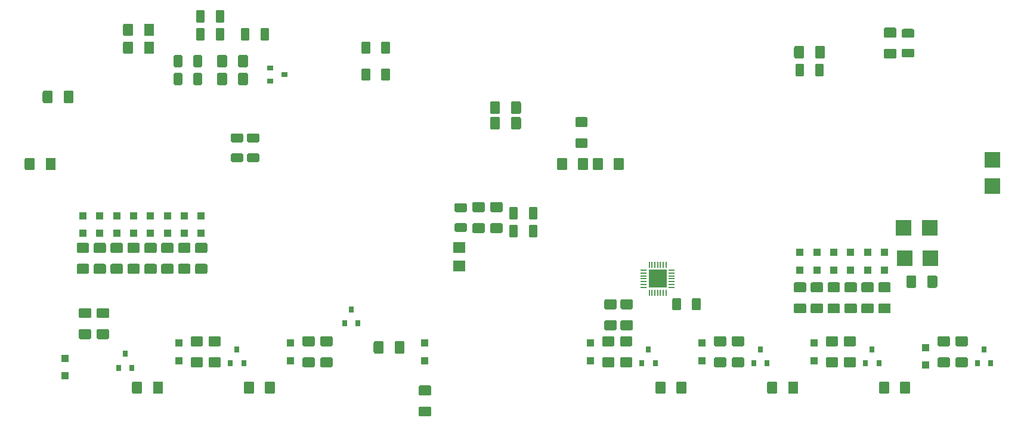
<source format=gbr>
G04 #@! TF.GenerationSoftware,KiCad,Pcbnew,5.0.2+dfsg1-1*
G04 #@! TF.CreationDate,2020-11-24T11:06:07+00:00*
G04 #@! TF.ProjectId,van,76616e2e-6b69-4636-9164-5f7063625858,rev?*
G04 #@! TF.SameCoordinates,Original*
G04 #@! TF.FileFunction,Paste,Bot*
G04 #@! TF.FilePolarity,Positive*
%FSLAX46Y46*%
G04 Gerber Fmt 4.6, Leading zero omitted, Abs format (unit mm)*
G04 Created by KiCad (PCBNEW 5.0.2+dfsg1-1) date Tue 24 Nov 2020 11:06:07 AM GMT*
%MOMM*%
%LPD*%
G01*
G04 APERTURE LIST*
%ADD10C,0.100000*%
%ADD11C,1.250000*%
%ADD12R,0.848360X0.198120*%
%ADD13R,0.198120X0.848360*%
%ADD14R,2.649220X2.649220*%
%ADD15R,1.000000X1.000000*%
%ADD16C,1.425000*%
%ADD17R,2.210000X2.180400*%
%ADD18R,2.180400X2.210000*%
%ADD19R,0.800000X0.900000*%
%ADD20R,0.900000X0.800000*%
%ADD21R,1.676400X1.524000*%
G04 APERTURE END LIST*
D10*
G04 #@! TO.C,C23*
G36*
X163404505Y-104126204D02*
X163428774Y-104129804D01*
X163452572Y-104135765D01*
X163475672Y-104144030D01*
X163497850Y-104154520D01*
X163518894Y-104167133D01*
X163538599Y-104181747D01*
X163556778Y-104198223D01*
X163573254Y-104216402D01*
X163587868Y-104236107D01*
X163600481Y-104257151D01*
X163610971Y-104279329D01*
X163619236Y-104302429D01*
X163625197Y-104326227D01*
X163628797Y-104350496D01*
X163630001Y-104375000D01*
X163630001Y-105625000D01*
X163628797Y-105649504D01*
X163625197Y-105673773D01*
X163619236Y-105697571D01*
X163610971Y-105720671D01*
X163600481Y-105742849D01*
X163587868Y-105763893D01*
X163573254Y-105783598D01*
X163556778Y-105801777D01*
X163538599Y-105818253D01*
X163518894Y-105832867D01*
X163497850Y-105845480D01*
X163475672Y-105855970D01*
X163452572Y-105864235D01*
X163428774Y-105870196D01*
X163404505Y-105873796D01*
X163380001Y-105875000D01*
X162630001Y-105875000D01*
X162605497Y-105873796D01*
X162581228Y-105870196D01*
X162557430Y-105864235D01*
X162534330Y-105855970D01*
X162512152Y-105845480D01*
X162491108Y-105832867D01*
X162471403Y-105818253D01*
X162453224Y-105801777D01*
X162436748Y-105783598D01*
X162422134Y-105763893D01*
X162409521Y-105742849D01*
X162399031Y-105720671D01*
X162390766Y-105697571D01*
X162384805Y-105673773D01*
X162381205Y-105649504D01*
X162380001Y-105625000D01*
X162380001Y-104375000D01*
X162381205Y-104350496D01*
X162384805Y-104326227D01*
X162390766Y-104302429D01*
X162399031Y-104279329D01*
X162409521Y-104257151D01*
X162422134Y-104236107D01*
X162436748Y-104216402D01*
X162453224Y-104198223D01*
X162471403Y-104181747D01*
X162491108Y-104167133D01*
X162512152Y-104154520D01*
X162534330Y-104144030D01*
X162557430Y-104135765D01*
X162581228Y-104129804D01*
X162605497Y-104126204D01*
X162630001Y-104125000D01*
X163380001Y-104125000D01*
X163404505Y-104126204D01*
X163404505Y-104126204D01*
G37*
D11*
X163005001Y-105000000D03*
D10*
G36*
X160604505Y-104126204D02*
X160628774Y-104129804D01*
X160652572Y-104135765D01*
X160675672Y-104144030D01*
X160697850Y-104154520D01*
X160718894Y-104167133D01*
X160738599Y-104181747D01*
X160756778Y-104198223D01*
X160773254Y-104216402D01*
X160787868Y-104236107D01*
X160800481Y-104257151D01*
X160810971Y-104279329D01*
X160819236Y-104302429D01*
X160825197Y-104326227D01*
X160828797Y-104350496D01*
X160830001Y-104375000D01*
X160830001Y-105625000D01*
X160828797Y-105649504D01*
X160825197Y-105673773D01*
X160819236Y-105697571D01*
X160810971Y-105720671D01*
X160800481Y-105742849D01*
X160787868Y-105763893D01*
X160773254Y-105783598D01*
X160756778Y-105801777D01*
X160738599Y-105818253D01*
X160718894Y-105832867D01*
X160697850Y-105845480D01*
X160675672Y-105855970D01*
X160652572Y-105864235D01*
X160628774Y-105870196D01*
X160604505Y-105873796D01*
X160580001Y-105875000D01*
X159830001Y-105875000D01*
X159805497Y-105873796D01*
X159781228Y-105870196D01*
X159757430Y-105864235D01*
X159734330Y-105855970D01*
X159712152Y-105845480D01*
X159691108Y-105832867D01*
X159671403Y-105818253D01*
X159653224Y-105801777D01*
X159636748Y-105783598D01*
X159622134Y-105763893D01*
X159609521Y-105742849D01*
X159599031Y-105720671D01*
X159590766Y-105697571D01*
X159584805Y-105673773D01*
X159581205Y-105649504D01*
X159580001Y-105625000D01*
X159580001Y-104375000D01*
X159581205Y-104350496D01*
X159584805Y-104326227D01*
X159590766Y-104302429D01*
X159599031Y-104279329D01*
X159609521Y-104257151D01*
X159622134Y-104236107D01*
X159636748Y-104216402D01*
X159653224Y-104198223D01*
X159671403Y-104181747D01*
X159691108Y-104167133D01*
X159712152Y-104154520D01*
X159734330Y-104144030D01*
X159757430Y-104135765D01*
X159781228Y-104129804D01*
X159805497Y-104126204D01*
X159830001Y-104125000D01*
X160580001Y-104125000D01*
X160604505Y-104126204D01*
X160604505Y-104126204D01*
G37*
D11*
X160205001Y-105000000D03*
G04 #@! TD*
D12*
G04 #@! TO.C,U8*
X155526420Y-102598880D03*
X155526420Y-102197560D03*
X155526420Y-101798780D03*
X155526420Y-101400000D03*
X155526420Y-101001220D03*
X155526420Y-100602440D03*
X155526420Y-100201120D03*
D13*
X156301120Y-99426420D03*
X156702440Y-99426420D03*
X157101220Y-99426420D03*
X157500000Y-99426420D03*
X157898780Y-99426420D03*
X158297560Y-99426420D03*
X158698880Y-99426420D03*
D12*
X159473580Y-100201120D03*
X159473580Y-100602440D03*
X159473580Y-101001220D03*
X159473580Y-101400000D03*
X159473580Y-101798780D03*
X159473580Y-102197560D03*
X159473580Y-102598880D03*
D13*
X158698880Y-103373580D03*
X158297560Y-103373580D03*
X157898780Y-103373580D03*
X157500000Y-103373580D03*
X157101220Y-103373580D03*
X156702440Y-103373580D03*
X156301120Y-103373580D03*
D14*
X157500000Y-101400000D03*
G04 #@! TD*
D15*
G04 #@! TO.C,D19*
X85500000Y-94950000D03*
X85500000Y-92450000D03*
G04 #@! TD*
G04 #@! TO.C,D20*
X180100000Y-97650000D03*
X180100000Y-100150000D03*
G04 #@! TD*
G04 #@! TO.C,D21*
X184900000Y-100150000D03*
X184900000Y-97650000D03*
G04 #@! TD*
G04 #@! TO.C,D22*
X189700000Y-97650000D03*
X189700000Y-100150000D03*
G04 #@! TD*
G04 #@! TO.C,D23*
X78300000Y-92450000D03*
X78300000Y-94950000D03*
G04 #@! TD*
G04 #@! TO.C,D24*
X83100000Y-94950000D03*
X83100000Y-92450000D03*
G04 #@! TD*
G04 #@! TO.C,D25*
X87900000Y-92450000D03*
X87900000Y-94950000D03*
G04 #@! TD*
G04 #@! TO.C,D18*
X80700000Y-92450000D03*
X80700000Y-94950000D03*
G04 #@! TD*
G04 #@! TO.C,D26*
X177700000Y-97650000D03*
X177700000Y-100150000D03*
G04 #@! TD*
G04 #@! TO.C,D17*
X75900000Y-92450000D03*
X75900000Y-94950000D03*
G04 #@! TD*
G04 #@! TO.C,D28*
X187300000Y-97650000D03*
X187300000Y-100150000D03*
G04 #@! TD*
G04 #@! TO.C,D27*
X182500000Y-100150000D03*
X182500000Y-97650000D03*
G04 #@! TD*
D10*
G04 #@! TO.C,R80*
G36*
X187949504Y-101901204D02*
X187973773Y-101904804D01*
X187997571Y-101910765D01*
X188020671Y-101919030D01*
X188042849Y-101929520D01*
X188063893Y-101942133D01*
X188083598Y-101956747D01*
X188101777Y-101973223D01*
X188118253Y-101991402D01*
X188132867Y-102011107D01*
X188145480Y-102032151D01*
X188155970Y-102054329D01*
X188164235Y-102077429D01*
X188170196Y-102101227D01*
X188173796Y-102125496D01*
X188175000Y-102150000D01*
X188175000Y-103075000D01*
X188173796Y-103099504D01*
X188170196Y-103123773D01*
X188164235Y-103147571D01*
X188155970Y-103170671D01*
X188145480Y-103192849D01*
X188132867Y-103213893D01*
X188118253Y-103233598D01*
X188101777Y-103251777D01*
X188083598Y-103268253D01*
X188063893Y-103282867D01*
X188042849Y-103295480D01*
X188020671Y-103305970D01*
X187997571Y-103314235D01*
X187973773Y-103320196D01*
X187949504Y-103323796D01*
X187925000Y-103325000D01*
X186675000Y-103325000D01*
X186650496Y-103323796D01*
X186626227Y-103320196D01*
X186602429Y-103314235D01*
X186579329Y-103305970D01*
X186557151Y-103295480D01*
X186536107Y-103282867D01*
X186516402Y-103268253D01*
X186498223Y-103251777D01*
X186481747Y-103233598D01*
X186467133Y-103213893D01*
X186454520Y-103192849D01*
X186444030Y-103170671D01*
X186435765Y-103147571D01*
X186429804Y-103123773D01*
X186426204Y-103099504D01*
X186425000Y-103075000D01*
X186425000Y-102150000D01*
X186426204Y-102125496D01*
X186429804Y-102101227D01*
X186435765Y-102077429D01*
X186444030Y-102054329D01*
X186454520Y-102032151D01*
X186467133Y-102011107D01*
X186481747Y-101991402D01*
X186498223Y-101973223D01*
X186516402Y-101956747D01*
X186536107Y-101942133D01*
X186557151Y-101929520D01*
X186579329Y-101919030D01*
X186602429Y-101910765D01*
X186626227Y-101904804D01*
X186650496Y-101901204D01*
X186675000Y-101900000D01*
X187925000Y-101900000D01*
X187949504Y-101901204D01*
X187949504Y-101901204D01*
G37*
D16*
X187300000Y-102612500D03*
D10*
G36*
X187949504Y-104876204D02*
X187973773Y-104879804D01*
X187997571Y-104885765D01*
X188020671Y-104894030D01*
X188042849Y-104904520D01*
X188063893Y-104917133D01*
X188083598Y-104931747D01*
X188101777Y-104948223D01*
X188118253Y-104966402D01*
X188132867Y-104986107D01*
X188145480Y-105007151D01*
X188155970Y-105029329D01*
X188164235Y-105052429D01*
X188170196Y-105076227D01*
X188173796Y-105100496D01*
X188175000Y-105125000D01*
X188175000Y-106050000D01*
X188173796Y-106074504D01*
X188170196Y-106098773D01*
X188164235Y-106122571D01*
X188155970Y-106145671D01*
X188145480Y-106167849D01*
X188132867Y-106188893D01*
X188118253Y-106208598D01*
X188101777Y-106226777D01*
X188083598Y-106243253D01*
X188063893Y-106257867D01*
X188042849Y-106270480D01*
X188020671Y-106280970D01*
X187997571Y-106289235D01*
X187973773Y-106295196D01*
X187949504Y-106298796D01*
X187925000Y-106300000D01*
X186675000Y-106300000D01*
X186650496Y-106298796D01*
X186626227Y-106295196D01*
X186602429Y-106289235D01*
X186579329Y-106280970D01*
X186557151Y-106270480D01*
X186536107Y-106257867D01*
X186516402Y-106243253D01*
X186498223Y-106226777D01*
X186481747Y-106208598D01*
X186467133Y-106188893D01*
X186454520Y-106167849D01*
X186444030Y-106145671D01*
X186435765Y-106122571D01*
X186429804Y-106098773D01*
X186426204Y-106074504D01*
X186425000Y-106050000D01*
X186425000Y-105125000D01*
X186426204Y-105100496D01*
X186429804Y-105076227D01*
X186435765Y-105052429D01*
X186444030Y-105029329D01*
X186454520Y-105007151D01*
X186467133Y-104986107D01*
X186481747Y-104966402D01*
X186498223Y-104948223D01*
X186516402Y-104931747D01*
X186536107Y-104917133D01*
X186557151Y-104904520D01*
X186579329Y-104894030D01*
X186602429Y-104885765D01*
X186626227Y-104879804D01*
X186650496Y-104876204D01*
X186675000Y-104875000D01*
X187925000Y-104875000D01*
X187949504Y-104876204D01*
X187949504Y-104876204D01*
G37*
D16*
X187300000Y-105587500D03*
G04 #@! TD*
D10*
G04 #@! TO.C,R68*
G36*
X134899504Y-78426204D02*
X134923773Y-78429804D01*
X134947571Y-78435765D01*
X134970671Y-78444030D01*
X134992849Y-78454520D01*
X135013893Y-78467133D01*
X135033598Y-78481747D01*
X135051777Y-78498223D01*
X135068253Y-78516402D01*
X135082867Y-78536107D01*
X135095480Y-78557151D01*
X135105970Y-78579329D01*
X135114235Y-78602429D01*
X135120196Y-78626227D01*
X135123796Y-78650496D01*
X135125000Y-78675000D01*
X135125000Y-79925000D01*
X135123796Y-79949504D01*
X135120196Y-79973773D01*
X135114235Y-79997571D01*
X135105970Y-80020671D01*
X135095480Y-80042849D01*
X135082867Y-80063893D01*
X135068253Y-80083598D01*
X135051777Y-80101777D01*
X135033598Y-80118253D01*
X135013893Y-80132867D01*
X134992849Y-80145480D01*
X134970671Y-80155970D01*
X134947571Y-80164235D01*
X134923773Y-80170196D01*
X134899504Y-80173796D01*
X134875000Y-80175000D01*
X133950000Y-80175000D01*
X133925496Y-80173796D01*
X133901227Y-80170196D01*
X133877429Y-80164235D01*
X133854329Y-80155970D01*
X133832151Y-80145480D01*
X133811107Y-80132867D01*
X133791402Y-80118253D01*
X133773223Y-80101777D01*
X133756747Y-80083598D01*
X133742133Y-80063893D01*
X133729520Y-80042849D01*
X133719030Y-80020671D01*
X133710765Y-79997571D01*
X133704804Y-79973773D01*
X133701204Y-79949504D01*
X133700000Y-79925000D01*
X133700000Y-78675000D01*
X133701204Y-78650496D01*
X133704804Y-78626227D01*
X133710765Y-78602429D01*
X133719030Y-78579329D01*
X133729520Y-78557151D01*
X133742133Y-78536107D01*
X133756747Y-78516402D01*
X133773223Y-78498223D01*
X133791402Y-78481747D01*
X133811107Y-78467133D01*
X133832151Y-78454520D01*
X133854329Y-78444030D01*
X133877429Y-78435765D01*
X133901227Y-78429804D01*
X133925496Y-78426204D01*
X133950000Y-78425000D01*
X134875000Y-78425000D01*
X134899504Y-78426204D01*
X134899504Y-78426204D01*
G37*
D16*
X134412500Y-79300000D03*
D10*
G36*
X137874504Y-78426204D02*
X137898773Y-78429804D01*
X137922571Y-78435765D01*
X137945671Y-78444030D01*
X137967849Y-78454520D01*
X137988893Y-78467133D01*
X138008598Y-78481747D01*
X138026777Y-78498223D01*
X138043253Y-78516402D01*
X138057867Y-78536107D01*
X138070480Y-78557151D01*
X138080970Y-78579329D01*
X138089235Y-78602429D01*
X138095196Y-78626227D01*
X138098796Y-78650496D01*
X138100000Y-78675000D01*
X138100000Y-79925000D01*
X138098796Y-79949504D01*
X138095196Y-79973773D01*
X138089235Y-79997571D01*
X138080970Y-80020671D01*
X138070480Y-80042849D01*
X138057867Y-80063893D01*
X138043253Y-80083598D01*
X138026777Y-80101777D01*
X138008598Y-80118253D01*
X137988893Y-80132867D01*
X137967849Y-80145480D01*
X137945671Y-80155970D01*
X137922571Y-80164235D01*
X137898773Y-80170196D01*
X137874504Y-80173796D01*
X137850000Y-80175000D01*
X136925000Y-80175000D01*
X136900496Y-80173796D01*
X136876227Y-80170196D01*
X136852429Y-80164235D01*
X136829329Y-80155970D01*
X136807151Y-80145480D01*
X136786107Y-80132867D01*
X136766402Y-80118253D01*
X136748223Y-80101777D01*
X136731747Y-80083598D01*
X136717133Y-80063893D01*
X136704520Y-80042849D01*
X136694030Y-80020671D01*
X136685765Y-79997571D01*
X136679804Y-79973773D01*
X136676204Y-79949504D01*
X136675000Y-79925000D01*
X136675000Y-78675000D01*
X136676204Y-78650496D01*
X136679804Y-78626227D01*
X136685765Y-78602429D01*
X136694030Y-78579329D01*
X136704520Y-78557151D01*
X136717133Y-78536107D01*
X136731747Y-78516402D01*
X136748223Y-78498223D01*
X136766402Y-78481747D01*
X136786107Y-78467133D01*
X136807151Y-78454520D01*
X136829329Y-78444030D01*
X136852429Y-78435765D01*
X136876227Y-78429804D01*
X136900496Y-78426204D01*
X136925000Y-78425000D01*
X137850000Y-78425000D01*
X137874504Y-78426204D01*
X137874504Y-78426204D01*
G37*
D16*
X137387500Y-79300000D03*
G04 #@! TD*
D10*
G04 #@! TO.C,R60*
G36*
X81349504Y-96301204D02*
X81373773Y-96304804D01*
X81397571Y-96310765D01*
X81420671Y-96319030D01*
X81442849Y-96329520D01*
X81463893Y-96342133D01*
X81483598Y-96356747D01*
X81501777Y-96373223D01*
X81518253Y-96391402D01*
X81532867Y-96411107D01*
X81545480Y-96432151D01*
X81555970Y-96454329D01*
X81564235Y-96477429D01*
X81570196Y-96501227D01*
X81573796Y-96525496D01*
X81575000Y-96550000D01*
X81575000Y-97475000D01*
X81573796Y-97499504D01*
X81570196Y-97523773D01*
X81564235Y-97547571D01*
X81555970Y-97570671D01*
X81545480Y-97592849D01*
X81532867Y-97613893D01*
X81518253Y-97633598D01*
X81501777Y-97651777D01*
X81483598Y-97668253D01*
X81463893Y-97682867D01*
X81442849Y-97695480D01*
X81420671Y-97705970D01*
X81397571Y-97714235D01*
X81373773Y-97720196D01*
X81349504Y-97723796D01*
X81325000Y-97725000D01*
X80075000Y-97725000D01*
X80050496Y-97723796D01*
X80026227Y-97720196D01*
X80002429Y-97714235D01*
X79979329Y-97705970D01*
X79957151Y-97695480D01*
X79936107Y-97682867D01*
X79916402Y-97668253D01*
X79898223Y-97651777D01*
X79881747Y-97633598D01*
X79867133Y-97613893D01*
X79854520Y-97592849D01*
X79844030Y-97570671D01*
X79835765Y-97547571D01*
X79829804Y-97523773D01*
X79826204Y-97499504D01*
X79825000Y-97475000D01*
X79825000Y-96550000D01*
X79826204Y-96525496D01*
X79829804Y-96501227D01*
X79835765Y-96477429D01*
X79844030Y-96454329D01*
X79854520Y-96432151D01*
X79867133Y-96411107D01*
X79881747Y-96391402D01*
X79898223Y-96373223D01*
X79916402Y-96356747D01*
X79936107Y-96342133D01*
X79957151Y-96329520D01*
X79979329Y-96319030D01*
X80002429Y-96310765D01*
X80026227Y-96304804D01*
X80050496Y-96301204D01*
X80075000Y-96300000D01*
X81325000Y-96300000D01*
X81349504Y-96301204D01*
X81349504Y-96301204D01*
G37*
D16*
X80700000Y-97012500D03*
D10*
G36*
X81349504Y-99276204D02*
X81373773Y-99279804D01*
X81397571Y-99285765D01*
X81420671Y-99294030D01*
X81442849Y-99304520D01*
X81463893Y-99317133D01*
X81483598Y-99331747D01*
X81501777Y-99348223D01*
X81518253Y-99366402D01*
X81532867Y-99386107D01*
X81545480Y-99407151D01*
X81555970Y-99429329D01*
X81564235Y-99452429D01*
X81570196Y-99476227D01*
X81573796Y-99500496D01*
X81575000Y-99525000D01*
X81575000Y-100450000D01*
X81573796Y-100474504D01*
X81570196Y-100498773D01*
X81564235Y-100522571D01*
X81555970Y-100545671D01*
X81545480Y-100567849D01*
X81532867Y-100588893D01*
X81518253Y-100608598D01*
X81501777Y-100626777D01*
X81483598Y-100643253D01*
X81463893Y-100657867D01*
X81442849Y-100670480D01*
X81420671Y-100680970D01*
X81397571Y-100689235D01*
X81373773Y-100695196D01*
X81349504Y-100698796D01*
X81325000Y-100700000D01*
X80075000Y-100700000D01*
X80050496Y-100698796D01*
X80026227Y-100695196D01*
X80002429Y-100689235D01*
X79979329Y-100680970D01*
X79957151Y-100670480D01*
X79936107Y-100657867D01*
X79916402Y-100643253D01*
X79898223Y-100626777D01*
X79881747Y-100608598D01*
X79867133Y-100588893D01*
X79854520Y-100567849D01*
X79844030Y-100545671D01*
X79835765Y-100522571D01*
X79829804Y-100498773D01*
X79826204Y-100474504D01*
X79825000Y-100450000D01*
X79825000Y-99525000D01*
X79826204Y-99500496D01*
X79829804Y-99476227D01*
X79835765Y-99452429D01*
X79844030Y-99429329D01*
X79854520Y-99407151D01*
X79867133Y-99386107D01*
X79881747Y-99366402D01*
X79898223Y-99348223D01*
X79916402Y-99331747D01*
X79936107Y-99317133D01*
X79957151Y-99304520D01*
X79979329Y-99294030D01*
X80002429Y-99285765D01*
X80026227Y-99279804D01*
X80050496Y-99276204D01*
X80075000Y-99275000D01*
X81325000Y-99275000D01*
X81349504Y-99276204D01*
X81349504Y-99276204D01*
G37*
D16*
X80700000Y-99987500D03*
G04 #@! TD*
D10*
G04 #@! TO.C,R61*
G36*
X86149504Y-99276204D02*
X86173773Y-99279804D01*
X86197571Y-99285765D01*
X86220671Y-99294030D01*
X86242849Y-99304520D01*
X86263893Y-99317133D01*
X86283598Y-99331747D01*
X86301777Y-99348223D01*
X86318253Y-99366402D01*
X86332867Y-99386107D01*
X86345480Y-99407151D01*
X86355970Y-99429329D01*
X86364235Y-99452429D01*
X86370196Y-99476227D01*
X86373796Y-99500496D01*
X86375000Y-99525000D01*
X86375000Y-100450000D01*
X86373796Y-100474504D01*
X86370196Y-100498773D01*
X86364235Y-100522571D01*
X86355970Y-100545671D01*
X86345480Y-100567849D01*
X86332867Y-100588893D01*
X86318253Y-100608598D01*
X86301777Y-100626777D01*
X86283598Y-100643253D01*
X86263893Y-100657867D01*
X86242849Y-100670480D01*
X86220671Y-100680970D01*
X86197571Y-100689235D01*
X86173773Y-100695196D01*
X86149504Y-100698796D01*
X86125000Y-100700000D01*
X84875000Y-100700000D01*
X84850496Y-100698796D01*
X84826227Y-100695196D01*
X84802429Y-100689235D01*
X84779329Y-100680970D01*
X84757151Y-100670480D01*
X84736107Y-100657867D01*
X84716402Y-100643253D01*
X84698223Y-100626777D01*
X84681747Y-100608598D01*
X84667133Y-100588893D01*
X84654520Y-100567849D01*
X84644030Y-100545671D01*
X84635765Y-100522571D01*
X84629804Y-100498773D01*
X84626204Y-100474504D01*
X84625000Y-100450000D01*
X84625000Y-99525000D01*
X84626204Y-99500496D01*
X84629804Y-99476227D01*
X84635765Y-99452429D01*
X84644030Y-99429329D01*
X84654520Y-99407151D01*
X84667133Y-99386107D01*
X84681747Y-99366402D01*
X84698223Y-99348223D01*
X84716402Y-99331747D01*
X84736107Y-99317133D01*
X84757151Y-99304520D01*
X84779329Y-99294030D01*
X84802429Y-99285765D01*
X84826227Y-99279804D01*
X84850496Y-99276204D01*
X84875000Y-99275000D01*
X86125000Y-99275000D01*
X86149504Y-99276204D01*
X86149504Y-99276204D01*
G37*
D16*
X85500000Y-99987500D03*
D10*
G36*
X86149504Y-96301204D02*
X86173773Y-96304804D01*
X86197571Y-96310765D01*
X86220671Y-96319030D01*
X86242849Y-96329520D01*
X86263893Y-96342133D01*
X86283598Y-96356747D01*
X86301777Y-96373223D01*
X86318253Y-96391402D01*
X86332867Y-96411107D01*
X86345480Y-96432151D01*
X86355970Y-96454329D01*
X86364235Y-96477429D01*
X86370196Y-96501227D01*
X86373796Y-96525496D01*
X86375000Y-96550000D01*
X86375000Y-97475000D01*
X86373796Y-97499504D01*
X86370196Y-97523773D01*
X86364235Y-97547571D01*
X86355970Y-97570671D01*
X86345480Y-97592849D01*
X86332867Y-97613893D01*
X86318253Y-97633598D01*
X86301777Y-97651777D01*
X86283598Y-97668253D01*
X86263893Y-97682867D01*
X86242849Y-97695480D01*
X86220671Y-97705970D01*
X86197571Y-97714235D01*
X86173773Y-97720196D01*
X86149504Y-97723796D01*
X86125000Y-97725000D01*
X84875000Y-97725000D01*
X84850496Y-97723796D01*
X84826227Y-97720196D01*
X84802429Y-97714235D01*
X84779329Y-97705970D01*
X84757151Y-97695480D01*
X84736107Y-97682867D01*
X84716402Y-97668253D01*
X84698223Y-97651777D01*
X84681747Y-97633598D01*
X84667133Y-97613893D01*
X84654520Y-97592849D01*
X84644030Y-97570671D01*
X84635765Y-97547571D01*
X84629804Y-97523773D01*
X84626204Y-97499504D01*
X84625000Y-97475000D01*
X84625000Y-96550000D01*
X84626204Y-96525496D01*
X84629804Y-96501227D01*
X84635765Y-96477429D01*
X84644030Y-96454329D01*
X84654520Y-96432151D01*
X84667133Y-96411107D01*
X84681747Y-96391402D01*
X84698223Y-96373223D01*
X84716402Y-96356747D01*
X84736107Y-96342133D01*
X84757151Y-96329520D01*
X84779329Y-96319030D01*
X84802429Y-96310765D01*
X84826227Y-96304804D01*
X84850496Y-96301204D01*
X84875000Y-96300000D01*
X86125000Y-96300000D01*
X86149504Y-96301204D01*
X86149504Y-96301204D01*
G37*
D16*
X85500000Y-97012500D03*
G04 #@! TD*
D10*
G04 #@! TO.C,R62*
G36*
X180749504Y-101901204D02*
X180773773Y-101904804D01*
X180797571Y-101910765D01*
X180820671Y-101919030D01*
X180842849Y-101929520D01*
X180863893Y-101942133D01*
X180883598Y-101956747D01*
X180901777Y-101973223D01*
X180918253Y-101991402D01*
X180932867Y-102011107D01*
X180945480Y-102032151D01*
X180955970Y-102054329D01*
X180964235Y-102077429D01*
X180970196Y-102101227D01*
X180973796Y-102125496D01*
X180975000Y-102150000D01*
X180975000Y-103075000D01*
X180973796Y-103099504D01*
X180970196Y-103123773D01*
X180964235Y-103147571D01*
X180955970Y-103170671D01*
X180945480Y-103192849D01*
X180932867Y-103213893D01*
X180918253Y-103233598D01*
X180901777Y-103251777D01*
X180883598Y-103268253D01*
X180863893Y-103282867D01*
X180842849Y-103295480D01*
X180820671Y-103305970D01*
X180797571Y-103314235D01*
X180773773Y-103320196D01*
X180749504Y-103323796D01*
X180725000Y-103325000D01*
X179475000Y-103325000D01*
X179450496Y-103323796D01*
X179426227Y-103320196D01*
X179402429Y-103314235D01*
X179379329Y-103305970D01*
X179357151Y-103295480D01*
X179336107Y-103282867D01*
X179316402Y-103268253D01*
X179298223Y-103251777D01*
X179281747Y-103233598D01*
X179267133Y-103213893D01*
X179254520Y-103192849D01*
X179244030Y-103170671D01*
X179235765Y-103147571D01*
X179229804Y-103123773D01*
X179226204Y-103099504D01*
X179225000Y-103075000D01*
X179225000Y-102150000D01*
X179226204Y-102125496D01*
X179229804Y-102101227D01*
X179235765Y-102077429D01*
X179244030Y-102054329D01*
X179254520Y-102032151D01*
X179267133Y-102011107D01*
X179281747Y-101991402D01*
X179298223Y-101973223D01*
X179316402Y-101956747D01*
X179336107Y-101942133D01*
X179357151Y-101929520D01*
X179379329Y-101919030D01*
X179402429Y-101910765D01*
X179426227Y-101904804D01*
X179450496Y-101901204D01*
X179475000Y-101900000D01*
X180725000Y-101900000D01*
X180749504Y-101901204D01*
X180749504Y-101901204D01*
G37*
D16*
X180100000Y-102612500D03*
D10*
G36*
X180749504Y-104876204D02*
X180773773Y-104879804D01*
X180797571Y-104885765D01*
X180820671Y-104894030D01*
X180842849Y-104904520D01*
X180863893Y-104917133D01*
X180883598Y-104931747D01*
X180901777Y-104948223D01*
X180918253Y-104966402D01*
X180932867Y-104986107D01*
X180945480Y-105007151D01*
X180955970Y-105029329D01*
X180964235Y-105052429D01*
X180970196Y-105076227D01*
X180973796Y-105100496D01*
X180975000Y-105125000D01*
X180975000Y-106050000D01*
X180973796Y-106074504D01*
X180970196Y-106098773D01*
X180964235Y-106122571D01*
X180955970Y-106145671D01*
X180945480Y-106167849D01*
X180932867Y-106188893D01*
X180918253Y-106208598D01*
X180901777Y-106226777D01*
X180883598Y-106243253D01*
X180863893Y-106257867D01*
X180842849Y-106270480D01*
X180820671Y-106280970D01*
X180797571Y-106289235D01*
X180773773Y-106295196D01*
X180749504Y-106298796D01*
X180725000Y-106300000D01*
X179475000Y-106300000D01*
X179450496Y-106298796D01*
X179426227Y-106295196D01*
X179402429Y-106289235D01*
X179379329Y-106280970D01*
X179357151Y-106270480D01*
X179336107Y-106257867D01*
X179316402Y-106243253D01*
X179298223Y-106226777D01*
X179281747Y-106208598D01*
X179267133Y-106188893D01*
X179254520Y-106167849D01*
X179244030Y-106145671D01*
X179235765Y-106122571D01*
X179229804Y-106098773D01*
X179226204Y-106074504D01*
X179225000Y-106050000D01*
X179225000Y-105125000D01*
X179226204Y-105100496D01*
X179229804Y-105076227D01*
X179235765Y-105052429D01*
X179244030Y-105029329D01*
X179254520Y-105007151D01*
X179267133Y-104986107D01*
X179281747Y-104966402D01*
X179298223Y-104948223D01*
X179316402Y-104931747D01*
X179336107Y-104917133D01*
X179357151Y-104904520D01*
X179379329Y-104894030D01*
X179402429Y-104885765D01*
X179426227Y-104879804D01*
X179450496Y-104876204D01*
X179475000Y-104875000D01*
X180725000Y-104875000D01*
X180749504Y-104876204D01*
X180749504Y-104876204D01*
G37*
D16*
X180100000Y-105587500D03*
G04 #@! TD*
D10*
G04 #@! TO.C,R63*
G36*
X185549504Y-104876204D02*
X185573773Y-104879804D01*
X185597571Y-104885765D01*
X185620671Y-104894030D01*
X185642849Y-104904520D01*
X185663893Y-104917133D01*
X185683598Y-104931747D01*
X185701777Y-104948223D01*
X185718253Y-104966402D01*
X185732867Y-104986107D01*
X185745480Y-105007151D01*
X185755970Y-105029329D01*
X185764235Y-105052429D01*
X185770196Y-105076227D01*
X185773796Y-105100496D01*
X185775000Y-105125000D01*
X185775000Y-106050000D01*
X185773796Y-106074504D01*
X185770196Y-106098773D01*
X185764235Y-106122571D01*
X185755970Y-106145671D01*
X185745480Y-106167849D01*
X185732867Y-106188893D01*
X185718253Y-106208598D01*
X185701777Y-106226777D01*
X185683598Y-106243253D01*
X185663893Y-106257867D01*
X185642849Y-106270480D01*
X185620671Y-106280970D01*
X185597571Y-106289235D01*
X185573773Y-106295196D01*
X185549504Y-106298796D01*
X185525000Y-106300000D01*
X184275000Y-106300000D01*
X184250496Y-106298796D01*
X184226227Y-106295196D01*
X184202429Y-106289235D01*
X184179329Y-106280970D01*
X184157151Y-106270480D01*
X184136107Y-106257867D01*
X184116402Y-106243253D01*
X184098223Y-106226777D01*
X184081747Y-106208598D01*
X184067133Y-106188893D01*
X184054520Y-106167849D01*
X184044030Y-106145671D01*
X184035765Y-106122571D01*
X184029804Y-106098773D01*
X184026204Y-106074504D01*
X184025000Y-106050000D01*
X184025000Y-105125000D01*
X184026204Y-105100496D01*
X184029804Y-105076227D01*
X184035765Y-105052429D01*
X184044030Y-105029329D01*
X184054520Y-105007151D01*
X184067133Y-104986107D01*
X184081747Y-104966402D01*
X184098223Y-104948223D01*
X184116402Y-104931747D01*
X184136107Y-104917133D01*
X184157151Y-104904520D01*
X184179329Y-104894030D01*
X184202429Y-104885765D01*
X184226227Y-104879804D01*
X184250496Y-104876204D01*
X184275000Y-104875000D01*
X185525000Y-104875000D01*
X185549504Y-104876204D01*
X185549504Y-104876204D01*
G37*
D16*
X184900000Y-105587500D03*
D10*
G36*
X185549504Y-101901204D02*
X185573773Y-101904804D01*
X185597571Y-101910765D01*
X185620671Y-101919030D01*
X185642849Y-101929520D01*
X185663893Y-101942133D01*
X185683598Y-101956747D01*
X185701777Y-101973223D01*
X185718253Y-101991402D01*
X185732867Y-102011107D01*
X185745480Y-102032151D01*
X185755970Y-102054329D01*
X185764235Y-102077429D01*
X185770196Y-102101227D01*
X185773796Y-102125496D01*
X185775000Y-102150000D01*
X185775000Y-103075000D01*
X185773796Y-103099504D01*
X185770196Y-103123773D01*
X185764235Y-103147571D01*
X185755970Y-103170671D01*
X185745480Y-103192849D01*
X185732867Y-103213893D01*
X185718253Y-103233598D01*
X185701777Y-103251777D01*
X185683598Y-103268253D01*
X185663893Y-103282867D01*
X185642849Y-103295480D01*
X185620671Y-103305970D01*
X185597571Y-103314235D01*
X185573773Y-103320196D01*
X185549504Y-103323796D01*
X185525000Y-103325000D01*
X184275000Y-103325000D01*
X184250496Y-103323796D01*
X184226227Y-103320196D01*
X184202429Y-103314235D01*
X184179329Y-103305970D01*
X184157151Y-103295480D01*
X184136107Y-103282867D01*
X184116402Y-103268253D01*
X184098223Y-103251777D01*
X184081747Y-103233598D01*
X184067133Y-103213893D01*
X184054520Y-103192849D01*
X184044030Y-103170671D01*
X184035765Y-103147571D01*
X184029804Y-103123773D01*
X184026204Y-103099504D01*
X184025000Y-103075000D01*
X184025000Y-102150000D01*
X184026204Y-102125496D01*
X184029804Y-102101227D01*
X184035765Y-102077429D01*
X184044030Y-102054329D01*
X184054520Y-102032151D01*
X184067133Y-102011107D01*
X184081747Y-101991402D01*
X184098223Y-101973223D01*
X184116402Y-101956747D01*
X184136107Y-101942133D01*
X184157151Y-101929520D01*
X184179329Y-101919030D01*
X184202429Y-101910765D01*
X184226227Y-101904804D01*
X184250496Y-101901204D01*
X184275000Y-101900000D01*
X185525000Y-101900000D01*
X185549504Y-101901204D01*
X185549504Y-101901204D01*
G37*
D16*
X184900000Y-102612500D03*
G04 #@! TD*
D10*
G04 #@! TO.C,R67*
G36*
X134899504Y-76226204D02*
X134923773Y-76229804D01*
X134947571Y-76235765D01*
X134970671Y-76244030D01*
X134992849Y-76254520D01*
X135013893Y-76267133D01*
X135033598Y-76281747D01*
X135051777Y-76298223D01*
X135068253Y-76316402D01*
X135082867Y-76336107D01*
X135095480Y-76357151D01*
X135105970Y-76379329D01*
X135114235Y-76402429D01*
X135120196Y-76426227D01*
X135123796Y-76450496D01*
X135125000Y-76475000D01*
X135125000Y-77725000D01*
X135123796Y-77749504D01*
X135120196Y-77773773D01*
X135114235Y-77797571D01*
X135105970Y-77820671D01*
X135095480Y-77842849D01*
X135082867Y-77863893D01*
X135068253Y-77883598D01*
X135051777Y-77901777D01*
X135033598Y-77918253D01*
X135013893Y-77932867D01*
X134992849Y-77945480D01*
X134970671Y-77955970D01*
X134947571Y-77964235D01*
X134923773Y-77970196D01*
X134899504Y-77973796D01*
X134875000Y-77975000D01*
X133950000Y-77975000D01*
X133925496Y-77973796D01*
X133901227Y-77970196D01*
X133877429Y-77964235D01*
X133854329Y-77955970D01*
X133832151Y-77945480D01*
X133811107Y-77932867D01*
X133791402Y-77918253D01*
X133773223Y-77901777D01*
X133756747Y-77883598D01*
X133742133Y-77863893D01*
X133729520Y-77842849D01*
X133719030Y-77820671D01*
X133710765Y-77797571D01*
X133704804Y-77773773D01*
X133701204Y-77749504D01*
X133700000Y-77725000D01*
X133700000Y-76475000D01*
X133701204Y-76450496D01*
X133704804Y-76426227D01*
X133710765Y-76402429D01*
X133719030Y-76379329D01*
X133729520Y-76357151D01*
X133742133Y-76336107D01*
X133756747Y-76316402D01*
X133773223Y-76298223D01*
X133791402Y-76281747D01*
X133811107Y-76267133D01*
X133832151Y-76254520D01*
X133854329Y-76244030D01*
X133877429Y-76235765D01*
X133901227Y-76229804D01*
X133925496Y-76226204D01*
X133950000Y-76225000D01*
X134875000Y-76225000D01*
X134899504Y-76226204D01*
X134899504Y-76226204D01*
G37*
D16*
X134412500Y-77100000D03*
D10*
G36*
X137874504Y-76226204D02*
X137898773Y-76229804D01*
X137922571Y-76235765D01*
X137945671Y-76244030D01*
X137967849Y-76254520D01*
X137988893Y-76267133D01*
X138008598Y-76281747D01*
X138026777Y-76298223D01*
X138043253Y-76316402D01*
X138057867Y-76336107D01*
X138070480Y-76357151D01*
X138080970Y-76379329D01*
X138089235Y-76402429D01*
X138095196Y-76426227D01*
X138098796Y-76450496D01*
X138100000Y-76475000D01*
X138100000Y-77725000D01*
X138098796Y-77749504D01*
X138095196Y-77773773D01*
X138089235Y-77797571D01*
X138080970Y-77820671D01*
X138070480Y-77842849D01*
X138057867Y-77863893D01*
X138043253Y-77883598D01*
X138026777Y-77901777D01*
X138008598Y-77918253D01*
X137988893Y-77932867D01*
X137967849Y-77945480D01*
X137945671Y-77955970D01*
X137922571Y-77964235D01*
X137898773Y-77970196D01*
X137874504Y-77973796D01*
X137850000Y-77975000D01*
X136925000Y-77975000D01*
X136900496Y-77973796D01*
X136876227Y-77970196D01*
X136852429Y-77964235D01*
X136829329Y-77955970D01*
X136807151Y-77945480D01*
X136786107Y-77932867D01*
X136766402Y-77918253D01*
X136748223Y-77901777D01*
X136731747Y-77883598D01*
X136717133Y-77863893D01*
X136704520Y-77842849D01*
X136694030Y-77820671D01*
X136685765Y-77797571D01*
X136679804Y-77773773D01*
X136676204Y-77749504D01*
X136675000Y-77725000D01*
X136675000Y-76475000D01*
X136676204Y-76450496D01*
X136679804Y-76426227D01*
X136685765Y-76402429D01*
X136694030Y-76379329D01*
X136704520Y-76357151D01*
X136717133Y-76336107D01*
X136731747Y-76316402D01*
X136748223Y-76298223D01*
X136766402Y-76281747D01*
X136786107Y-76267133D01*
X136807151Y-76254520D01*
X136829329Y-76244030D01*
X136852429Y-76235765D01*
X136876227Y-76229804D01*
X136900496Y-76226204D01*
X136925000Y-76225000D01*
X137850000Y-76225000D01*
X137874504Y-76226204D01*
X137874504Y-76226204D01*
G37*
D16*
X137387500Y-77100000D03*
G04 #@! TD*
D10*
G04 #@! TO.C,R66*
G36*
X78949504Y-96301204D02*
X78973773Y-96304804D01*
X78997571Y-96310765D01*
X79020671Y-96319030D01*
X79042849Y-96329520D01*
X79063893Y-96342133D01*
X79083598Y-96356747D01*
X79101777Y-96373223D01*
X79118253Y-96391402D01*
X79132867Y-96411107D01*
X79145480Y-96432151D01*
X79155970Y-96454329D01*
X79164235Y-96477429D01*
X79170196Y-96501227D01*
X79173796Y-96525496D01*
X79175000Y-96550000D01*
X79175000Y-97475000D01*
X79173796Y-97499504D01*
X79170196Y-97523773D01*
X79164235Y-97547571D01*
X79155970Y-97570671D01*
X79145480Y-97592849D01*
X79132867Y-97613893D01*
X79118253Y-97633598D01*
X79101777Y-97651777D01*
X79083598Y-97668253D01*
X79063893Y-97682867D01*
X79042849Y-97695480D01*
X79020671Y-97705970D01*
X78997571Y-97714235D01*
X78973773Y-97720196D01*
X78949504Y-97723796D01*
X78925000Y-97725000D01*
X77675000Y-97725000D01*
X77650496Y-97723796D01*
X77626227Y-97720196D01*
X77602429Y-97714235D01*
X77579329Y-97705970D01*
X77557151Y-97695480D01*
X77536107Y-97682867D01*
X77516402Y-97668253D01*
X77498223Y-97651777D01*
X77481747Y-97633598D01*
X77467133Y-97613893D01*
X77454520Y-97592849D01*
X77444030Y-97570671D01*
X77435765Y-97547571D01*
X77429804Y-97523773D01*
X77426204Y-97499504D01*
X77425000Y-97475000D01*
X77425000Y-96550000D01*
X77426204Y-96525496D01*
X77429804Y-96501227D01*
X77435765Y-96477429D01*
X77444030Y-96454329D01*
X77454520Y-96432151D01*
X77467133Y-96411107D01*
X77481747Y-96391402D01*
X77498223Y-96373223D01*
X77516402Y-96356747D01*
X77536107Y-96342133D01*
X77557151Y-96329520D01*
X77579329Y-96319030D01*
X77602429Y-96310765D01*
X77626227Y-96304804D01*
X77650496Y-96301204D01*
X77675000Y-96300000D01*
X78925000Y-96300000D01*
X78949504Y-96301204D01*
X78949504Y-96301204D01*
G37*
D16*
X78300000Y-97012500D03*
D10*
G36*
X78949504Y-99276204D02*
X78973773Y-99279804D01*
X78997571Y-99285765D01*
X79020671Y-99294030D01*
X79042849Y-99304520D01*
X79063893Y-99317133D01*
X79083598Y-99331747D01*
X79101777Y-99348223D01*
X79118253Y-99366402D01*
X79132867Y-99386107D01*
X79145480Y-99407151D01*
X79155970Y-99429329D01*
X79164235Y-99452429D01*
X79170196Y-99476227D01*
X79173796Y-99500496D01*
X79175000Y-99525000D01*
X79175000Y-100450000D01*
X79173796Y-100474504D01*
X79170196Y-100498773D01*
X79164235Y-100522571D01*
X79155970Y-100545671D01*
X79145480Y-100567849D01*
X79132867Y-100588893D01*
X79118253Y-100608598D01*
X79101777Y-100626777D01*
X79083598Y-100643253D01*
X79063893Y-100657867D01*
X79042849Y-100670480D01*
X79020671Y-100680970D01*
X78997571Y-100689235D01*
X78973773Y-100695196D01*
X78949504Y-100698796D01*
X78925000Y-100700000D01*
X77675000Y-100700000D01*
X77650496Y-100698796D01*
X77626227Y-100695196D01*
X77602429Y-100689235D01*
X77579329Y-100680970D01*
X77557151Y-100670480D01*
X77536107Y-100657867D01*
X77516402Y-100643253D01*
X77498223Y-100626777D01*
X77481747Y-100608598D01*
X77467133Y-100588893D01*
X77454520Y-100567849D01*
X77444030Y-100545671D01*
X77435765Y-100522571D01*
X77429804Y-100498773D01*
X77426204Y-100474504D01*
X77425000Y-100450000D01*
X77425000Y-99525000D01*
X77426204Y-99500496D01*
X77429804Y-99476227D01*
X77435765Y-99452429D01*
X77444030Y-99429329D01*
X77454520Y-99407151D01*
X77467133Y-99386107D01*
X77481747Y-99366402D01*
X77498223Y-99348223D01*
X77516402Y-99331747D01*
X77536107Y-99317133D01*
X77557151Y-99304520D01*
X77579329Y-99294030D01*
X77602429Y-99285765D01*
X77626227Y-99279804D01*
X77650496Y-99276204D01*
X77675000Y-99275000D01*
X78925000Y-99275000D01*
X78949504Y-99276204D01*
X78949504Y-99276204D01*
G37*
D16*
X78300000Y-99987500D03*
G04 #@! TD*
D10*
G04 #@! TO.C,R64*
G36*
X190349504Y-101901204D02*
X190373773Y-101904804D01*
X190397571Y-101910765D01*
X190420671Y-101919030D01*
X190442849Y-101929520D01*
X190463893Y-101942133D01*
X190483598Y-101956747D01*
X190501777Y-101973223D01*
X190518253Y-101991402D01*
X190532867Y-102011107D01*
X190545480Y-102032151D01*
X190555970Y-102054329D01*
X190564235Y-102077429D01*
X190570196Y-102101227D01*
X190573796Y-102125496D01*
X190575000Y-102150000D01*
X190575000Y-103075000D01*
X190573796Y-103099504D01*
X190570196Y-103123773D01*
X190564235Y-103147571D01*
X190555970Y-103170671D01*
X190545480Y-103192849D01*
X190532867Y-103213893D01*
X190518253Y-103233598D01*
X190501777Y-103251777D01*
X190483598Y-103268253D01*
X190463893Y-103282867D01*
X190442849Y-103295480D01*
X190420671Y-103305970D01*
X190397571Y-103314235D01*
X190373773Y-103320196D01*
X190349504Y-103323796D01*
X190325000Y-103325000D01*
X189075000Y-103325000D01*
X189050496Y-103323796D01*
X189026227Y-103320196D01*
X189002429Y-103314235D01*
X188979329Y-103305970D01*
X188957151Y-103295480D01*
X188936107Y-103282867D01*
X188916402Y-103268253D01*
X188898223Y-103251777D01*
X188881747Y-103233598D01*
X188867133Y-103213893D01*
X188854520Y-103192849D01*
X188844030Y-103170671D01*
X188835765Y-103147571D01*
X188829804Y-103123773D01*
X188826204Y-103099504D01*
X188825000Y-103075000D01*
X188825000Y-102150000D01*
X188826204Y-102125496D01*
X188829804Y-102101227D01*
X188835765Y-102077429D01*
X188844030Y-102054329D01*
X188854520Y-102032151D01*
X188867133Y-102011107D01*
X188881747Y-101991402D01*
X188898223Y-101973223D01*
X188916402Y-101956747D01*
X188936107Y-101942133D01*
X188957151Y-101929520D01*
X188979329Y-101919030D01*
X189002429Y-101910765D01*
X189026227Y-101904804D01*
X189050496Y-101901204D01*
X189075000Y-101900000D01*
X190325000Y-101900000D01*
X190349504Y-101901204D01*
X190349504Y-101901204D01*
G37*
D16*
X189700000Y-102612500D03*
D10*
G36*
X190349504Y-104876204D02*
X190373773Y-104879804D01*
X190397571Y-104885765D01*
X190420671Y-104894030D01*
X190442849Y-104904520D01*
X190463893Y-104917133D01*
X190483598Y-104931747D01*
X190501777Y-104948223D01*
X190518253Y-104966402D01*
X190532867Y-104986107D01*
X190545480Y-105007151D01*
X190555970Y-105029329D01*
X190564235Y-105052429D01*
X190570196Y-105076227D01*
X190573796Y-105100496D01*
X190575000Y-105125000D01*
X190575000Y-106050000D01*
X190573796Y-106074504D01*
X190570196Y-106098773D01*
X190564235Y-106122571D01*
X190555970Y-106145671D01*
X190545480Y-106167849D01*
X190532867Y-106188893D01*
X190518253Y-106208598D01*
X190501777Y-106226777D01*
X190483598Y-106243253D01*
X190463893Y-106257867D01*
X190442849Y-106270480D01*
X190420671Y-106280970D01*
X190397571Y-106289235D01*
X190373773Y-106295196D01*
X190349504Y-106298796D01*
X190325000Y-106300000D01*
X189075000Y-106300000D01*
X189050496Y-106298796D01*
X189026227Y-106295196D01*
X189002429Y-106289235D01*
X188979329Y-106280970D01*
X188957151Y-106270480D01*
X188936107Y-106257867D01*
X188916402Y-106243253D01*
X188898223Y-106226777D01*
X188881747Y-106208598D01*
X188867133Y-106188893D01*
X188854520Y-106167849D01*
X188844030Y-106145671D01*
X188835765Y-106122571D01*
X188829804Y-106098773D01*
X188826204Y-106074504D01*
X188825000Y-106050000D01*
X188825000Y-105125000D01*
X188826204Y-105100496D01*
X188829804Y-105076227D01*
X188835765Y-105052429D01*
X188844030Y-105029329D01*
X188854520Y-105007151D01*
X188867133Y-104986107D01*
X188881747Y-104966402D01*
X188898223Y-104948223D01*
X188916402Y-104931747D01*
X188936107Y-104917133D01*
X188957151Y-104904520D01*
X188979329Y-104894030D01*
X189002429Y-104885765D01*
X189026227Y-104879804D01*
X189050496Y-104876204D01*
X189075000Y-104875000D01*
X190325000Y-104875000D01*
X190349504Y-104876204D01*
X190349504Y-104876204D01*
G37*
D16*
X189700000Y-105587500D03*
G04 #@! TD*
D10*
G04 #@! TO.C,R59*
G36*
X76549504Y-99276204D02*
X76573773Y-99279804D01*
X76597571Y-99285765D01*
X76620671Y-99294030D01*
X76642849Y-99304520D01*
X76663893Y-99317133D01*
X76683598Y-99331747D01*
X76701777Y-99348223D01*
X76718253Y-99366402D01*
X76732867Y-99386107D01*
X76745480Y-99407151D01*
X76755970Y-99429329D01*
X76764235Y-99452429D01*
X76770196Y-99476227D01*
X76773796Y-99500496D01*
X76775000Y-99525000D01*
X76775000Y-100450000D01*
X76773796Y-100474504D01*
X76770196Y-100498773D01*
X76764235Y-100522571D01*
X76755970Y-100545671D01*
X76745480Y-100567849D01*
X76732867Y-100588893D01*
X76718253Y-100608598D01*
X76701777Y-100626777D01*
X76683598Y-100643253D01*
X76663893Y-100657867D01*
X76642849Y-100670480D01*
X76620671Y-100680970D01*
X76597571Y-100689235D01*
X76573773Y-100695196D01*
X76549504Y-100698796D01*
X76525000Y-100700000D01*
X75275000Y-100700000D01*
X75250496Y-100698796D01*
X75226227Y-100695196D01*
X75202429Y-100689235D01*
X75179329Y-100680970D01*
X75157151Y-100670480D01*
X75136107Y-100657867D01*
X75116402Y-100643253D01*
X75098223Y-100626777D01*
X75081747Y-100608598D01*
X75067133Y-100588893D01*
X75054520Y-100567849D01*
X75044030Y-100545671D01*
X75035765Y-100522571D01*
X75029804Y-100498773D01*
X75026204Y-100474504D01*
X75025000Y-100450000D01*
X75025000Y-99525000D01*
X75026204Y-99500496D01*
X75029804Y-99476227D01*
X75035765Y-99452429D01*
X75044030Y-99429329D01*
X75054520Y-99407151D01*
X75067133Y-99386107D01*
X75081747Y-99366402D01*
X75098223Y-99348223D01*
X75116402Y-99331747D01*
X75136107Y-99317133D01*
X75157151Y-99304520D01*
X75179329Y-99294030D01*
X75202429Y-99285765D01*
X75226227Y-99279804D01*
X75250496Y-99276204D01*
X75275000Y-99275000D01*
X76525000Y-99275000D01*
X76549504Y-99276204D01*
X76549504Y-99276204D01*
G37*
D16*
X75900000Y-99987500D03*
D10*
G36*
X76549504Y-96301204D02*
X76573773Y-96304804D01*
X76597571Y-96310765D01*
X76620671Y-96319030D01*
X76642849Y-96329520D01*
X76663893Y-96342133D01*
X76683598Y-96356747D01*
X76701777Y-96373223D01*
X76718253Y-96391402D01*
X76732867Y-96411107D01*
X76745480Y-96432151D01*
X76755970Y-96454329D01*
X76764235Y-96477429D01*
X76770196Y-96501227D01*
X76773796Y-96525496D01*
X76775000Y-96550000D01*
X76775000Y-97475000D01*
X76773796Y-97499504D01*
X76770196Y-97523773D01*
X76764235Y-97547571D01*
X76755970Y-97570671D01*
X76745480Y-97592849D01*
X76732867Y-97613893D01*
X76718253Y-97633598D01*
X76701777Y-97651777D01*
X76683598Y-97668253D01*
X76663893Y-97682867D01*
X76642849Y-97695480D01*
X76620671Y-97705970D01*
X76597571Y-97714235D01*
X76573773Y-97720196D01*
X76549504Y-97723796D01*
X76525000Y-97725000D01*
X75275000Y-97725000D01*
X75250496Y-97723796D01*
X75226227Y-97720196D01*
X75202429Y-97714235D01*
X75179329Y-97705970D01*
X75157151Y-97695480D01*
X75136107Y-97682867D01*
X75116402Y-97668253D01*
X75098223Y-97651777D01*
X75081747Y-97633598D01*
X75067133Y-97613893D01*
X75054520Y-97592849D01*
X75044030Y-97570671D01*
X75035765Y-97547571D01*
X75029804Y-97523773D01*
X75026204Y-97499504D01*
X75025000Y-97475000D01*
X75025000Y-96550000D01*
X75026204Y-96525496D01*
X75029804Y-96501227D01*
X75035765Y-96477429D01*
X75044030Y-96454329D01*
X75054520Y-96432151D01*
X75067133Y-96411107D01*
X75081747Y-96391402D01*
X75098223Y-96373223D01*
X75116402Y-96356747D01*
X75136107Y-96342133D01*
X75157151Y-96329520D01*
X75179329Y-96319030D01*
X75202429Y-96310765D01*
X75226227Y-96304804D01*
X75250496Y-96301204D01*
X75275000Y-96300000D01*
X76525000Y-96300000D01*
X76549504Y-96301204D01*
X76549504Y-96301204D01*
G37*
D16*
X75900000Y-97012500D03*
G04 #@! TD*
D10*
G04 #@! TO.C,R71*
G36*
X88549504Y-96301204D02*
X88573773Y-96304804D01*
X88597571Y-96310765D01*
X88620671Y-96319030D01*
X88642849Y-96329520D01*
X88663893Y-96342133D01*
X88683598Y-96356747D01*
X88701777Y-96373223D01*
X88718253Y-96391402D01*
X88732867Y-96411107D01*
X88745480Y-96432151D01*
X88755970Y-96454329D01*
X88764235Y-96477429D01*
X88770196Y-96501227D01*
X88773796Y-96525496D01*
X88775000Y-96550000D01*
X88775000Y-97475000D01*
X88773796Y-97499504D01*
X88770196Y-97523773D01*
X88764235Y-97547571D01*
X88755970Y-97570671D01*
X88745480Y-97592849D01*
X88732867Y-97613893D01*
X88718253Y-97633598D01*
X88701777Y-97651777D01*
X88683598Y-97668253D01*
X88663893Y-97682867D01*
X88642849Y-97695480D01*
X88620671Y-97705970D01*
X88597571Y-97714235D01*
X88573773Y-97720196D01*
X88549504Y-97723796D01*
X88525000Y-97725000D01*
X87275000Y-97725000D01*
X87250496Y-97723796D01*
X87226227Y-97720196D01*
X87202429Y-97714235D01*
X87179329Y-97705970D01*
X87157151Y-97695480D01*
X87136107Y-97682867D01*
X87116402Y-97668253D01*
X87098223Y-97651777D01*
X87081747Y-97633598D01*
X87067133Y-97613893D01*
X87054520Y-97592849D01*
X87044030Y-97570671D01*
X87035765Y-97547571D01*
X87029804Y-97523773D01*
X87026204Y-97499504D01*
X87025000Y-97475000D01*
X87025000Y-96550000D01*
X87026204Y-96525496D01*
X87029804Y-96501227D01*
X87035765Y-96477429D01*
X87044030Y-96454329D01*
X87054520Y-96432151D01*
X87067133Y-96411107D01*
X87081747Y-96391402D01*
X87098223Y-96373223D01*
X87116402Y-96356747D01*
X87136107Y-96342133D01*
X87157151Y-96329520D01*
X87179329Y-96319030D01*
X87202429Y-96310765D01*
X87226227Y-96304804D01*
X87250496Y-96301204D01*
X87275000Y-96300000D01*
X88525000Y-96300000D01*
X88549504Y-96301204D01*
X88549504Y-96301204D01*
G37*
D16*
X87900000Y-97012500D03*
D10*
G36*
X88549504Y-99276204D02*
X88573773Y-99279804D01*
X88597571Y-99285765D01*
X88620671Y-99294030D01*
X88642849Y-99304520D01*
X88663893Y-99317133D01*
X88683598Y-99331747D01*
X88701777Y-99348223D01*
X88718253Y-99366402D01*
X88732867Y-99386107D01*
X88745480Y-99407151D01*
X88755970Y-99429329D01*
X88764235Y-99452429D01*
X88770196Y-99476227D01*
X88773796Y-99500496D01*
X88775000Y-99525000D01*
X88775000Y-100450000D01*
X88773796Y-100474504D01*
X88770196Y-100498773D01*
X88764235Y-100522571D01*
X88755970Y-100545671D01*
X88745480Y-100567849D01*
X88732867Y-100588893D01*
X88718253Y-100608598D01*
X88701777Y-100626777D01*
X88683598Y-100643253D01*
X88663893Y-100657867D01*
X88642849Y-100670480D01*
X88620671Y-100680970D01*
X88597571Y-100689235D01*
X88573773Y-100695196D01*
X88549504Y-100698796D01*
X88525000Y-100700000D01*
X87275000Y-100700000D01*
X87250496Y-100698796D01*
X87226227Y-100695196D01*
X87202429Y-100689235D01*
X87179329Y-100680970D01*
X87157151Y-100670480D01*
X87136107Y-100657867D01*
X87116402Y-100643253D01*
X87098223Y-100626777D01*
X87081747Y-100608598D01*
X87067133Y-100588893D01*
X87054520Y-100567849D01*
X87044030Y-100545671D01*
X87035765Y-100522571D01*
X87029804Y-100498773D01*
X87026204Y-100474504D01*
X87025000Y-100450000D01*
X87025000Y-99525000D01*
X87026204Y-99500496D01*
X87029804Y-99476227D01*
X87035765Y-99452429D01*
X87044030Y-99429329D01*
X87054520Y-99407151D01*
X87067133Y-99386107D01*
X87081747Y-99366402D01*
X87098223Y-99348223D01*
X87116402Y-99331747D01*
X87136107Y-99317133D01*
X87157151Y-99304520D01*
X87179329Y-99294030D01*
X87202429Y-99285765D01*
X87226227Y-99279804D01*
X87250496Y-99276204D01*
X87275000Y-99275000D01*
X88525000Y-99275000D01*
X88549504Y-99276204D01*
X88549504Y-99276204D01*
G37*
D16*
X87900000Y-99987500D03*
G04 #@! TD*
D10*
G04 #@! TO.C,R72*
G36*
X178349504Y-104876204D02*
X178373773Y-104879804D01*
X178397571Y-104885765D01*
X178420671Y-104894030D01*
X178442849Y-104904520D01*
X178463893Y-104917133D01*
X178483598Y-104931747D01*
X178501777Y-104948223D01*
X178518253Y-104966402D01*
X178532867Y-104986107D01*
X178545480Y-105007151D01*
X178555970Y-105029329D01*
X178564235Y-105052429D01*
X178570196Y-105076227D01*
X178573796Y-105100496D01*
X178575000Y-105125000D01*
X178575000Y-106050000D01*
X178573796Y-106074504D01*
X178570196Y-106098773D01*
X178564235Y-106122571D01*
X178555970Y-106145671D01*
X178545480Y-106167849D01*
X178532867Y-106188893D01*
X178518253Y-106208598D01*
X178501777Y-106226777D01*
X178483598Y-106243253D01*
X178463893Y-106257867D01*
X178442849Y-106270480D01*
X178420671Y-106280970D01*
X178397571Y-106289235D01*
X178373773Y-106295196D01*
X178349504Y-106298796D01*
X178325000Y-106300000D01*
X177075000Y-106300000D01*
X177050496Y-106298796D01*
X177026227Y-106295196D01*
X177002429Y-106289235D01*
X176979329Y-106280970D01*
X176957151Y-106270480D01*
X176936107Y-106257867D01*
X176916402Y-106243253D01*
X176898223Y-106226777D01*
X176881747Y-106208598D01*
X176867133Y-106188893D01*
X176854520Y-106167849D01*
X176844030Y-106145671D01*
X176835765Y-106122571D01*
X176829804Y-106098773D01*
X176826204Y-106074504D01*
X176825000Y-106050000D01*
X176825000Y-105125000D01*
X176826204Y-105100496D01*
X176829804Y-105076227D01*
X176835765Y-105052429D01*
X176844030Y-105029329D01*
X176854520Y-105007151D01*
X176867133Y-104986107D01*
X176881747Y-104966402D01*
X176898223Y-104948223D01*
X176916402Y-104931747D01*
X176936107Y-104917133D01*
X176957151Y-104904520D01*
X176979329Y-104894030D01*
X177002429Y-104885765D01*
X177026227Y-104879804D01*
X177050496Y-104876204D01*
X177075000Y-104875000D01*
X178325000Y-104875000D01*
X178349504Y-104876204D01*
X178349504Y-104876204D01*
G37*
D16*
X177700000Y-105587500D03*
D10*
G36*
X178349504Y-101901204D02*
X178373773Y-101904804D01*
X178397571Y-101910765D01*
X178420671Y-101919030D01*
X178442849Y-101929520D01*
X178463893Y-101942133D01*
X178483598Y-101956747D01*
X178501777Y-101973223D01*
X178518253Y-101991402D01*
X178532867Y-102011107D01*
X178545480Y-102032151D01*
X178555970Y-102054329D01*
X178564235Y-102077429D01*
X178570196Y-102101227D01*
X178573796Y-102125496D01*
X178575000Y-102150000D01*
X178575000Y-103075000D01*
X178573796Y-103099504D01*
X178570196Y-103123773D01*
X178564235Y-103147571D01*
X178555970Y-103170671D01*
X178545480Y-103192849D01*
X178532867Y-103213893D01*
X178518253Y-103233598D01*
X178501777Y-103251777D01*
X178483598Y-103268253D01*
X178463893Y-103282867D01*
X178442849Y-103295480D01*
X178420671Y-103305970D01*
X178397571Y-103314235D01*
X178373773Y-103320196D01*
X178349504Y-103323796D01*
X178325000Y-103325000D01*
X177075000Y-103325000D01*
X177050496Y-103323796D01*
X177026227Y-103320196D01*
X177002429Y-103314235D01*
X176979329Y-103305970D01*
X176957151Y-103295480D01*
X176936107Y-103282867D01*
X176916402Y-103268253D01*
X176898223Y-103251777D01*
X176881747Y-103233598D01*
X176867133Y-103213893D01*
X176854520Y-103192849D01*
X176844030Y-103170671D01*
X176835765Y-103147571D01*
X176829804Y-103123773D01*
X176826204Y-103099504D01*
X176825000Y-103075000D01*
X176825000Y-102150000D01*
X176826204Y-102125496D01*
X176829804Y-102101227D01*
X176835765Y-102077429D01*
X176844030Y-102054329D01*
X176854520Y-102032151D01*
X176867133Y-102011107D01*
X176881747Y-101991402D01*
X176898223Y-101973223D01*
X176916402Y-101956747D01*
X176936107Y-101942133D01*
X176957151Y-101929520D01*
X176979329Y-101919030D01*
X177002429Y-101910765D01*
X177026227Y-101904804D01*
X177050496Y-101901204D01*
X177075000Y-101900000D01*
X178325000Y-101900000D01*
X178349504Y-101901204D01*
X178349504Y-101901204D01*
G37*
D16*
X177700000Y-102612500D03*
G04 #@! TD*
D10*
G04 #@! TO.C,R74*
G36*
X153749504Y-104301204D02*
X153773773Y-104304804D01*
X153797571Y-104310765D01*
X153820671Y-104319030D01*
X153842849Y-104329520D01*
X153863893Y-104342133D01*
X153883598Y-104356747D01*
X153901777Y-104373223D01*
X153918253Y-104391402D01*
X153932867Y-104411107D01*
X153945480Y-104432151D01*
X153955970Y-104454329D01*
X153964235Y-104477429D01*
X153970196Y-104501227D01*
X153973796Y-104525496D01*
X153975000Y-104550000D01*
X153975000Y-105475000D01*
X153973796Y-105499504D01*
X153970196Y-105523773D01*
X153964235Y-105547571D01*
X153955970Y-105570671D01*
X153945480Y-105592849D01*
X153932867Y-105613893D01*
X153918253Y-105633598D01*
X153901777Y-105651777D01*
X153883598Y-105668253D01*
X153863893Y-105682867D01*
X153842849Y-105695480D01*
X153820671Y-105705970D01*
X153797571Y-105714235D01*
X153773773Y-105720196D01*
X153749504Y-105723796D01*
X153725000Y-105725000D01*
X152475000Y-105725000D01*
X152450496Y-105723796D01*
X152426227Y-105720196D01*
X152402429Y-105714235D01*
X152379329Y-105705970D01*
X152357151Y-105695480D01*
X152336107Y-105682867D01*
X152316402Y-105668253D01*
X152298223Y-105651777D01*
X152281747Y-105633598D01*
X152267133Y-105613893D01*
X152254520Y-105592849D01*
X152244030Y-105570671D01*
X152235765Y-105547571D01*
X152229804Y-105523773D01*
X152226204Y-105499504D01*
X152225000Y-105475000D01*
X152225000Y-104550000D01*
X152226204Y-104525496D01*
X152229804Y-104501227D01*
X152235765Y-104477429D01*
X152244030Y-104454329D01*
X152254520Y-104432151D01*
X152267133Y-104411107D01*
X152281747Y-104391402D01*
X152298223Y-104373223D01*
X152316402Y-104356747D01*
X152336107Y-104342133D01*
X152357151Y-104329520D01*
X152379329Y-104319030D01*
X152402429Y-104310765D01*
X152426227Y-104304804D01*
X152450496Y-104301204D01*
X152475000Y-104300000D01*
X153725000Y-104300000D01*
X153749504Y-104301204D01*
X153749504Y-104301204D01*
G37*
D16*
X153100000Y-105012500D03*
D10*
G36*
X153749504Y-107276204D02*
X153773773Y-107279804D01*
X153797571Y-107285765D01*
X153820671Y-107294030D01*
X153842849Y-107304520D01*
X153863893Y-107317133D01*
X153883598Y-107331747D01*
X153901777Y-107348223D01*
X153918253Y-107366402D01*
X153932867Y-107386107D01*
X153945480Y-107407151D01*
X153955970Y-107429329D01*
X153964235Y-107452429D01*
X153970196Y-107476227D01*
X153973796Y-107500496D01*
X153975000Y-107525000D01*
X153975000Y-108450000D01*
X153973796Y-108474504D01*
X153970196Y-108498773D01*
X153964235Y-108522571D01*
X153955970Y-108545671D01*
X153945480Y-108567849D01*
X153932867Y-108588893D01*
X153918253Y-108608598D01*
X153901777Y-108626777D01*
X153883598Y-108643253D01*
X153863893Y-108657867D01*
X153842849Y-108670480D01*
X153820671Y-108680970D01*
X153797571Y-108689235D01*
X153773773Y-108695196D01*
X153749504Y-108698796D01*
X153725000Y-108700000D01*
X152475000Y-108700000D01*
X152450496Y-108698796D01*
X152426227Y-108695196D01*
X152402429Y-108689235D01*
X152379329Y-108680970D01*
X152357151Y-108670480D01*
X152336107Y-108657867D01*
X152316402Y-108643253D01*
X152298223Y-108626777D01*
X152281747Y-108608598D01*
X152267133Y-108588893D01*
X152254520Y-108567849D01*
X152244030Y-108545671D01*
X152235765Y-108522571D01*
X152229804Y-108498773D01*
X152226204Y-108474504D01*
X152225000Y-108450000D01*
X152225000Y-107525000D01*
X152226204Y-107500496D01*
X152229804Y-107476227D01*
X152235765Y-107452429D01*
X152244030Y-107429329D01*
X152254520Y-107407151D01*
X152267133Y-107386107D01*
X152281747Y-107366402D01*
X152298223Y-107348223D01*
X152316402Y-107331747D01*
X152336107Y-107317133D01*
X152357151Y-107304520D01*
X152379329Y-107294030D01*
X152402429Y-107285765D01*
X152426227Y-107279804D01*
X152450496Y-107276204D01*
X152475000Y-107275000D01*
X153725000Y-107275000D01*
X153749504Y-107276204D01*
X153749504Y-107276204D01*
G37*
D16*
X153100000Y-107987500D03*
G04 #@! TD*
D10*
G04 #@! TO.C,R75*
G36*
X196974504Y-100926204D02*
X196998773Y-100929804D01*
X197022571Y-100935765D01*
X197045671Y-100944030D01*
X197067849Y-100954520D01*
X197088893Y-100967133D01*
X197108598Y-100981747D01*
X197126777Y-100998223D01*
X197143253Y-101016402D01*
X197157867Y-101036107D01*
X197170480Y-101057151D01*
X197180970Y-101079329D01*
X197189235Y-101102429D01*
X197195196Y-101126227D01*
X197198796Y-101150496D01*
X197200000Y-101175000D01*
X197200000Y-102425000D01*
X197198796Y-102449504D01*
X197195196Y-102473773D01*
X197189235Y-102497571D01*
X197180970Y-102520671D01*
X197170480Y-102542849D01*
X197157867Y-102563893D01*
X197143253Y-102583598D01*
X197126777Y-102601777D01*
X197108598Y-102618253D01*
X197088893Y-102632867D01*
X197067849Y-102645480D01*
X197045671Y-102655970D01*
X197022571Y-102664235D01*
X196998773Y-102670196D01*
X196974504Y-102673796D01*
X196950000Y-102675000D01*
X196025000Y-102675000D01*
X196000496Y-102673796D01*
X195976227Y-102670196D01*
X195952429Y-102664235D01*
X195929329Y-102655970D01*
X195907151Y-102645480D01*
X195886107Y-102632867D01*
X195866402Y-102618253D01*
X195848223Y-102601777D01*
X195831747Y-102583598D01*
X195817133Y-102563893D01*
X195804520Y-102542849D01*
X195794030Y-102520671D01*
X195785765Y-102497571D01*
X195779804Y-102473773D01*
X195776204Y-102449504D01*
X195775000Y-102425000D01*
X195775000Y-101175000D01*
X195776204Y-101150496D01*
X195779804Y-101126227D01*
X195785765Y-101102429D01*
X195794030Y-101079329D01*
X195804520Y-101057151D01*
X195817133Y-101036107D01*
X195831747Y-101016402D01*
X195848223Y-100998223D01*
X195866402Y-100981747D01*
X195886107Y-100967133D01*
X195907151Y-100954520D01*
X195929329Y-100944030D01*
X195952429Y-100935765D01*
X195976227Y-100929804D01*
X196000496Y-100926204D01*
X196025000Y-100925000D01*
X196950000Y-100925000D01*
X196974504Y-100926204D01*
X196974504Y-100926204D01*
G37*
D16*
X196487500Y-101800000D03*
D10*
G36*
X193999504Y-100926204D02*
X194023773Y-100929804D01*
X194047571Y-100935765D01*
X194070671Y-100944030D01*
X194092849Y-100954520D01*
X194113893Y-100967133D01*
X194133598Y-100981747D01*
X194151777Y-100998223D01*
X194168253Y-101016402D01*
X194182867Y-101036107D01*
X194195480Y-101057151D01*
X194205970Y-101079329D01*
X194214235Y-101102429D01*
X194220196Y-101126227D01*
X194223796Y-101150496D01*
X194225000Y-101175000D01*
X194225000Y-102425000D01*
X194223796Y-102449504D01*
X194220196Y-102473773D01*
X194214235Y-102497571D01*
X194205970Y-102520671D01*
X194195480Y-102542849D01*
X194182867Y-102563893D01*
X194168253Y-102583598D01*
X194151777Y-102601777D01*
X194133598Y-102618253D01*
X194113893Y-102632867D01*
X194092849Y-102645480D01*
X194070671Y-102655970D01*
X194047571Y-102664235D01*
X194023773Y-102670196D01*
X193999504Y-102673796D01*
X193975000Y-102675000D01*
X193050000Y-102675000D01*
X193025496Y-102673796D01*
X193001227Y-102670196D01*
X192977429Y-102664235D01*
X192954329Y-102655970D01*
X192932151Y-102645480D01*
X192911107Y-102632867D01*
X192891402Y-102618253D01*
X192873223Y-102601777D01*
X192856747Y-102583598D01*
X192842133Y-102563893D01*
X192829520Y-102542849D01*
X192819030Y-102520671D01*
X192810765Y-102497571D01*
X192804804Y-102473773D01*
X192801204Y-102449504D01*
X192800000Y-102425000D01*
X192800000Y-101175000D01*
X192801204Y-101150496D01*
X192804804Y-101126227D01*
X192810765Y-101102429D01*
X192819030Y-101079329D01*
X192829520Y-101057151D01*
X192842133Y-101036107D01*
X192856747Y-101016402D01*
X192873223Y-100998223D01*
X192891402Y-100981747D01*
X192911107Y-100967133D01*
X192932151Y-100954520D01*
X192954329Y-100944030D01*
X192977429Y-100935765D01*
X193001227Y-100929804D01*
X193025496Y-100926204D01*
X193050000Y-100925000D01*
X193975000Y-100925000D01*
X193999504Y-100926204D01*
X193999504Y-100926204D01*
G37*
D16*
X193512500Y-101800000D03*
G04 #@! TD*
D10*
G04 #@! TO.C,R76*
G36*
X183149504Y-104876204D02*
X183173773Y-104879804D01*
X183197571Y-104885765D01*
X183220671Y-104894030D01*
X183242849Y-104904520D01*
X183263893Y-104917133D01*
X183283598Y-104931747D01*
X183301777Y-104948223D01*
X183318253Y-104966402D01*
X183332867Y-104986107D01*
X183345480Y-105007151D01*
X183355970Y-105029329D01*
X183364235Y-105052429D01*
X183370196Y-105076227D01*
X183373796Y-105100496D01*
X183375000Y-105125000D01*
X183375000Y-106050000D01*
X183373796Y-106074504D01*
X183370196Y-106098773D01*
X183364235Y-106122571D01*
X183355970Y-106145671D01*
X183345480Y-106167849D01*
X183332867Y-106188893D01*
X183318253Y-106208598D01*
X183301777Y-106226777D01*
X183283598Y-106243253D01*
X183263893Y-106257867D01*
X183242849Y-106270480D01*
X183220671Y-106280970D01*
X183197571Y-106289235D01*
X183173773Y-106295196D01*
X183149504Y-106298796D01*
X183125000Y-106300000D01*
X181875000Y-106300000D01*
X181850496Y-106298796D01*
X181826227Y-106295196D01*
X181802429Y-106289235D01*
X181779329Y-106280970D01*
X181757151Y-106270480D01*
X181736107Y-106257867D01*
X181716402Y-106243253D01*
X181698223Y-106226777D01*
X181681747Y-106208598D01*
X181667133Y-106188893D01*
X181654520Y-106167849D01*
X181644030Y-106145671D01*
X181635765Y-106122571D01*
X181629804Y-106098773D01*
X181626204Y-106074504D01*
X181625000Y-106050000D01*
X181625000Y-105125000D01*
X181626204Y-105100496D01*
X181629804Y-105076227D01*
X181635765Y-105052429D01*
X181644030Y-105029329D01*
X181654520Y-105007151D01*
X181667133Y-104986107D01*
X181681747Y-104966402D01*
X181698223Y-104948223D01*
X181716402Y-104931747D01*
X181736107Y-104917133D01*
X181757151Y-104904520D01*
X181779329Y-104894030D01*
X181802429Y-104885765D01*
X181826227Y-104879804D01*
X181850496Y-104876204D01*
X181875000Y-104875000D01*
X183125000Y-104875000D01*
X183149504Y-104876204D01*
X183149504Y-104876204D01*
G37*
D16*
X182500000Y-105587500D03*
D10*
G36*
X183149504Y-101901204D02*
X183173773Y-101904804D01*
X183197571Y-101910765D01*
X183220671Y-101919030D01*
X183242849Y-101929520D01*
X183263893Y-101942133D01*
X183283598Y-101956747D01*
X183301777Y-101973223D01*
X183318253Y-101991402D01*
X183332867Y-102011107D01*
X183345480Y-102032151D01*
X183355970Y-102054329D01*
X183364235Y-102077429D01*
X183370196Y-102101227D01*
X183373796Y-102125496D01*
X183375000Y-102150000D01*
X183375000Y-103075000D01*
X183373796Y-103099504D01*
X183370196Y-103123773D01*
X183364235Y-103147571D01*
X183355970Y-103170671D01*
X183345480Y-103192849D01*
X183332867Y-103213893D01*
X183318253Y-103233598D01*
X183301777Y-103251777D01*
X183283598Y-103268253D01*
X183263893Y-103282867D01*
X183242849Y-103295480D01*
X183220671Y-103305970D01*
X183197571Y-103314235D01*
X183173773Y-103320196D01*
X183149504Y-103323796D01*
X183125000Y-103325000D01*
X181875000Y-103325000D01*
X181850496Y-103323796D01*
X181826227Y-103320196D01*
X181802429Y-103314235D01*
X181779329Y-103305970D01*
X181757151Y-103295480D01*
X181736107Y-103282867D01*
X181716402Y-103268253D01*
X181698223Y-103251777D01*
X181681747Y-103233598D01*
X181667133Y-103213893D01*
X181654520Y-103192849D01*
X181644030Y-103170671D01*
X181635765Y-103147571D01*
X181629804Y-103123773D01*
X181626204Y-103099504D01*
X181625000Y-103075000D01*
X181625000Y-102150000D01*
X181626204Y-102125496D01*
X181629804Y-102101227D01*
X181635765Y-102077429D01*
X181644030Y-102054329D01*
X181654520Y-102032151D01*
X181667133Y-102011107D01*
X181681747Y-101991402D01*
X181698223Y-101973223D01*
X181716402Y-101956747D01*
X181736107Y-101942133D01*
X181757151Y-101929520D01*
X181779329Y-101919030D01*
X181802429Y-101910765D01*
X181826227Y-101904804D01*
X181850496Y-101901204D01*
X181875000Y-101900000D01*
X183125000Y-101900000D01*
X183149504Y-101901204D01*
X183149504Y-101901204D01*
G37*
D16*
X182500000Y-102612500D03*
G04 #@! TD*
D10*
G04 #@! TO.C,R79*
G36*
X151449504Y-104301204D02*
X151473773Y-104304804D01*
X151497571Y-104310765D01*
X151520671Y-104319030D01*
X151542849Y-104329520D01*
X151563893Y-104342133D01*
X151583598Y-104356747D01*
X151601777Y-104373223D01*
X151618253Y-104391402D01*
X151632867Y-104411107D01*
X151645480Y-104432151D01*
X151655970Y-104454329D01*
X151664235Y-104477429D01*
X151670196Y-104501227D01*
X151673796Y-104525496D01*
X151675000Y-104550000D01*
X151675000Y-105475000D01*
X151673796Y-105499504D01*
X151670196Y-105523773D01*
X151664235Y-105547571D01*
X151655970Y-105570671D01*
X151645480Y-105592849D01*
X151632867Y-105613893D01*
X151618253Y-105633598D01*
X151601777Y-105651777D01*
X151583598Y-105668253D01*
X151563893Y-105682867D01*
X151542849Y-105695480D01*
X151520671Y-105705970D01*
X151497571Y-105714235D01*
X151473773Y-105720196D01*
X151449504Y-105723796D01*
X151425000Y-105725000D01*
X150175000Y-105725000D01*
X150150496Y-105723796D01*
X150126227Y-105720196D01*
X150102429Y-105714235D01*
X150079329Y-105705970D01*
X150057151Y-105695480D01*
X150036107Y-105682867D01*
X150016402Y-105668253D01*
X149998223Y-105651777D01*
X149981747Y-105633598D01*
X149967133Y-105613893D01*
X149954520Y-105592849D01*
X149944030Y-105570671D01*
X149935765Y-105547571D01*
X149929804Y-105523773D01*
X149926204Y-105499504D01*
X149925000Y-105475000D01*
X149925000Y-104550000D01*
X149926204Y-104525496D01*
X149929804Y-104501227D01*
X149935765Y-104477429D01*
X149944030Y-104454329D01*
X149954520Y-104432151D01*
X149967133Y-104411107D01*
X149981747Y-104391402D01*
X149998223Y-104373223D01*
X150016402Y-104356747D01*
X150036107Y-104342133D01*
X150057151Y-104329520D01*
X150079329Y-104319030D01*
X150102429Y-104310765D01*
X150126227Y-104304804D01*
X150150496Y-104301204D01*
X150175000Y-104300000D01*
X151425000Y-104300000D01*
X151449504Y-104301204D01*
X151449504Y-104301204D01*
G37*
D16*
X150800000Y-105012500D03*
D10*
G36*
X151449504Y-107276204D02*
X151473773Y-107279804D01*
X151497571Y-107285765D01*
X151520671Y-107294030D01*
X151542849Y-107304520D01*
X151563893Y-107317133D01*
X151583598Y-107331747D01*
X151601777Y-107348223D01*
X151618253Y-107366402D01*
X151632867Y-107386107D01*
X151645480Y-107407151D01*
X151655970Y-107429329D01*
X151664235Y-107452429D01*
X151670196Y-107476227D01*
X151673796Y-107500496D01*
X151675000Y-107525000D01*
X151675000Y-108450000D01*
X151673796Y-108474504D01*
X151670196Y-108498773D01*
X151664235Y-108522571D01*
X151655970Y-108545671D01*
X151645480Y-108567849D01*
X151632867Y-108588893D01*
X151618253Y-108608598D01*
X151601777Y-108626777D01*
X151583598Y-108643253D01*
X151563893Y-108657867D01*
X151542849Y-108670480D01*
X151520671Y-108680970D01*
X151497571Y-108689235D01*
X151473773Y-108695196D01*
X151449504Y-108698796D01*
X151425000Y-108700000D01*
X150175000Y-108700000D01*
X150150496Y-108698796D01*
X150126227Y-108695196D01*
X150102429Y-108689235D01*
X150079329Y-108680970D01*
X150057151Y-108670480D01*
X150036107Y-108657867D01*
X150016402Y-108643253D01*
X149998223Y-108626777D01*
X149981747Y-108608598D01*
X149967133Y-108588893D01*
X149954520Y-108567849D01*
X149944030Y-108545671D01*
X149935765Y-108522571D01*
X149929804Y-108498773D01*
X149926204Y-108474504D01*
X149925000Y-108450000D01*
X149925000Y-107525000D01*
X149926204Y-107500496D01*
X149929804Y-107476227D01*
X149935765Y-107452429D01*
X149944030Y-107429329D01*
X149954520Y-107407151D01*
X149967133Y-107386107D01*
X149981747Y-107366402D01*
X149998223Y-107348223D01*
X150016402Y-107331747D01*
X150036107Y-107317133D01*
X150057151Y-107304520D01*
X150079329Y-107294030D01*
X150102429Y-107285765D01*
X150126227Y-107279804D01*
X150150496Y-107276204D01*
X150175000Y-107275000D01*
X151425000Y-107275000D01*
X151449504Y-107276204D01*
X151449504Y-107276204D01*
G37*
D16*
X150800000Y-107987500D03*
G04 #@! TD*
D10*
G04 #@! TO.C,R70*
G36*
X83749504Y-99276204D02*
X83773773Y-99279804D01*
X83797571Y-99285765D01*
X83820671Y-99294030D01*
X83842849Y-99304520D01*
X83863893Y-99317133D01*
X83883598Y-99331747D01*
X83901777Y-99348223D01*
X83918253Y-99366402D01*
X83932867Y-99386107D01*
X83945480Y-99407151D01*
X83955970Y-99429329D01*
X83964235Y-99452429D01*
X83970196Y-99476227D01*
X83973796Y-99500496D01*
X83975000Y-99525000D01*
X83975000Y-100450000D01*
X83973796Y-100474504D01*
X83970196Y-100498773D01*
X83964235Y-100522571D01*
X83955970Y-100545671D01*
X83945480Y-100567849D01*
X83932867Y-100588893D01*
X83918253Y-100608598D01*
X83901777Y-100626777D01*
X83883598Y-100643253D01*
X83863893Y-100657867D01*
X83842849Y-100670480D01*
X83820671Y-100680970D01*
X83797571Y-100689235D01*
X83773773Y-100695196D01*
X83749504Y-100698796D01*
X83725000Y-100700000D01*
X82475000Y-100700000D01*
X82450496Y-100698796D01*
X82426227Y-100695196D01*
X82402429Y-100689235D01*
X82379329Y-100680970D01*
X82357151Y-100670480D01*
X82336107Y-100657867D01*
X82316402Y-100643253D01*
X82298223Y-100626777D01*
X82281747Y-100608598D01*
X82267133Y-100588893D01*
X82254520Y-100567849D01*
X82244030Y-100545671D01*
X82235765Y-100522571D01*
X82229804Y-100498773D01*
X82226204Y-100474504D01*
X82225000Y-100450000D01*
X82225000Y-99525000D01*
X82226204Y-99500496D01*
X82229804Y-99476227D01*
X82235765Y-99452429D01*
X82244030Y-99429329D01*
X82254520Y-99407151D01*
X82267133Y-99386107D01*
X82281747Y-99366402D01*
X82298223Y-99348223D01*
X82316402Y-99331747D01*
X82336107Y-99317133D01*
X82357151Y-99304520D01*
X82379329Y-99294030D01*
X82402429Y-99285765D01*
X82426227Y-99279804D01*
X82450496Y-99276204D01*
X82475000Y-99275000D01*
X83725000Y-99275000D01*
X83749504Y-99276204D01*
X83749504Y-99276204D01*
G37*
D16*
X83100000Y-99987500D03*
D10*
G36*
X83749504Y-96301204D02*
X83773773Y-96304804D01*
X83797571Y-96310765D01*
X83820671Y-96319030D01*
X83842849Y-96329520D01*
X83863893Y-96342133D01*
X83883598Y-96356747D01*
X83901777Y-96373223D01*
X83918253Y-96391402D01*
X83932867Y-96411107D01*
X83945480Y-96432151D01*
X83955970Y-96454329D01*
X83964235Y-96477429D01*
X83970196Y-96501227D01*
X83973796Y-96525496D01*
X83975000Y-96550000D01*
X83975000Y-97475000D01*
X83973796Y-97499504D01*
X83970196Y-97523773D01*
X83964235Y-97547571D01*
X83955970Y-97570671D01*
X83945480Y-97592849D01*
X83932867Y-97613893D01*
X83918253Y-97633598D01*
X83901777Y-97651777D01*
X83883598Y-97668253D01*
X83863893Y-97682867D01*
X83842849Y-97695480D01*
X83820671Y-97705970D01*
X83797571Y-97714235D01*
X83773773Y-97720196D01*
X83749504Y-97723796D01*
X83725000Y-97725000D01*
X82475000Y-97725000D01*
X82450496Y-97723796D01*
X82426227Y-97720196D01*
X82402429Y-97714235D01*
X82379329Y-97705970D01*
X82357151Y-97695480D01*
X82336107Y-97682867D01*
X82316402Y-97668253D01*
X82298223Y-97651777D01*
X82281747Y-97633598D01*
X82267133Y-97613893D01*
X82254520Y-97592849D01*
X82244030Y-97570671D01*
X82235765Y-97547571D01*
X82229804Y-97523773D01*
X82226204Y-97499504D01*
X82225000Y-97475000D01*
X82225000Y-96550000D01*
X82226204Y-96525496D01*
X82229804Y-96501227D01*
X82235765Y-96477429D01*
X82244030Y-96454329D01*
X82254520Y-96432151D01*
X82267133Y-96411107D01*
X82281747Y-96391402D01*
X82298223Y-96373223D01*
X82316402Y-96356747D01*
X82336107Y-96342133D01*
X82357151Y-96329520D01*
X82379329Y-96319030D01*
X82402429Y-96310765D01*
X82426227Y-96304804D01*
X82450496Y-96301204D01*
X82475000Y-96300000D01*
X83725000Y-96300000D01*
X83749504Y-96301204D01*
X83749504Y-96301204D01*
G37*
D16*
X83100000Y-97012500D03*
G04 #@! TD*
D17*
G04 #@! TO.C,TVS12*
X205000000Y-88257200D03*
X205000000Y-84542800D03*
G04 #@! TD*
D18*
G04 #@! TO.C,TVS11*
X192442800Y-94200000D03*
X196157200Y-94200000D03*
G04 #@! TD*
G04 #@! TO.C,TVS9*
X196257200Y-98500000D03*
X192542800Y-98500000D03*
G04 #@! TD*
D19*
G04 #@! TO.C,Q12*
X187960000Y-111395000D03*
X187010000Y-113395000D03*
X188910000Y-113395000D03*
G04 #@! TD*
D10*
G04 #@! TO.C,C1*
G36*
X92604504Y-69611204D02*
X92628773Y-69614804D01*
X92652571Y-69620765D01*
X92675671Y-69629030D01*
X92697849Y-69639520D01*
X92718893Y-69652133D01*
X92738598Y-69666747D01*
X92756777Y-69683223D01*
X92773253Y-69701402D01*
X92787867Y-69721107D01*
X92800480Y-69742151D01*
X92810970Y-69764329D01*
X92819235Y-69787429D01*
X92825196Y-69811227D01*
X92828796Y-69835496D01*
X92830000Y-69860000D01*
X92830000Y-71110000D01*
X92828796Y-71134504D01*
X92825196Y-71158773D01*
X92819235Y-71182571D01*
X92810970Y-71205671D01*
X92800480Y-71227849D01*
X92787867Y-71248893D01*
X92773253Y-71268598D01*
X92756777Y-71286777D01*
X92738598Y-71303253D01*
X92718893Y-71317867D01*
X92697849Y-71330480D01*
X92675671Y-71340970D01*
X92652571Y-71349235D01*
X92628773Y-71355196D01*
X92604504Y-71358796D01*
X92580000Y-71360000D01*
X91830000Y-71360000D01*
X91805496Y-71358796D01*
X91781227Y-71355196D01*
X91757429Y-71349235D01*
X91734329Y-71340970D01*
X91712151Y-71330480D01*
X91691107Y-71317867D01*
X91671402Y-71303253D01*
X91653223Y-71286777D01*
X91636747Y-71268598D01*
X91622133Y-71248893D01*
X91609520Y-71227849D01*
X91599030Y-71205671D01*
X91590765Y-71182571D01*
X91584804Y-71158773D01*
X91581204Y-71134504D01*
X91580000Y-71110000D01*
X91580000Y-69860000D01*
X91581204Y-69835496D01*
X91584804Y-69811227D01*
X91590765Y-69787429D01*
X91599030Y-69764329D01*
X91609520Y-69742151D01*
X91622133Y-69721107D01*
X91636747Y-69701402D01*
X91653223Y-69683223D01*
X91671402Y-69666747D01*
X91691107Y-69652133D01*
X91712151Y-69639520D01*
X91734329Y-69629030D01*
X91757429Y-69620765D01*
X91781227Y-69614804D01*
X91805496Y-69611204D01*
X91830000Y-69610000D01*
X92580000Y-69610000D01*
X92604504Y-69611204D01*
X92604504Y-69611204D01*
G37*
D11*
X92205000Y-70485000D03*
D10*
G36*
X89804504Y-69611204D02*
X89828773Y-69614804D01*
X89852571Y-69620765D01*
X89875671Y-69629030D01*
X89897849Y-69639520D01*
X89918893Y-69652133D01*
X89938598Y-69666747D01*
X89956777Y-69683223D01*
X89973253Y-69701402D01*
X89987867Y-69721107D01*
X90000480Y-69742151D01*
X90010970Y-69764329D01*
X90019235Y-69787429D01*
X90025196Y-69811227D01*
X90028796Y-69835496D01*
X90030000Y-69860000D01*
X90030000Y-71110000D01*
X90028796Y-71134504D01*
X90025196Y-71158773D01*
X90019235Y-71182571D01*
X90010970Y-71205671D01*
X90000480Y-71227849D01*
X89987867Y-71248893D01*
X89973253Y-71268598D01*
X89956777Y-71286777D01*
X89938598Y-71303253D01*
X89918893Y-71317867D01*
X89897849Y-71330480D01*
X89875671Y-71340970D01*
X89852571Y-71349235D01*
X89828773Y-71355196D01*
X89804504Y-71358796D01*
X89780000Y-71360000D01*
X89030000Y-71360000D01*
X89005496Y-71358796D01*
X88981227Y-71355196D01*
X88957429Y-71349235D01*
X88934329Y-71340970D01*
X88912151Y-71330480D01*
X88891107Y-71317867D01*
X88871402Y-71303253D01*
X88853223Y-71286777D01*
X88836747Y-71268598D01*
X88822133Y-71248893D01*
X88809520Y-71227849D01*
X88799030Y-71205671D01*
X88790765Y-71182571D01*
X88784804Y-71158773D01*
X88781204Y-71134504D01*
X88780000Y-71110000D01*
X88780000Y-69860000D01*
X88781204Y-69835496D01*
X88784804Y-69811227D01*
X88790765Y-69787429D01*
X88799030Y-69764329D01*
X88809520Y-69742151D01*
X88822133Y-69721107D01*
X88836747Y-69701402D01*
X88853223Y-69683223D01*
X88871402Y-69666747D01*
X88891107Y-69652133D01*
X88912151Y-69639520D01*
X88934329Y-69629030D01*
X88957429Y-69620765D01*
X88981227Y-69614804D01*
X89005496Y-69611204D01*
X89030000Y-69610000D01*
X89780000Y-69610000D01*
X89804504Y-69611204D01*
X89804504Y-69611204D01*
G37*
D11*
X89405000Y-70485000D03*
G04 #@! TD*
D10*
G04 #@! TO.C,C2*
G36*
X89804504Y-72151204D02*
X89828773Y-72154804D01*
X89852571Y-72160765D01*
X89875671Y-72169030D01*
X89897849Y-72179520D01*
X89918893Y-72192133D01*
X89938598Y-72206747D01*
X89956777Y-72223223D01*
X89973253Y-72241402D01*
X89987867Y-72261107D01*
X90000480Y-72282151D01*
X90010970Y-72304329D01*
X90019235Y-72327429D01*
X90025196Y-72351227D01*
X90028796Y-72375496D01*
X90030000Y-72400000D01*
X90030000Y-73650000D01*
X90028796Y-73674504D01*
X90025196Y-73698773D01*
X90019235Y-73722571D01*
X90010970Y-73745671D01*
X90000480Y-73767849D01*
X89987867Y-73788893D01*
X89973253Y-73808598D01*
X89956777Y-73826777D01*
X89938598Y-73843253D01*
X89918893Y-73857867D01*
X89897849Y-73870480D01*
X89875671Y-73880970D01*
X89852571Y-73889235D01*
X89828773Y-73895196D01*
X89804504Y-73898796D01*
X89780000Y-73900000D01*
X89030000Y-73900000D01*
X89005496Y-73898796D01*
X88981227Y-73895196D01*
X88957429Y-73889235D01*
X88934329Y-73880970D01*
X88912151Y-73870480D01*
X88891107Y-73857867D01*
X88871402Y-73843253D01*
X88853223Y-73826777D01*
X88836747Y-73808598D01*
X88822133Y-73788893D01*
X88809520Y-73767849D01*
X88799030Y-73745671D01*
X88790765Y-73722571D01*
X88784804Y-73698773D01*
X88781204Y-73674504D01*
X88780000Y-73650000D01*
X88780000Y-72400000D01*
X88781204Y-72375496D01*
X88784804Y-72351227D01*
X88790765Y-72327429D01*
X88799030Y-72304329D01*
X88809520Y-72282151D01*
X88822133Y-72261107D01*
X88836747Y-72241402D01*
X88853223Y-72223223D01*
X88871402Y-72206747D01*
X88891107Y-72192133D01*
X88912151Y-72179520D01*
X88934329Y-72169030D01*
X88957429Y-72160765D01*
X88981227Y-72154804D01*
X89005496Y-72151204D01*
X89030000Y-72150000D01*
X89780000Y-72150000D01*
X89804504Y-72151204D01*
X89804504Y-72151204D01*
G37*
D11*
X89405000Y-73025000D03*
D10*
G36*
X92604504Y-72151204D02*
X92628773Y-72154804D01*
X92652571Y-72160765D01*
X92675671Y-72169030D01*
X92697849Y-72179520D01*
X92718893Y-72192133D01*
X92738598Y-72206747D01*
X92756777Y-72223223D01*
X92773253Y-72241402D01*
X92787867Y-72261107D01*
X92800480Y-72282151D01*
X92810970Y-72304329D01*
X92819235Y-72327429D01*
X92825196Y-72351227D01*
X92828796Y-72375496D01*
X92830000Y-72400000D01*
X92830000Y-73650000D01*
X92828796Y-73674504D01*
X92825196Y-73698773D01*
X92819235Y-73722571D01*
X92810970Y-73745671D01*
X92800480Y-73767849D01*
X92787867Y-73788893D01*
X92773253Y-73808598D01*
X92756777Y-73826777D01*
X92738598Y-73843253D01*
X92718893Y-73857867D01*
X92697849Y-73870480D01*
X92675671Y-73880970D01*
X92652571Y-73889235D01*
X92628773Y-73895196D01*
X92604504Y-73898796D01*
X92580000Y-73900000D01*
X91830000Y-73900000D01*
X91805496Y-73898796D01*
X91781227Y-73895196D01*
X91757429Y-73889235D01*
X91734329Y-73880970D01*
X91712151Y-73870480D01*
X91691107Y-73857867D01*
X91671402Y-73843253D01*
X91653223Y-73826777D01*
X91636747Y-73808598D01*
X91622133Y-73788893D01*
X91609520Y-73767849D01*
X91599030Y-73745671D01*
X91590765Y-73722571D01*
X91584804Y-73698773D01*
X91581204Y-73674504D01*
X91580000Y-73650000D01*
X91580000Y-72400000D01*
X91581204Y-72375496D01*
X91584804Y-72351227D01*
X91590765Y-72327429D01*
X91599030Y-72304329D01*
X91609520Y-72282151D01*
X91622133Y-72261107D01*
X91636747Y-72241402D01*
X91653223Y-72223223D01*
X91671402Y-72206747D01*
X91691107Y-72192133D01*
X91712151Y-72179520D01*
X91734329Y-72169030D01*
X91757429Y-72160765D01*
X91781227Y-72154804D01*
X91805496Y-72151204D01*
X91830000Y-72150000D01*
X92580000Y-72150000D01*
X92604504Y-72151204D01*
X92604504Y-72151204D01*
G37*
D11*
X92205000Y-73025000D03*
G04 #@! TD*
D10*
G04 #@! TO.C,C3*
G36*
X95779504Y-65801204D02*
X95803773Y-65804804D01*
X95827571Y-65810765D01*
X95850671Y-65819030D01*
X95872849Y-65829520D01*
X95893893Y-65842133D01*
X95913598Y-65856747D01*
X95931777Y-65873223D01*
X95948253Y-65891402D01*
X95962867Y-65911107D01*
X95975480Y-65932151D01*
X95985970Y-65954329D01*
X95994235Y-65977429D01*
X96000196Y-66001227D01*
X96003796Y-66025496D01*
X96005000Y-66050000D01*
X96005000Y-67300000D01*
X96003796Y-67324504D01*
X96000196Y-67348773D01*
X95994235Y-67372571D01*
X95985970Y-67395671D01*
X95975480Y-67417849D01*
X95962867Y-67438893D01*
X95948253Y-67458598D01*
X95931777Y-67476777D01*
X95913598Y-67493253D01*
X95893893Y-67507867D01*
X95872849Y-67520480D01*
X95850671Y-67530970D01*
X95827571Y-67539235D01*
X95803773Y-67545196D01*
X95779504Y-67548796D01*
X95755000Y-67550000D01*
X95005000Y-67550000D01*
X94980496Y-67548796D01*
X94956227Y-67545196D01*
X94932429Y-67539235D01*
X94909329Y-67530970D01*
X94887151Y-67520480D01*
X94866107Y-67507867D01*
X94846402Y-67493253D01*
X94828223Y-67476777D01*
X94811747Y-67458598D01*
X94797133Y-67438893D01*
X94784520Y-67417849D01*
X94774030Y-67395671D01*
X94765765Y-67372571D01*
X94759804Y-67348773D01*
X94756204Y-67324504D01*
X94755000Y-67300000D01*
X94755000Y-66050000D01*
X94756204Y-66025496D01*
X94759804Y-66001227D01*
X94765765Y-65977429D01*
X94774030Y-65954329D01*
X94784520Y-65932151D01*
X94797133Y-65911107D01*
X94811747Y-65891402D01*
X94828223Y-65873223D01*
X94846402Y-65856747D01*
X94866107Y-65842133D01*
X94887151Y-65829520D01*
X94909329Y-65819030D01*
X94932429Y-65810765D01*
X94956227Y-65804804D01*
X94980496Y-65801204D01*
X95005000Y-65800000D01*
X95755000Y-65800000D01*
X95779504Y-65801204D01*
X95779504Y-65801204D01*
G37*
D11*
X95380000Y-66675000D03*
D10*
G36*
X92979504Y-65801204D02*
X93003773Y-65804804D01*
X93027571Y-65810765D01*
X93050671Y-65819030D01*
X93072849Y-65829520D01*
X93093893Y-65842133D01*
X93113598Y-65856747D01*
X93131777Y-65873223D01*
X93148253Y-65891402D01*
X93162867Y-65911107D01*
X93175480Y-65932151D01*
X93185970Y-65954329D01*
X93194235Y-65977429D01*
X93200196Y-66001227D01*
X93203796Y-66025496D01*
X93205000Y-66050000D01*
X93205000Y-67300000D01*
X93203796Y-67324504D01*
X93200196Y-67348773D01*
X93194235Y-67372571D01*
X93185970Y-67395671D01*
X93175480Y-67417849D01*
X93162867Y-67438893D01*
X93148253Y-67458598D01*
X93131777Y-67476777D01*
X93113598Y-67493253D01*
X93093893Y-67507867D01*
X93072849Y-67520480D01*
X93050671Y-67530970D01*
X93027571Y-67539235D01*
X93003773Y-67545196D01*
X92979504Y-67548796D01*
X92955000Y-67550000D01*
X92205000Y-67550000D01*
X92180496Y-67548796D01*
X92156227Y-67545196D01*
X92132429Y-67539235D01*
X92109329Y-67530970D01*
X92087151Y-67520480D01*
X92066107Y-67507867D01*
X92046402Y-67493253D01*
X92028223Y-67476777D01*
X92011747Y-67458598D01*
X91997133Y-67438893D01*
X91984520Y-67417849D01*
X91974030Y-67395671D01*
X91965765Y-67372571D01*
X91959804Y-67348773D01*
X91956204Y-67324504D01*
X91955000Y-67300000D01*
X91955000Y-66050000D01*
X91956204Y-66025496D01*
X91959804Y-66001227D01*
X91965765Y-65977429D01*
X91974030Y-65954329D01*
X91984520Y-65932151D01*
X91997133Y-65911107D01*
X92011747Y-65891402D01*
X92028223Y-65873223D01*
X92046402Y-65856747D01*
X92066107Y-65842133D01*
X92087151Y-65829520D01*
X92109329Y-65819030D01*
X92132429Y-65810765D01*
X92156227Y-65804804D01*
X92180496Y-65801204D01*
X92205000Y-65800000D01*
X92955000Y-65800000D01*
X92979504Y-65801204D01*
X92979504Y-65801204D01*
G37*
D11*
X92580000Y-66675000D03*
G04 #@! TD*
D10*
G04 #@! TO.C,C4*
G36*
X92979504Y-63261204D02*
X93003773Y-63264804D01*
X93027571Y-63270765D01*
X93050671Y-63279030D01*
X93072849Y-63289520D01*
X93093893Y-63302133D01*
X93113598Y-63316747D01*
X93131777Y-63333223D01*
X93148253Y-63351402D01*
X93162867Y-63371107D01*
X93175480Y-63392151D01*
X93185970Y-63414329D01*
X93194235Y-63437429D01*
X93200196Y-63461227D01*
X93203796Y-63485496D01*
X93205000Y-63510000D01*
X93205000Y-64760000D01*
X93203796Y-64784504D01*
X93200196Y-64808773D01*
X93194235Y-64832571D01*
X93185970Y-64855671D01*
X93175480Y-64877849D01*
X93162867Y-64898893D01*
X93148253Y-64918598D01*
X93131777Y-64936777D01*
X93113598Y-64953253D01*
X93093893Y-64967867D01*
X93072849Y-64980480D01*
X93050671Y-64990970D01*
X93027571Y-64999235D01*
X93003773Y-65005196D01*
X92979504Y-65008796D01*
X92955000Y-65010000D01*
X92205000Y-65010000D01*
X92180496Y-65008796D01*
X92156227Y-65005196D01*
X92132429Y-64999235D01*
X92109329Y-64990970D01*
X92087151Y-64980480D01*
X92066107Y-64967867D01*
X92046402Y-64953253D01*
X92028223Y-64936777D01*
X92011747Y-64918598D01*
X91997133Y-64898893D01*
X91984520Y-64877849D01*
X91974030Y-64855671D01*
X91965765Y-64832571D01*
X91959804Y-64808773D01*
X91956204Y-64784504D01*
X91955000Y-64760000D01*
X91955000Y-63510000D01*
X91956204Y-63485496D01*
X91959804Y-63461227D01*
X91965765Y-63437429D01*
X91974030Y-63414329D01*
X91984520Y-63392151D01*
X91997133Y-63371107D01*
X92011747Y-63351402D01*
X92028223Y-63333223D01*
X92046402Y-63316747D01*
X92066107Y-63302133D01*
X92087151Y-63289520D01*
X92109329Y-63279030D01*
X92132429Y-63270765D01*
X92156227Y-63264804D01*
X92180496Y-63261204D01*
X92205000Y-63260000D01*
X92955000Y-63260000D01*
X92979504Y-63261204D01*
X92979504Y-63261204D01*
G37*
D11*
X92580000Y-64135000D03*
D10*
G36*
X95779504Y-63261204D02*
X95803773Y-63264804D01*
X95827571Y-63270765D01*
X95850671Y-63279030D01*
X95872849Y-63289520D01*
X95893893Y-63302133D01*
X95913598Y-63316747D01*
X95931777Y-63333223D01*
X95948253Y-63351402D01*
X95962867Y-63371107D01*
X95975480Y-63392151D01*
X95985970Y-63414329D01*
X95994235Y-63437429D01*
X96000196Y-63461227D01*
X96003796Y-63485496D01*
X96005000Y-63510000D01*
X96005000Y-64760000D01*
X96003796Y-64784504D01*
X96000196Y-64808773D01*
X95994235Y-64832571D01*
X95985970Y-64855671D01*
X95975480Y-64877849D01*
X95962867Y-64898893D01*
X95948253Y-64918598D01*
X95931777Y-64936777D01*
X95913598Y-64953253D01*
X95893893Y-64967867D01*
X95872849Y-64980480D01*
X95850671Y-64990970D01*
X95827571Y-64999235D01*
X95803773Y-65005196D01*
X95779504Y-65008796D01*
X95755000Y-65010000D01*
X95005000Y-65010000D01*
X94980496Y-65008796D01*
X94956227Y-65005196D01*
X94932429Y-64999235D01*
X94909329Y-64990970D01*
X94887151Y-64980480D01*
X94866107Y-64967867D01*
X94846402Y-64953253D01*
X94828223Y-64936777D01*
X94811747Y-64918598D01*
X94797133Y-64898893D01*
X94784520Y-64877849D01*
X94774030Y-64855671D01*
X94765765Y-64832571D01*
X94759804Y-64808773D01*
X94756204Y-64784504D01*
X94755000Y-64760000D01*
X94755000Y-63510000D01*
X94756204Y-63485496D01*
X94759804Y-63461227D01*
X94765765Y-63437429D01*
X94774030Y-63414329D01*
X94784520Y-63392151D01*
X94797133Y-63371107D01*
X94811747Y-63351402D01*
X94828223Y-63333223D01*
X94846402Y-63316747D01*
X94866107Y-63302133D01*
X94887151Y-63289520D01*
X94909329Y-63279030D01*
X94932429Y-63270765D01*
X94956227Y-63264804D01*
X94980496Y-63261204D01*
X95005000Y-63260000D01*
X95755000Y-63260000D01*
X95779504Y-63261204D01*
X95779504Y-63261204D01*
G37*
D11*
X95380000Y-64135000D03*
G04 #@! TD*
D10*
G04 #@! TO.C,C5*
G36*
X140229504Y-91201204D02*
X140253773Y-91204804D01*
X140277571Y-91210765D01*
X140300671Y-91219030D01*
X140322849Y-91229520D01*
X140343893Y-91242133D01*
X140363598Y-91256747D01*
X140381777Y-91273223D01*
X140398253Y-91291402D01*
X140412867Y-91311107D01*
X140425480Y-91332151D01*
X140435970Y-91354329D01*
X140444235Y-91377429D01*
X140450196Y-91401227D01*
X140453796Y-91425496D01*
X140455000Y-91450000D01*
X140455000Y-92700000D01*
X140453796Y-92724504D01*
X140450196Y-92748773D01*
X140444235Y-92772571D01*
X140435970Y-92795671D01*
X140425480Y-92817849D01*
X140412867Y-92838893D01*
X140398253Y-92858598D01*
X140381777Y-92876777D01*
X140363598Y-92893253D01*
X140343893Y-92907867D01*
X140322849Y-92920480D01*
X140300671Y-92930970D01*
X140277571Y-92939235D01*
X140253773Y-92945196D01*
X140229504Y-92948796D01*
X140205000Y-92950000D01*
X139455000Y-92950000D01*
X139430496Y-92948796D01*
X139406227Y-92945196D01*
X139382429Y-92939235D01*
X139359329Y-92930970D01*
X139337151Y-92920480D01*
X139316107Y-92907867D01*
X139296402Y-92893253D01*
X139278223Y-92876777D01*
X139261747Y-92858598D01*
X139247133Y-92838893D01*
X139234520Y-92817849D01*
X139224030Y-92795671D01*
X139215765Y-92772571D01*
X139209804Y-92748773D01*
X139206204Y-92724504D01*
X139205000Y-92700000D01*
X139205000Y-91450000D01*
X139206204Y-91425496D01*
X139209804Y-91401227D01*
X139215765Y-91377429D01*
X139224030Y-91354329D01*
X139234520Y-91332151D01*
X139247133Y-91311107D01*
X139261747Y-91291402D01*
X139278223Y-91273223D01*
X139296402Y-91256747D01*
X139316107Y-91242133D01*
X139337151Y-91229520D01*
X139359329Y-91219030D01*
X139382429Y-91210765D01*
X139406227Y-91204804D01*
X139430496Y-91201204D01*
X139455000Y-91200000D01*
X140205000Y-91200000D01*
X140229504Y-91201204D01*
X140229504Y-91201204D01*
G37*
D11*
X139830000Y-92075000D03*
D10*
G36*
X137429504Y-91201204D02*
X137453773Y-91204804D01*
X137477571Y-91210765D01*
X137500671Y-91219030D01*
X137522849Y-91229520D01*
X137543893Y-91242133D01*
X137563598Y-91256747D01*
X137581777Y-91273223D01*
X137598253Y-91291402D01*
X137612867Y-91311107D01*
X137625480Y-91332151D01*
X137635970Y-91354329D01*
X137644235Y-91377429D01*
X137650196Y-91401227D01*
X137653796Y-91425496D01*
X137655000Y-91450000D01*
X137655000Y-92700000D01*
X137653796Y-92724504D01*
X137650196Y-92748773D01*
X137644235Y-92772571D01*
X137635970Y-92795671D01*
X137625480Y-92817849D01*
X137612867Y-92838893D01*
X137598253Y-92858598D01*
X137581777Y-92876777D01*
X137563598Y-92893253D01*
X137543893Y-92907867D01*
X137522849Y-92920480D01*
X137500671Y-92930970D01*
X137477571Y-92939235D01*
X137453773Y-92945196D01*
X137429504Y-92948796D01*
X137405000Y-92950000D01*
X136655000Y-92950000D01*
X136630496Y-92948796D01*
X136606227Y-92945196D01*
X136582429Y-92939235D01*
X136559329Y-92930970D01*
X136537151Y-92920480D01*
X136516107Y-92907867D01*
X136496402Y-92893253D01*
X136478223Y-92876777D01*
X136461747Y-92858598D01*
X136447133Y-92838893D01*
X136434520Y-92817849D01*
X136424030Y-92795671D01*
X136415765Y-92772571D01*
X136409804Y-92748773D01*
X136406204Y-92724504D01*
X136405000Y-92700000D01*
X136405000Y-91450000D01*
X136406204Y-91425496D01*
X136409804Y-91401227D01*
X136415765Y-91377429D01*
X136424030Y-91354329D01*
X136434520Y-91332151D01*
X136447133Y-91311107D01*
X136461747Y-91291402D01*
X136478223Y-91273223D01*
X136496402Y-91256747D01*
X136516107Y-91242133D01*
X136537151Y-91229520D01*
X136559329Y-91219030D01*
X136582429Y-91210765D01*
X136606227Y-91204804D01*
X136630496Y-91201204D01*
X136655000Y-91200000D01*
X137405000Y-91200000D01*
X137429504Y-91201204D01*
X137429504Y-91201204D01*
G37*
D11*
X137030000Y-92075000D03*
G04 #@! TD*
D10*
G04 #@! TO.C,C6*
G36*
X137429504Y-93741204D02*
X137453773Y-93744804D01*
X137477571Y-93750765D01*
X137500671Y-93759030D01*
X137522849Y-93769520D01*
X137543893Y-93782133D01*
X137563598Y-93796747D01*
X137581777Y-93813223D01*
X137598253Y-93831402D01*
X137612867Y-93851107D01*
X137625480Y-93872151D01*
X137635970Y-93894329D01*
X137644235Y-93917429D01*
X137650196Y-93941227D01*
X137653796Y-93965496D01*
X137655000Y-93990000D01*
X137655000Y-95240000D01*
X137653796Y-95264504D01*
X137650196Y-95288773D01*
X137644235Y-95312571D01*
X137635970Y-95335671D01*
X137625480Y-95357849D01*
X137612867Y-95378893D01*
X137598253Y-95398598D01*
X137581777Y-95416777D01*
X137563598Y-95433253D01*
X137543893Y-95447867D01*
X137522849Y-95460480D01*
X137500671Y-95470970D01*
X137477571Y-95479235D01*
X137453773Y-95485196D01*
X137429504Y-95488796D01*
X137405000Y-95490000D01*
X136655000Y-95490000D01*
X136630496Y-95488796D01*
X136606227Y-95485196D01*
X136582429Y-95479235D01*
X136559329Y-95470970D01*
X136537151Y-95460480D01*
X136516107Y-95447867D01*
X136496402Y-95433253D01*
X136478223Y-95416777D01*
X136461747Y-95398598D01*
X136447133Y-95378893D01*
X136434520Y-95357849D01*
X136424030Y-95335671D01*
X136415765Y-95312571D01*
X136409804Y-95288773D01*
X136406204Y-95264504D01*
X136405000Y-95240000D01*
X136405000Y-93990000D01*
X136406204Y-93965496D01*
X136409804Y-93941227D01*
X136415765Y-93917429D01*
X136424030Y-93894329D01*
X136434520Y-93872151D01*
X136447133Y-93851107D01*
X136461747Y-93831402D01*
X136478223Y-93813223D01*
X136496402Y-93796747D01*
X136516107Y-93782133D01*
X136537151Y-93769520D01*
X136559329Y-93759030D01*
X136582429Y-93750765D01*
X136606227Y-93744804D01*
X136630496Y-93741204D01*
X136655000Y-93740000D01*
X137405000Y-93740000D01*
X137429504Y-93741204D01*
X137429504Y-93741204D01*
G37*
D11*
X137030000Y-94615000D03*
D10*
G36*
X140229504Y-93741204D02*
X140253773Y-93744804D01*
X140277571Y-93750765D01*
X140300671Y-93759030D01*
X140322849Y-93769520D01*
X140343893Y-93782133D01*
X140363598Y-93796747D01*
X140381777Y-93813223D01*
X140398253Y-93831402D01*
X140412867Y-93851107D01*
X140425480Y-93872151D01*
X140435970Y-93894329D01*
X140444235Y-93917429D01*
X140450196Y-93941227D01*
X140453796Y-93965496D01*
X140455000Y-93990000D01*
X140455000Y-95240000D01*
X140453796Y-95264504D01*
X140450196Y-95288773D01*
X140444235Y-95312571D01*
X140435970Y-95335671D01*
X140425480Y-95357849D01*
X140412867Y-95378893D01*
X140398253Y-95398598D01*
X140381777Y-95416777D01*
X140363598Y-95433253D01*
X140343893Y-95447867D01*
X140322849Y-95460480D01*
X140300671Y-95470970D01*
X140277571Y-95479235D01*
X140253773Y-95485196D01*
X140229504Y-95488796D01*
X140205000Y-95490000D01*
X139455000Y-95490000D01*
X139430496Y-95488796D01*
X139406227Y-95485196D01*
X139382429Y-95479235D01*
X139359329Y-95470970D01*
X139337151Y-95460480D01*
X139316107Y-95447867D01*
X139296402Y-95433253D01*
X139278223Y-95416777D01*
X139261747Y-95398598D01*
X139247133Y-95378893D01*
X139234520Y-95357849D01*
X139224030Y-95335671D01*
X139215765Y-95312571D01*
X139209804Y-95288773D01*
X139206204Y-95264504D01*
X139205000Y-95240000D01*
X139205000Y-93990000D01*
X139206204Y-93965496D01*
X139209804Y-93941227D01*
X139215765Y-93917429D01*
X139224030Y-93894329D01*
X139234520Y-93872151D01*
X139247133Y-93851107D01*
X139261747Y-93831402D01*
X139278223Y-93813223D01*
X139296402Y-93796747D01*
X139316107Y-93782133D01*
X139337151Y-93769520D01*
X139359329Y-93759030D01*
X139382429Y-93750765D01*
X139406227Y-93744804D01*
X139430496Y-93741204D01*
X139455000Y-93740000D01*
X140205000Y-93740000D01*
X140229504Y-93741204D01*
X140229504Y-93741204D01*
G37*
D11*
X139830000Y-94615000D03*
G04 #@! TD*
D10*
G04 #@! TO.C,C11*
G36*
X119274504Y-71516204D02*
X119298773Y-71519804D01*
X119322571Y-71525765D01*
X119345671Y-71534030D01*
X119367849Y-71544520D01*
X119388893Y-71557133D01*
X119408598Y-71571747D01*
X119426777Y-71588223D01*
X119443253Y-71606402D01*
X119457867Y-71626107D01*
X119470480Y-71647151D01*
X119480970Y-71669329D01*
X119489235Y-71692429D01*
X119495196Y-71716227D01*
X119498796Y-71740496D01*
X119500000Y-71765000D01*
X119500000Y-73015000D01*
X119498796Y-73039504D01*
X119495196Y-73063773D01*
X119489235Y-73087571D01*
X119480970Y-73110671D01*
X119470480Y-73132849D01*
X119457867Y-73153893D01*
X119443253Y-73173598D01*
X119426777Y-73191777D01*
X119408598Y-73208253D01*
X119388893Y-73222867D01*
X119367849Y-73235480D01*
X119345671Y-73245970D01*
X119322571Y-73254235D01*
X119298773Y-73260196D01*
X119274504Y-73263796D01*
X119250000Y-73265000D01*
X118500000Y-73265000D01*
X118475496Y-73263796D01*
X118451227Y-73260196D01*
X118427429Y-73254235D01*
X118404329Y-73245970D01*
X118382151Y-73235480D01*
X118361107Y-73222867D01*
X118341402Y-73208253D01*
X118323223Y-73191777D01*
X118306747Y-73173598D01*
X118292133Y-73153893D01*
X118279520Y-73132849D01*
X118269030Y-73110671D01*
X118260765Y-73087571D01*
X118254804Y-73063773D01*
X118251204Y-73039504D01*
X118250000Y-73015000D01*
X118250000Y-71765000D01*
X118251204Y-71740496D01*
X118254804Y-71716227D01*
X118260765Y-71692429D01*
X118269030Y-71669329D01*
X118279520Y-71647151D01*
X118292133Y-71626107D01*
X118306747Y-71606402D01*
X118323223Y-71588223D01*
X118341402Y-71571747D01*
X118361107Y-71557133D01*
X118382151Y-71544520D01*
X118404329Y-71534030D01*
X118427429Y-71525765D01*
X118451227Y-71519804D01*
X118475496Y-71516204D01*
X118500000Y-71515000D01*
X119250000Y-71515000D01*
X119274504Y-71516204D01*
X119274504Y-71516204D01*
G37*
D11*
X118875000Y-72390000D03*
D10*
G36*
X116474504Y-71516204D02*
X116498773Y-71519804D01*
X116522571Y-71525765D01*
X116545671Y-71534030D01*
X116567849Y-71544520D01*
X116588893Y-71557133D01*
X116608598Y-71571747D01*
X116626777Y-71588223D01*
X116643253Y-71606402D01*
X116657867Y-71626107D01*
X116670480Y-71647151D01*
X116680970Y-71669329D01*
X116689235Y-71692429D01*
X116695196Y-71716227D01*
X116698796Y-71740496D01*
X116700000Y-71765000D01*
X116700000Y-73015000D01*
X116698796Y-73039504D01*
X116695196Y-73063773D01*
X116689235Y-73087571D01*
X116680970Y-73110671D01*
X116670480Y-73132849D01*
X116657867Y-73153893D01*
X116643253Y-73173598D01*
X116626777Y-73191777D01*
X116608598Y-73208253D01*
X116588893Y-73222867D01*
X116567849Y-73235480D01*
X116545671Y-73245970D01*
X116522571Y-73254235D01*
X116498773Y-73260196D01*
X116474504Y-73263796D01*
X116450000Y-73265000D01*
X115700000Y-73265000D01*
X115675496Y-73263796D01*
X115651227Y-73260196D01*
X115627429Y-73254235D01*
X115604329Y-73245970D01*
X115582151Y-73235480D01*
X115561107Y-73222867D01*
X115541402Y-73208253D01*
X115523223Y-73191777D01*
X115506747Y-73173598D01*
X115492133Y-73153893D01*
X115479520Y-73132849D01*
X115469030Y-73110671D01*
X115460765Y-73087571D01*
X115454804Y-73063773D01*
X115451204Y-73039504D01*
X115450000Y-73015000D01*
X115450000Y-71765000D01*
X115451204Y-71740496D01*
X115454804Y-71716227D01*
X115460765Y-71692429D01*
X115469030Y-71669329D01*
X115479520Y-71647151D01*
X115492133Y-71626107D01*
X115506747Y-71606402D01*
X115523223Y-71588223D01*
X115541402Y-71571747D01*
X115561107Y-71557133D01*
X115582151Y-71544520D01*
X115604329Y-71534030D01*
X115627429Y-71525765D01*
X115651227Y-71519804D01*
X115675496Y-71516204D01*
X115700000Y-71515000D01*
X116450000Y-71515000D01*
X116474504Y-71516204D01*
X116474504Y-71516204D01*
G37*
D11*
X116075000Y-72390000D03*
G04 #@! TD*
D10*
G04 #@! TO.C,C12*
G36*
X116474504Y-67706204D02*
X116498773Y-67709804D01*
X116522571Y-67715765D01*
X116545671Y-67724030D01*
X116567849Y-67734520D01*
X116588893Y-67747133D01*
X116608598Y-67761747D01*
X116626777Y-67778223D01*
X116643253Y-67796402D01*
X116657867Y-67816107D01*
X116670480Y-67837151D01*
X116680970Y-67859329D01*
X116689235Y-67882429D01*
X116695196Y-67906227D01*
X116698796Y-67930496D01*
X116700000Y-67955000D01*
X116700000Y-69205000D01*
X116698796Y-69229504D01*
X116695196Y-69253773D01*
X116689235Y-69277571D01*
X116680970Y-69300671D01*
X116670480Y-69322849D01*
X116657867Y-69343893D01*
X116643253Y-69363598D01*
X116626777Y-69381777D01*
X116608598Y-69398253D01*
X116588893Y-69412867D01*
X116567849Y-69425480D01*
X116545671Y-69435970D01*
X116522571Y-69444235D01*
X116498773Y-69450196D01*
X116474504Y-69453796D01*
X116450000Y-69455000D01*
X115700000Y-69455000D01*
X115675496Y-69453796D01*
X115651227Y-69450196D01*
X115627429Y-69444235D01*
X115604329Y-69435970D01*
X115582151Y-69425480D01*
X115561107Y-69412867D01*
X115541402Y-69398253D01*
X115523223Y-69381777D01*
X115506747Y-69363598D01*
X115492133Y-69343893D01*
X115479520Y-69322849D01*
X115469030Y-69300671D01*
X115460765Y-69277571D01*
X115454804Y-69253773D01*
X115451204Y-69229504D01*
X115450000Y-69205000D01*
X115450000Y-67955000D01*
X115451204Y-67930496D01*
X115454804Y-67906227D01*
X115460765Y-67882429D01*
X115469030Y-67859329D01*
X115479520Y-67837151D01*
X115492133Y-67816107D01*
X115506747Y-67796402D01*
X115523223Y-67778223D01*
X115541402Y-67761747D01*
X115561107Y-67747133D01*
X115582151Y-67734520D01*
X115604329Y-67724030D01*
X115627429Y-67715765D01*
X115651227Y-67709804D01*
X115675496Y-67706204D01*
X115700000Y-67705000D01*
X116450000Y-67705000D01*
X116474504Y-67706204D01*
X116474504Y-67706204D01*
G37*
D11*
X116075000Y-68580000D03*
D10*
G36*
X119274504Y-67706204D02*
X119298773Y-67709804D01*
X119322571Y-67715765D01*
X119345671Y-67724030D01*
X119367849Y-67734520D01*
X119388893Y-67747133D01*
X119408598Y-67761747D01*
X119426777Y-67778223D01*
X119443253Y-67796402D01*
X119457867Y-67816107D01*
X119470480Y-67837151D01*
X119480970Y-67859329D01*
X119489235Y-67882429D01*
X119495196Y-67906227D01*
X119498796Y-67930496D01*
X119500000Y-67955000D01*
X119500000Y-69205000D01*
X119498796Y-69229504D01*
X119495196Y-69253773D01*
X119489235Y-69277571D01*
X119480970Y-69300671D01*
X119470480Y-69322849D01*
X119457867Y-69343893D01*
X119443253Y-69363598D01*
X119426777Y-69381777D01*
X119408598Y-69398253D01*
X119388893Y-69412867D01*
X119367849Y-69425480D01*
X119345671Y-69435970D01*
X119322571Y-69444235D01*
X119298773Y-69450196D01*
X119274504Y-69453796D01*
X119250000Y-69455000D01*
X118500000Y-69455000D01*
X118475496Y-69453796D01*
X118451227Y-69450196D01*
X118427429Y-69444235D01*
X118404329Y-69435970D01*
X118382151Y-69425480D01*
X118361107Y-69412867D01*
X118341402Y-69398253D01*
X118323223Y-69381777D01*
X118306747Y-69363598D01*
X118292133Y-69343893D01*
X118279520Y-69322849D01*
X118269030Y-69300671D01*
X118260765Y-69277571D01*
X118254804Y-69253773D01*
X118251204Y-69229504D01*
X118250000Y-69205000D01*
X118250000Y-67955000D01*
X118251204Y-67930496D01*
X118254804Y-67906227D01*
X118260765Y-67882429D01*
X118269030Y-67859329D01*
X118279520Y-67837151D01*
X118292133Y-67816107D01*
X118306747Y-67796402D01*
X118323223Y-67778223D01*
X118341402Y-67761747D01*
X118361107Y-67747133D01*
X118382151Y-67734520D01*
X118404329Y-67724030D01*
X118427429Y-67715765D01*
X118451227Y-67709804D01*
X118475496Y-67706204D01*
X118500000Y-67705000D01*
X119250000Y-67705000D01*
X119274504Y-67706204D01*
X119274504Y-67706204D01*
G37*
D11*
X118875000Y-68580000D03*
G04 #@! TD*
D10*
G04 #@! TO.C,C13*
G36*
X99329504Y-65801204D02*
X99353773Y-65804804D01*
X99377571Y-65810765D01*
X99400671Y-65819030D01*
X99422849Y-65829520D01*
X99443893Y-65842133D01*
X99463598Y-65856747D01*
X99481777Y-65873223D01*
X99498253Y-65891402D01*
X99512867Y-65911107D01*
X99525480Y-65932151D01*
X99535970Y-65954329D01*
X99544235Y-65977429D01*
X99550196Y-66001227D01*
X99553796Y-66025496D01*
X99555000Y-66050000D01*
X99555000Y-67300000D01*
X99553796Y-67324504D01*
X99550196Y-67348773D01*
X99544235Y-67372571D01*
X99535970Y-67395671D01*
X99525480Y-67417849D01*
X99512867Y-67438893D01*
X99498253Y-67458598D01*
X99481777Y-67476777D01*
X99463598Y-67493253D01*
X99443893Y-67507867D01*
X99422849Y-67520480D01*
X99400671Y-67530970D01*
X99377571Y-67539235D01*
X99353773Y-67545196D01*
X99329504Y-67548796D01*
X99305000Y-67550000D01*
X98555000Y-67550000D01*
X98530496Y-67548796D01*
X98506227Y-67545196D01*
X98482429Y-67539235D01*
X98459329Y-67530970D01*
X98437151Y-67520480D01*
X98416107Y-67507867D01*
X98396402Y-67493253D01*
X98378223Y-67476777D01*
X98361747Y-67458598D01*
X98347133Y-67438893D01*
X98334520Y-67417849D01*
X98324030Y-67395671D01*
X98315765Y-67372571D01*
X98309804Y-67348773D01*
X98306204Y-67324504D01*
X98305000Y-67300000D01*
X98305000Y-66050000D01*
X98306204Y-66025496D01*
X98309804Y-66001227D01*
X98315765Y-65977429D01*
X98324030Y-65954329D01*
X98334520Y-65932151D01*
X98347133Y-65911107D01*
X98361747Y-65891402D01*
X98378223Y-65873223D01*
X98396402Y-65856747D01*
X98416107Y-65842133D01*
X98437151Y-65829520D01*
X98459329Y-65819030D01*
X98482429Y-65810765D01*
X98506227Y-65804804D01*
X98530496Y-65801204D01*
X98555000Y-65800000D01*
X99305000Y-65800000D01*
X99329504Y-65801204D01*
X99329504Y-65801204D01*
G37*
D11*
X98930000Y-66675000D03*
D10*
G36*
X102129504Y-65801204D02*
X102153773Y-65804804D01*
X102177571Y-65810765D01*
X102200671Y-65819030D01*
X102222849Y-65829520D01*
X102243893Y-65842133D01*
X102263598Y-65856747D01*
X102281777Y-65873223D01*
X102298253Y-65891402D01*
X102312867Y-65911107D01*
X102325480Y-65932151D01*
X102335970Y-65954329D01*
X102344235Y-65977429D01*
X102350196Y-66001227D01*
X102353796Y-66025496D01*
X102355000Y-66050000D01*
X102355000Y-67300000D01*
X102353796Y-67324504D01*
X102350196Y-67348773D01*
X102344235Y-67372571D01*
X102335970Y-67395671D01*
X102325480Y-67417849D01*
X102312867Y-67438893D01*
X102298253Y-67458598D01*
X102281777Y-67476777D01*
X102263598Y-67493253D01*
X102243893Y-67507867D01*
X102222849Y-67520480D01*
X102200671Y-67530970D01*
X102177571Y-67539235D01*
X102153773Y-67545196D01*
X102129504Y-67548796D01*
X102105000Y-67550000D01*
X101355000Y-67550000D01*
X101330496Y-67548796D01*
X101306227Y-67545196D01*
X101282429Y-67539235D01*
X101259329Y-67530970D01*
X101237151Y-67520480D01*
X101216107Y-67507867D01*
X101196402Y-67493253D01*
X101178223Y-67476777D01*
X101161747Y-67458598D01*
X101147133Y-67438893D01*
X101134520Y-67417849D01*
X101124030Y-67395671D01*
X101115765Y-67372571D01*
X101109804Y-67348773D01*
X101106204Y-67324504D01*
X101105000Y-67300000D01*
X101105000Y-66050000D01*
X101106204Y-66025496D01*
X101109804Y-66001227D01*
X101115765Y-65977429D01*
X101124030Y-65954329D01*
X101134520Y-65932151D01*
X101147133Y-65911107D01*
X101161747Y-65891402D01*
X101178223Y-65873223D01*
X101196402Y-65856747D01*
X101216107Y-65842133D01*
X101237151Y-65829520D01*
X101259329Y-65819030D01*
X101282429Y-65810765D01*
X101306227Y-65804804D01*
X101330496Y-65801204D01*
X101355000Y-65800000D01*
X102105000Y-65800000D01*
X102129504Y-65801204D01*
X102129504Y-65801204D01*
G37*
D11*
X101730000Y-66675000D03*
G04 #@! TD*
D10*
G04 #@! TO.C,C14*
G36*
X130189504Y-90686204D02*
X130213773Y-90689804D01*
X130237571Y-90695765D01*
X130260671Y-90704030D01*
X130282849Y-90714520D01*
X130303893Y-90727133D01*
X130323598Y-90741747D01*
X130341777Y-90758223D01*
X130358253Y-90776402D01*
X130372867Y-90796107D01*
X130385480Y-90817151D01*
X130395970Y-90839329D01*
X130404235Y-90862429D01*
X130410196Y-90886227D01*
X130413796Y-90910496D01*
X130415000Y-90935000D01*
X130415000Y-91685000D01*
X130413796Y-91709504D01*
X130410196Y-91733773D01*
X130404235Y-91757571D01*
X130395970Y-91780671D01*
X130385480Y-91802849D01*
X130372867Y-91823893D01*
X130358253Y-91843598D01*
X130341777Y-91861777D01*
X130323598Y-91878253D01*
X130303893Y-91892867D01*
X130282849Y-91905480D01*
X130260671Y-91915970D01*
X130237571Y-91924235D01*
X130213773Y-91930196D01*
X130189504Y-91933796D01*
X130165000Y-91935000D01*
X128915000Y-91935000D01*
X128890496Y-91933796D01*
X128866227Y-91930196D01*
X128842429Y-91924235D01*
X128819329Y-91915970D01*
X128797151Y-91905480D01*
X128776107Y-91892867D01*
X128756402Y-91878253D01*
X128738223Y-91861777D01*
X128721747Y-91843598D01*
X128707133Y-91823893D01*
X128694520Y-91802849D01*
X128684030Y-91780671D01*
X128675765Y-91757571D01*
X128669804Y-91733773D01*
X128666204Y-91709504D01*
X128665000Y-91685000D01*
X128665000Y-90935000D01*
X128666204Y-90910496D01*
X128669804Y-90886227D01*
X128675765Y-90862429D01*
X128684030Y-90839329D01*
X128694520Y-90817151D01*
X128707133Y-90796107D01*
X128721747Y-90776402D01*
X128738223Y-90758223D01*
X128756402Y-90741747D01*
X128776107Y-90727133D01*
X128797151Y-90714520D01*
X128819329Y-90704030D01*
X128842429Y-90695765D01*
X128866227Y-90689804D01*
X128890496Y-90686204D01*
X128915000Y-90685000D01*
X130165000Y-90685000D01*
X130189504Y-90686204D01*
X130189504Y-90686204D01*
G37*
D11*
X129540000Y-91310000D03*
D10*
G36*
X130189504Y-93486204D02*
X130213773Y-93489804D01*
X130237571Y-93495765D01*
X130260671Y-93504030D01*
X130282849Y-93514520D01*
X130303893Y-93527133D01*
X130323598Y-93541747D01*
X130341777Y-93558223D01*
X130358253Y-93576402D01*
X130372867Y-93596107D01*
X130385480Y-93617151D01*
X130395970Y-93639329D01*
X130404235Y-93662429D01*
X130410196Y-93686227D01*
X130413796Y-93710496D01*
X130415000Y-93735000D01*
X130415000Y-94485000D01*
X130413796Y-94509504D01*
X130410196Y-94533773D01*
X130404235Y-94557571D01*
X130395970Y-94580671D01*
X130385480Y-94602849D01*
X130372867Y-94623893D01*
X130358253Y-94643598D01*
X130341777Y-94661777D01*
X130323598Y-94678253D01*
X130303893Y-94692867D01*
X130282849Y-94705480D01*
X130260671Y-94715970D01*
X130237571Y-94724235D01*
X130213773Y-94730196D01*
X130189504Y-94733796D01*
X130165000Y-94735000D01*
X128915000Y-94735000D01*
X128890496Y-94733796D01*
X128866227Y-94730196D01*
X128842429Y-94724235D01*
X128819329Y-94715970D01*
X128797151Y-94705480D01*
X128776107Y-94692867D01*
X128756402Y-94678253D01*
X128738223Y-94661777D01*
X128721747Y-94643598D01*
X128707133Y-94623893D01*
X128694520Y-94602849D01*
X128684030Y-94580671D01*
X128675765Y-94557571D01*
X128669804Y-94533773D01*
X128666204Y-94509504D01*
X128665000Y-94485000D01*
X128665000Y-93735000D01*
X128666204Y-93710496D01*
X128669804Y-93686227D01*
X128675765Y-93662429D01*
X128684030Y-93639329D01*
X128694520Y-93617151D01*
X128707133Y-93596107D01*
X128721747Y-93576402D01*
X128738223Y-93558223D01*
X128756402Y-93541747D01*
X128776107Y-93527133D01*
X128797151Y-93514520D01*
X128819329Y-93504030D01*
X128842429Y-93495765D01*
X128866227Y-93489804D01*
X128890496Y-93486204D01*
X128915000Y-93485000D01*
X130165000Y-93485000D01*
X130189504Y-93486204D01*
X130189504Y-93486204D01*
G37*
D11*
X129540000Y-94110000D03*
G04 #@! TD*
D10*
G04 #@! TO.C,C15*
G36*
X100725504Y-80780204D02*
X100749773Y-80783804D01*
X100773571Y-80789765D01*
X100796671Y-80798030D01*
X100818849Y-80808520D01*
X100839893Y-80821133D01*
X100859598Y-80835747D01*
X100877777Y-80852223D01*
X100894253Y-80870402D01*
X100908867Y-80890107D01*
X100921480Y-80911151D01*
X100931970Y-80933329D01*
X100940235Y-80956429D01*
X100946196Y-80980227D01*
X100949796Y-81004496D01*
X100951000Y-81029000D01*
X100951000Y-81779000D01*
X100949796Y-81803504D01*
X100946196Y-81827773D01*
X100940235Y-81851571D01*
X100931970Y-81874671D01*
X100921480Y-81896849D01*
X100908867Y-81917893D01*
X100894253Y-81937598D01*
X100877777Y-81955777D01*
X100859598Y-81972253D01*
X100839893Y-81986867D01*
X100818849Y-81999480D01*
X100796671Y-82009970D01*
X100773571Y-82018235D01*
X100749773Y-82024196D01*
X100725504Y-82027796D01*
X100701000Y-82029000D01*
X99451000Y-82029000D01*
X99426496Y-82027796D01*
X99402227Y-82024196D01*
X99378429Y-82018235D01*
X99355329Y-82009970D01*
X99333151Y-81999480D01*
X99312107Y-81986867D01*
X99292402Y-81972253D01*
X99274223Y-81955777D01*
X99257747Y-81937598D01*
X99243133Y-81917893D01*
X99230520Y-81896849D01*
X99220030Y-81874671D01*
X99211765Y-81851571D01*
X99205804Y-81827773D01*
X99202204Y-81803504D01*
X99201000Y-81779000D01*
X99201000Y-81029000D01*
X99202204Y-81004496D01*
X99205804Y-80980227D01*
X99211765Y-80956429D01*
X99220030Y-80933329D01*
X99230520Y-80911151D01*
X99243133Y-80890107D01*
X99257747Y-80870402D01*
X99274223Y-80852223D01*
X99292402Y-80835747D01*
X99312107Y-80821133D01*
X99333151Y-80808520D01*
X99355329Y-80798030D01*
X99378429Y-80789765D01*
X99402227Y-80783804D01*
X99426496Y-80780204D01*
X99451000Y-80779000D01*
X100701000Y-80779000D01*
X100725504Y-80780204D01*
X100725504Y-80780204D01*
G37*
D11*
X100076000Y-81404000D03*
D10*
G36*
X100725504Y-83580204D02*
X100749773Y-83583804D01*
X100773571Y-83589765D01*
X100796671Y-83598030D01*
X100818849Y-83608520D01*
X100839893Y-83621133D01*
X100859598Y-83635747D01*
X100877777Y-83652223D01*
X100894253Y-83670402D01*
X100908867Y-83690107D01*
X100921480Y-83711151D01*
X100931970Y-83733329D01*
X100940235Y-83756429D01*
X100946196Y-83780227D01*
X100949796Y-83804496D01*
X100951000Y-83829000D01*
X100951000Y-84579000D01*
X100949796Y-84603504D01*
X100946196Y-84627773D01*
X100940235Y-84651571D01*
X100931970Y-84674671D01*
X100921480Y-84696849D01*
X100908867Y-84717893D01*
X100894253Y-84737598D01*
X100877777Y-84755777D01*
X100859598Y-84772253D01*
X100839893Y-84786867D01*
X100818849Y-84799480D01*
X100796671Y-84809970D01*
X100773571Y-84818235D01*
X100749773Y-84824196D01*
X100725504Y-84827796D01*
X100701000Y-84829000D01*
X99451000Y-84829000D01*
X99426496Y-84827796D01*
X99402227Y-84824196D01*
X99378429Y-84818235D01*
X99355329Y-84809970D01*
X99333151Y-84799480D01*
X99312107Y-84786867D01*
X99292402Y-84772253D01*
X99274223Y-84755777D01*
X99257747Y-84737598D01*
X99243133Y-84717893D01*
X99230520Y-84696849D01*
X99220030Y-84674671D01*
X99211765Y-84651571D01*
X99205804Y-84627773D01*
X99202204Y-84603504D01*
X99201000Y-84579000D01*
X99201000Y-83829000D01*
X99202204Y-83804496D01*
X99205804Y-83780227D01*
X99211765Y-83756429D01*
X99220030Y-83733329D01*
X99230520Y-83711151D01*
X99243133Y-83690107D01*
X99257747Y-83670402D01*
X99274223Y-83652223D01*
X99292402Y-83635747D01*
X99312107Y-83621133D01*
X99333151Y-83608520D01*
X99355329Y-83598030D01*
X99378429Y-83589765D01*
X99402227Y-83583804D01*
X99426496Y-83580204D01*
X99451000Y-83579000D01*
X100701000Y-83579000D01*
X100725504Y-83580204D01*
X100725504Y-83580204D01*
G37*
D11*
X100076000Y-84204000D03*
G04 #@! TD*
D10*
G04 #@! TO.C,C18*
G36*
X98439504Y-83580204D02*
X98463773Y-83583804D01*
X98487571Y-83589765D01*
X98510671Y-83598030D01*
X98532849Y-83608520D01*
X98553893Y-83621133D01*
X98573598Y-83635747D01*
X98591777Y-83652223D01*
X98608253Y-83670402D01*
X98622867Y-83690107D01*
X98635480Y-83711151D01*
X98645970Y-83733329D01*
X98654235Y-83756429D01*
X98660196Y-83780227D01*
X98663796Y-83804496D01*
X98665000Y-83829000D01*
X98665000Y-84579000D01*
X98663796Y-84603504D01*
X98660196Y-84627773D01*
X98654235Y-84651571D01*
X98645970Y-84674671D01*
X98635480Y-84696849D01*
X98622867Y-84717893D01*
X98608253Y-84737598D01*
X98591777Y-84755777D01*
X98573598Y-84772253D01*
X98553893Y-84786867D01*
X98532849Y-84799480D01*
X98510671Y-84809970D01*
X98487571Y-84818235D01*
X98463773Y-84824196D01*
X98439504Y-84827796D01*
X98415000Y-84829000D01*
X97165000Y-84829000D01*
X97140496Y-84827796D01*
X97116227Y-84824196D01*
X97092429Y-84818235D01*
X97069329Y-84809970D01*
X97047151Y-84799480D01*
X97026107Y-84786867D01*
X97006402Y-84772253D01*
X96988223Y-84755777D01*
X96971747Y-84737598D01*
X96957133Y-84717893D01*
X96944520Y-84696849D01*
X96934030Y-84674671D01*
X96925765Y-84651571D01*
X96919804Y-84627773D01*
X96916204Y-84603504D01*
X96915000Y-84579000D01*
X96915000Y-83829000D01*
X96916204Y-83804496D01*
X96919804Y-83780227D01*
X96925765Y-83756429D01*
X96934030Y-83733329D01*
X96944520Y-83711151D01*
X96957133Y-83690107D01*
X96971747Y-83670402D01*
X96988223Y-83652223D01*
X97006402Y-83635747D01*
X97026107Y-83621133D01*
X97047151Y-83608520D01*
X97069329Y-83598030D01*
X97092429Y-83589765D01*
X97116227Y-83583804D01*
X97140496Y-83580204D01*
X97165000Y-83579000D01*
X98415000Y-83579000D01*
X98439504Y-83580204D01*
X98439504Y-83580204D01*
G37*
D11*
X97790000Y-84204000D03*
D10*
G36*
X98439504Y-80780204D02*
X98463773Y-80783804D01*
X98487571Y-80789765D01*
X98510671Y-80798030D01*
X98532849Y-80808520D01*
X98553893Y-80821133D01*
X98573598Y-80835747D01*
X98591777Y-80852223D01*
X98608253Y-80870402D01*
X98622867Y-80890107D01*
X98635480Y-80911151D01*
X98645970Y-80933329D01*
X98654235Y-80956429D01*
X98660196Y-80980227D01*
X98663796Y-81004496D01*
X98665000Y-81029000D01*
X98665000Y-81779000D01*
X98663796Y-81803504D01*
X98660196Y-81827773D01*
X98654235Y-81851571D01*
X98645970Y-81874671D01*
X98635480Y-81896849D01*
X98622867Y-81917893D01*
X98608253Y-81937598D01*
X98591777Y-81955777D01*
X98573598Y-81972253D01*
X98553893Y-81986867D01*
X98532849Y-81999480D01*
X98510671Y-82009970D01*
X98487571Y-82018235D01*
X98463773Y-82024196D01*
X98439504Y-82027796D01*
X98415000Y-82029000D01*
X97165000Y-82029000D01*
X97140496Y-82027796D01*
X97116227Y-82024196D01*
X97092429Y-82018235D01*
X97069329Y-82009970D01*
X97047151Y-81999480D01*
X97026107Y-81986867D01*
X97006402Y-81972253D01*
X96988223Y-81955777D01*
X96971747Y-81937598D01*
X96957133Y-81917893D01*
X96944520Y-81896849D01*
X96934030Y-81874671D01*
X96925765Y-81851571D01*
X96919804Y-81827773D01*
X96916204Y-81803504D01*
X96915000Y-81779000D01*
X96915000Y-81029000D01*
X96916204Y-81004496D01*
X96919804Y-80980227D01*
X96925765Y-80956429D01*
X96934030Y-80933329D01*
X96944520Y-80911151D01*
X96957133Y-80890107D01*
X96971747Y-80870402D01*
X96988223Y-80852223D01*
X97006402Y-80835747D01*
X97026107Y-80821133D01*
X97047151Y-80808520D01*
X97069329Y-80798030D01*
X97092429Y-80789765D01*
X97116227Y-80783804D01*
X97140496Y-80780204D01*
X97165000Y-80779000D01*
X98415000Y-80779000D01*
X98439504Y-80780204D01*
X98439504Y-80780204D01*
G37*
D11*
X97790000Y-81404000D03*
G04 #@! TD*
D10*
G04 #@! TO.C,C20*
G36*
X193689504Y-68721204D02*
X193713773Y-68724804D01*
X193737571Y-68730765D01*
X193760671Y-68739030D01*
X193782849Y-68749520D01*
X193803893Y-68762133D01*
X193823598Y-68776747D01*
X193841777Y-68793223D01*
X193858253Y-68811402D01*
X193872867Y-68831107D01*
X193885480Y-68852151D01*
X193895970Y-68874329D01*
X193904235Y-68897429D01*
X193910196Y-68921227D01*
X193913796Y-68945496D01*
X193915000Y-68970000D01*
X193915000Y-69720000D01*
X193913796Y-69744504D01*
X193910196Y-69768773D01*
X193904235Y-69792571D01*
X193895970Y-69815671D01*
X193885480Y-69837849D01*
X193872867Y-69858893D01*
X193858253Y-69878598D01*
X193841777Y-69896777D01*
X193823598Y-69913253D01*
X193803893Y-69927867D01*
X193782849Y-69940480D01*
X193760671Y-69950970D01*
X193737571Y-69959235D01*
X193713773Y-69965196D01*
X193689504Y-69968796D01*
X193665000Y-69970000D01*
X192415000Y-69970000D01*
X192390496Y-69968796D01*
X192366227Y-69965196D01*
X192342429Y-69959235D01*
X192319329Y-69950970D01*
X192297151Y-69940480D01*
X192276107Y-69927867D01*
X192256402Y-69913253D01*
X192238223Y-69896777D01*
X192221747Y-69878598D01*
X192207133Y-69858893D01*
X192194520Y-69837849D01*
X192184030Y-69815671D01*
X192175765Y-69792571D01*
X192169804Y-69768773D01*
X192166204Y-69744504D01*
X192165000Y-69720000D01*
X192165000Y-68970000D01*
X192166204Y-68945496D01*
X192169804Y-68921227D01*
X192175765Y-68897429D01*
X192184030Y-68874329D01*
X192194520Y-68852151D01*
X192207133Y-68831107D01*
X192221747Y-68811402D01*
X192238223Y-68793223D01*
X192256402Y-68776747D01*
X192276107Y-68762133D01*
X192297151Y-68749520D01*
X192319329Y-68739030D01*
X192342429Y-68730765D01*
X192366227Y-68724804D01*
X192390496Y-68721204D01*
X192415000Y-68720000D01*
X193665000Y-68720000D01*
X193689504Y-68721204D01*
X193689504Y-68721204D01*
G37*
D11*
X193040000Y-69345000D03*
D10*
G36*
X193689504Y-65921204D02*
X193713773Y-65924804D01*
X193737571Y-65930765D01*
X193760671Y-65939030D01*
X193782849Y-65949520D01*
X193803893Y-65962133D01*
X193823598Y-65976747D01*
X193841777Y-65993223D01*
X193858253Y-66011402D01*
X193872867Y-66031107D01*
X193885480Y-66052151D01*
X193895970Y-66074329D01*
X193904235Y-66097429D01*
X193910196Y-66121227D01*
X193913796Y-66145496D01*
X193915000Y-66170000D01*
X193915000Y-66920000D01*
X193913796Y-66944504D01*
X193910196Y-66968773D01*
X193904235Y-66992571D01*
X193895970Y-67015671D01*
X193885480Y-67037849D01*
X193872867Y-67058893D01*
X193858253Y-67078598D01*
X193841777Y-67096777D01*
X193823598Y-67113253D01*
X193803893Y-67127867D01*
X193782849Y-67140480D01*
X193760671Y-67150970D01*
X193737571Y-67159235D01*
X193713773Y-67165196D01*
X193689504Y-67168796D01*
X193665000Y-67170000D01*
X192415000Y-67170000D01*
X192390496Y-67168796D01*
X192366227Y-67165196D01*
X192342429Y-67159235D01*
X192319329Y-67150970D01*
X192297151Y-67140480D01*
X192276107Y-67127867D01*
X192256402Y-67113253D01*
X192238223Y-67096777D01*
X192221747Y-67078598D01*
X192207133Y-67058893D01*
X192194520Y-67037849D01*
X192184030Y-67015671D01*
X192175765Y-66992571D01*
X192169804Y-66968773D01*
X192166204Y-66944504D01*
X192165000Y-66920000D01*
X192165000Y-66170000D01*
X192166204Y-66145496D01*
X192169804Y-66121227D01*
X192175765Y-66097429D01*
X192184030Y-66074329D01*
X192194520Y-66052151D01*
X192207133Y-66031107D01*
X192221747Y-66011402D01*
X192238223Y-65993223D01*
X192256402Y-65976747D01*
X192276107Y-65962133D01*
X192297151Y-65949520D01*
X192319329Y-65939030D01*
X192342429Y-65930765D01*
X192366227Y-65924804D01*
X192390496Y-65921204D01*
X192415000Y-65920000D01*
X193665000Y-65920000D01*
X193689504Y-65921204D01*
X193689504Y-65921204D01*
G37*
D11*
X193040000Y-66545000D03*
G04 #@! TD*
D10*
G04 #@! TO.C,C22*
G36*
X180869504Y-70881204D02*
X180893773Y-70884804D01*
X180917571Y-70890765D01*
X180940671Y-70899030D01*
X180962849Y-70909520D01*
X180983893Y-70922133D01*
X181003598Y-70936747D01*
X181021777Y-70953223D01*
X181038253Y-70971402D01*
X181052867Y-70991107D01*
X181065480Y-71012151D01*
X181075970Y-71034329D01*
X181084235Y-71057429D01*
X181090196Y-71081227D01*
X181093796Y-71105496D01*
X181095000Y-71130000D01*
X181095000Y-72380000D01*
X181093796Y-72404504D01*
X181090196Y-72428773D01*
X181084235Y-72452571D01*
X181075970Y-72475671D01*
X181065480Y-72497849D01*
X181052867Y-72518893D01*
X181038253Y-72538598D01*
X181021777Y-72556777D01*
X181003598Y-72573253D01*
X180983893Y-72587867D01*
X180962849Y-72600480D01*
X180940671Y-72610970D01*
X180917571Y-72619235D01*
X180893773Y-72625196D01*
X180869504Y-72628796D01*
X180845000Y-72630000D01*
X180095000Y-72630000D01*
X180070496Y-72628796D01*
X180046227Y-72625196D01*
X180022429Y-72619235D01*
X179999329Y-72610970D01*
X179977151Y-72600480D01*
X179956107Y-72587867D01*
X179936402Y-72573253D01*
X179918223Y-72556777D01*
X179901747Y-72538598D01*
X179887133Y-72518893D01*
X179874520Y-72497849D01*
X179864030Y-72475671D01*
X179855765Y-72452571D01*
X179849804Y-72428773D01*
X179846204Y-72404504D01*
X179845000Y-72380000D01*
X179845000Y-71130000D01*
X179846204Y-71105496D01*
X179849804Y-71081227D01*
X179855765Y-71057429D01*
X179864030Y-71034329D01*
X179874520Y-71012151D01*
X179887133Y-70991107D01*
X179901747Y-70971402D01*
X179918223Y-70953223D01*
X179936402Y-70936747D01*
X179956107Y-70922133D01*
X179977151Y-70909520D01*
X179999329Y-70899030D01*
X180022429Y-70890765D01*
X180046227Y-70884804D01*
X180070496Y-70881204D01*
X180095000Y-70880000D01*
X180845000Y-70880000D01*
X180869504Y-70881204D01*
X180869504Y-70881204D01*
G37*
D11*
X180470000Y-71755000D03*
D10*
G36*
X178069504Y-70881204D02*
X178093773Y-70884804D01*
X178117571Y-70890765D01*
X178140671Y-70899030D01*
X178162849Y-70909520D01*
X178183893Y-70922133D01*
X178203598Y-70936747D01*
X178221777Y-70953223D01*
X178238253Y-70971402D01*
X178252867Y-70991107D01*
X178265480Y-71012151D01*
X178275970Y-71034329D01*
X178284235Y-71057429D01*
X178290196Y-71081227D01*
X178293796Y-71105496D01*
X178295000Y-71130000D01*
X178295000Y-72380000D01*
X178293796Y-72404504D01*
X178290196Y-72428773D01*
X178284235Y-72452571D01*
X178275970Y-72475671D01*
X178265480Y-72497849D01*
X178252867Y-72518893D01*
X178238253Y-72538598D01*
X178221777Y-72556777D01*
X178203598Y-72573253D01*
X178183893Y-72587867D01*
X178162849Y-72600480D01*
X178140671Y-72610970D01*
X178117571Y-72619235D01*
X178093773Y-72625196D01*
X178069504Y-72628796D01*
X178045000Y-72630000D01*
X177295000Y-72630000D01*
X177270496Y-72628796D01*
X177246227Y-72625196D01*
X177222429Y-72619235D01*
X177199329Y-72610970D01*
X177177151Y-72600480D01*
X177156107Y-72587867D01*
X177136402Y-72573253D01*
X177118223Y-72556777D01*
X177101747Y-72538598D01*
X177087133Y-72518893D01*
X177074520Y-72497849D01*
X177064030Y-72475671D01*
X177055765Y-72452571D01*
X177049804Y-72428773D01*
X177046204Y-72404504D01*
X177045000Y-72380000D01*
X177045000Y-71130000D01*
X177046204Y-71105496D01*
X177049804Y-71081227D01*
X177055765Y-71057429D01*
X177064030Y-71034329D01*
X177074520Y-71012151D01*
X177087133Y-70991107D01*
X177101747Y-70971402D01*
X177118223Y-70953223D01*
X177136402Y-70936747D01*
X177156107Y-70922133D01*
X177177151Y-70909520D01*
X177199329Y-70899030D01*
X177222429Y-70890765D01*
X177246227Y-70884804D01*
X177270496Y-70881204D01*
X177295000Y-70880000D01*
X178045000Y-70880000D01*
X178069504Y-70881204D01*
X178069504Y-70881204D01*
G37*
D11*
X177670000Y-71755000D03*
G04 #@! TD*
D15*
G04 #@! TO.C,Z5*
X179705000Y-113010000D03*
X179705000Y-110510000D03*
G04 #@! TD*
G04 #@! TO.C,D15*
X92700000Y-94950000D03*
X92700000Y-92450000D03*
G04 #@! TD*
G04 #@! TO.C,Z7*
X195580000Y-111145000D03*
X195580000Y-113645000D03*
G04 #@! TD*
G04 #@! TO.C,Z6*
X105410000Y-113010000D03*
X105410000Y-110510000D03*
G04 #@! TD*
G04 #@! TO.C,Z4*
X89535000Y-110510000D03*
X89535000Y-113010000D03*
G04 #@! TD*
G04 #@! TO.C,Z3*
X124460000Y-113010000D03*
X124460000Y-110510000D03*
G04 #@! TD*
G04 #@! TO.C,Z2*
X163830000Y-110510000D03*
X163830000Y-113010000D03*
G04 #@! TD*
G04 #@! TO.C,Z1*
X73406000Y-115169000D03*
X73406000Y-112669000D03*
G04 #@! TD*
G04 #@! TO.C,Z8*
X147955000Y-110510000D03*
X147955000Y-113010000D03*
G04 #@! TD*
G04 #@! TO.C,D13*
X90300000Y-92450000D03*
X90300000Y-94950000D03*
G04 #@! TD*
D19*
G04 #@! TO.C,Q11*
X98740000Y-113395000D03*
X96840000Y-113395000D03*
X97790000Y-111395000D03*
G04 #@! TD*
G04 #@! TO.C,Q18*
X156210000Y-111395000D03*
X155260000Y-113395000D03*
X157160000Y-113395000D03*
G04 #@! TD*
G04 #@! TO.C,Q15*
X114950000Y-107750000D03*
X113050000Y-107750000D03*
X114000000Y-105750000D03*
G04 #@! TD*
D20*
G04 #@! TO.C,Q8*
X102505000Y-73340000D03*
X102505000Y-71440000D03*
X104505000Y-72390000D03*
G04 #@! TD*
D19*
G04 #@! TO.C,Q6*
X173035000Y-113395000D03*
X171135000Y-113395000D03*
X172085000Y-111395000D03*
G04 #@! TD*
G04 #@! TO.C,Q16*
X203835000Y-111395000D03*
X202885000Y-113395000D03*
X204785000Y-113395000D03*
G04 #@! TD*
G04 #@! TO.C,Q5*
X82865000Y-114030000D03*
X80965000Y-114030000D03*
X81915000Y-112030000D03*
G04 #@! TD*
D10*
G04 #@! TO.C,R19*
G36*
X85794504Y-67706204D02*
X85818773Y-67709804D01*
X85842571Y-67715765D01*
X85865671Y-67724030D01*
X85887849Y-67734520D01*
X85908893Y-67747133D01*
X85928598Y-67761747D01*
X85946777Y-67778223D01*
X85963253Y-67796402D01*
X85977867Y-67816107D01*
X85990480Y-67837151D01*
X86000970Y-67859329D01*
X86009235Y-67882429D01*
X86015196Y-67906227D01*
X86018796Y-67930496D01*
X86020000Y-67955000D01*
X86020000Y-69205000D01*
X86018796Y-69229504D01*
X86015196Y-69253773D01*
X86009235Y-69277571D01*
X86000970Y-69300671D01*
X85990480Y-69322849D01*
X85977867Y-69343893D01*
X85963253Y-69363598D01*
X85946777Y-69381777D01*
X85928598Y-69398253D01*
X85908893Y-69412867D01*
X85887849Y-69425480D01*
X85865671Y-69435970D01*
X85842571Y-69444235D01*
X85818773Y-69450196D01*
X85794504Y-69453796D01*
X85770000Y-69455000D01*
X84845000Y-69455000D01*
X84820496Y-69453796D01*
X84796227Y-69450196D01*
X84772429Y-69444235D01*
X84749329Y-69435970D01*
X84727151Y-69425480D01*
X84706107Y-69412867D01*
X84686402Y-69398253D01*
X84668223Y-69381777D01*
X84651747Y-69363598D01*
X84637133Y-69343893D01*
X84624520Y-69322849D01*
X84614030Y-69300671D01*
X84605765Y-69277571D01*
X84599804Y-69253773D01*
X84596204Y-69229504D01*
X84595000Y-69205000D01*
X84595000Y-67955000D01*
X84596204Y-67930496D01*
X84599804Y-67906227D01*
X84605765Y-67882429D01*
X84614030Y-67859329D01*
X84624520Y-67837151D01*
X84637133Y-67816107D01*
X84651747Y-67796402D01*
X84668223Y-67778223D01*
X84686402Y-67761747D01*
X84706107Y-67747133D01*
X84727151Y-67734520D01*
X84749329Y-67724030D01*
X84772429Y-67715765D01*
X84796227Y-67709804D01*
X84820496Y-67706204D01*
X84845000Y-67705000D01*
X85770000Y-67705000D01*
X85794504Y-67706204D01*
X85794504Y-67706204D01*
G37*
D16*
X85307500Y-68580000D03*
D10*
G36*
X82819504Y-67706204D02*
X82843773Y-67709804D01*
X82867571Y-67715765D01*
X82890671Y-67724030D01*
X82912849Y-67734520D01*
X82933893Y-67747133D01*
X82953598Y-67761747D01*
X82971777Y-67778223D01*
X82988253Y-67796402D01*
X83002867Y-67816107D01*
X83015480Y-67837151D01*
X83025970Y-67859329D01*
X83034235Y-67882429D01*
X83040196Y-67906227D01*
X83043796Y-67930496D01*
X83045000Y-67955000D01*
X83045000Y-69205000D01*
X83043796Y-69229504D01*
X83040196Y-69253773D01*
X83034235Y-69277571D01*
X83025970Y-69300671D01*
X83015480Y-69322849D01*
X83002867Y-69343893D01*
X82988253Y-69363598D01*
X82971777Y-69381777D01*
X82953598Y-69398253D01*
X82933893Y-69412867D01*
X82912849Y-69425480D01*
X82890671Y-69435970D01*
X82867571Y-69444235D01*
X82843773Y-69450196D01*
X82819504Y-69453796D01*
X82795000Y-69455000D01*
X81870000Y-69455000D01*
X81845496Y-69453796D01*
X81821227Y-69450196D01*
X81797429Y-69444235D01*
X81774329Y-69435970D01*
X81752151Y-69425480D01*
X81731107Y-69412867D01*
X81711402Y-69398253D01*
X81693223Y-69381777D01*
X81676747Y-69363598D01*
X81662133Y-69343893D01*
X81649520Y-69322849D01*
X81639030Y-69300671D01*
X81630765Y-69277571D01*
X81624804Y-69253773D01*
X81621204Y-69229504D01*
X81620000Y-69205000D01*
X81620000Y-67955000D01*
X81621204Y-67930496D01*
X81624804Y-67906227D01*
X81630765Y-67882429D01*
X81639030Y-67859329D01*
X81649520Y-67837151D01*
X81662133Y-67816107D01*
X81676747Y-67796402D01*
X81693223Y-67778223D01*
X81711402Y-67761747D01*
X81731107Y-67747133D01*
X81752151Y-67734520D01*
X81774329Y-67724030D01*
X81797429Y-67715765D01*
X81821227Y-67709804D01*
X81845496Y-67706204D01*
X81870000Y-67705000D01*
X82795000Y-67705000D01*
X82819504Y-67706204D01*
X82819504Y-67706204D01*
G37*
D16*
X82332500Y-68580000D03*
G04 #@! TD*
D10*
G04 #@! TO.C,R16*
G36*
X96154504Y-72151204D02*
X96178773Y-72154804D01*
X96202571Y-72160765D01*
X96225671Y-72169030D01*
X96247849Y-72179520D01*
X96268893Y-72192133D01*
X96288598Y-72206747D01*
X96306777Y-72223223D01*
X96323253Y-72241402D01*
X96337867Y-72261107D01*
X96350480Y-72282151D01*
X96360970Y-72304329D01*
X96369235Y-72327429D01*
X96375196Y-72351227D01*
X96378796Y-72375496D01*
X96380000Y-72400000D01*
X96380000Y-73650000D01*
X96378796Y-73674504D01*
X96375196Y-73698773D01*
X96369235Y-73722571D01*
X96360970Y-73745671D01*
X96350480Y-73767849D01*
X96337867Y-73788893D01*
X96323253Y-73808598D01*
X96306777Y-73826777D01*
X96288598Y-73843253D01*
X96268893Y-73857867D01*
X96247849Y-73870480D01*
X96225671Y-73880970D01*
X96202571Y-73889235D01*
X96178773Y-73895196D01*
X96154504Y-73898796D01*
X96130000Y-73900000D01*
X95205000Y-73900000D01*
X95180496Y-73898796D01*
X95156227Y-73895196D01*
X95132429Y-73889235D01*
X95109329Y-73880970D01*
X95087151Y-73870480D01*
X95066107Y-73857867D01*
X95046402Y-73843253D01*
X95028223Y-73826777D01*
X95011747Y-73808598D01*
X94997133Y-73788893D01*
X94984520Y-73767849D01*
X94974030Y-73745671D01*
X94965765Y-73722571D01*
X94959804Y-73698773D01*
X94956204Y-73674504D01*
X94955000Y-73650000D01*
X94955000Y-72400000D01*
X94956204Y-72375496D01*
X94959804Y-72351227D01*
X94965765Y-72327429D01*
X94974030Y-72304329D01*
X94984520Y-72282151D01*
X94997133Y-72261107D01*
X95011747Y-72241402D01*
X95028223Y-72223223D01*
X95046402Y-72206747D01*
X95066107Y-72192133D01*
X95087151Y-72179520D01*
X95109329Y-72169030D01*
X95132429Y-72160765D01*
X95156227Y-72154804D01*
X95180496Y-72151204D01*
X95205000Y-72150000D01*
X96130000Y-72150000D01*
X96154504Y-72151204D01*
X96154504Y-72151204D01*
G37*
D16*
X95667500Y-73025000D03*
D10*
G36*
X99129504Y-72151204D02*
X99153773Y-72154804D01*
X99177571Y-72160765D01*
X99200671Y-72169030D01*
X99222849Y-72179520D01*
X99243893Y-72192133D01*
X99263598Y-72206747D01*
X99281777Y-72223223D01*
X99298253Y-72241402D01*
X99312867Y-72261107D01*
X99325480Y-72282151D01*
X99335970Y-72304329D01*
X99344235Y-72327429D01*
X99350196Y-72351227D01*
X99353796Y-72375496D01*
X99355000Y-72400000D01*
X99355000Y-73650000D01*
X99353796Y-73674504D01*
X99350196Y-73698773D01*
X99344235Y-73722571D01*
X99335970Y-73745671D01*
X99325480Y-73767849D01*
X99312867Y-73788893D01*
X99298253Y-73808598D01*
X99281777Y-73826777D01*
X99263598Y-73843253D01*
X99243893Y-73857867D01*
X99222849Y-73870480D01*
X99200671Y-73880970D01*
X99177571Y-73889235D01*
X99153773Y-73895196D01*
X99129504Y-73898796D01*
X99105000Y-73900000D01*
X98180000Y-73900000D01*
X98155496Y-73898796D01*
X98131227Y-73895196D01*
X98107429Y-73889235D01*
X98084329Y-73880970D01*
X98062151Y-73870480D01*
X98041107Y-73857867D01*
X98021402Y-73843253D01*
X98003223Y-73826777D01*
X97986747Y-73808598D01*
X97972133Y-73788893D01*
X97959520Y-73767849D01*
X97949030Y-73745671D01*
X97940765Y-73722571D01*
X97934804Y-73698773D01*
X97931204Y-73674504D01*
X97930000Y-73650000D01*
X97930000Y-72400000D01*
X97931204Y-72375496D01*
X97934804Y-72351227D01*
X97940765Y-72327429D01*
X97949030Y-72304329D01*
X97959520Y-72282151D01*
X97972133Y-72261107D01*
X97986747Y-72241402D01*
X98003223Y-72223223D01*
X98021402Y-72206747D01*
X98041107Y-72192133D01*
X98062151Y-72179520D01*
X98084329Y-72169030D01*
X98107429Y-72160765D01*
X98131227Y-72154804D01*
X98155496Y-72151204D01*
X98180000Y-72150000D01*
X99105000Y-72150000D01*
X99129504Y-72151204D01*
X99129504Y-72151204D01*
G37*
D16*
X98642500Y-73025000D03*
G04 #@! TD*
D10*
G04 #@! TO.C,R15*
G36*
X182894504Y-112536204D02*
X182918773Y-112539804D01*
X182942571Y-112545765D01*
X182965671Y-112554030D01*
X182987849Y-112564520D01*
X183008893Y-112577133D01*
X183028598Y-112591747D01*
X183046777Y-112608223D01*
X183063253Y-112626402D01*
X183077867Y-112646107D01*
X183090480Y-112667151D01*
X183100970Y-112689329D01*
X183109235Y-112712429D01*
X183115196Y-112736227D01*
X183118796Y-112760496D01*
X183120000Y-112785000D01*
X183120000Y-113710000D01*
X183118796Y-113734504D01*
X183115196Y-113758773D01*
X183109235Y-113782571D01*
X183100970Y-113805671D01*
X183090480Y-113827849D01*
X183077867Y-113848893D01*
X183063253Y-113868598D01*
X183046777Y-113886777D01*
X183028598Y-113903253D01*
X183008893Y-113917867D01*
X182987849Y-113930480D01*
X182965671Y-113940970D01*
X182942571Y-113949235D01*
X182918773Y-113955196D01*
X182894504Y-113958796D01*
X182870000Y-113960000D01*
X181620000Y-113960000D01*
X181595496Y-113958796D01*
X181571227Y-113955196D01*
X181547429Y-113949235D01*
X181524329Y-113940970D01*
X181502151Y-113930480D01*
X181481107Y-113917867D01*
X181461402Y-113903253D01*
X181443223Y-113886777D01*
X181426747Y-113868598D01*
X181412133Y-113848893D01*
X181399520Y-113827849D01*
X181389030Y-113805671D01*
X181380765Y-113782571D01*
X181374804Y-113758773D01*
X181371204Y-113734504D01*
X181370000Y-113710000D01*
X181370000Y-112785000D01*
X181371204Y-112760496D01*
X181374804Y-112736227D01*
X181380765Y-112712429D01*
X181389030Y-112689329D01*
X181399520Y-112667151D01*
X181412133Y-112646107D01*
X181426747Y-112626402D01*
X181443223Y-112608223D01*
X181461402Y-112591747D01*
X181481107Y-112577133D01*
X181502151Y-112564520D01*
X181524329Y-112554030D01*
X181547429Y-112545765D01*
X181571227Y-112539804D01*
X181595496Y-112536204D01*
X181620000Y-112535000D01*
X182870000Y-112535000D01*
X182894504Y-112536204D01*
X182894504Y-112536204D01*
G37*
D16*
X182245000Y-113247500D03*
D10*
G36*
X182894504Y-109561204D02*
X182918773Y-109564804D01*
X182942571Y-109570765D01*
X182965671Y-109579030D01*
X182987849Y-109589520D01*
X183008893Y-109602133D01*
X183028598Y-109616747D01*
X183046777Y-109633223D01*
X183063253Y-109651402D01*
X183077867Y-109671107D01*
X183090480Y-109692151D01*
X183100970Y-109714329D01*
X183109235Y-109737429D01*
X183115196Y-109761227D01*
X183118796Y-109785496D01*
X183120000Y-109810000D01*
X183120000Y-110735000D01*
X183118796Y-110759504D01*
X183115196Y-110783773D01*
X183109235Y-110807571D01*
X183100970Y-110830671D01*
X183090480Y-110852849D01*
X183077867Y-110873893D01*
X183063253Y-110893598D01*
X183046777Y-110911777D01*
X183028598Y-110928253D01*
X183008893Y-110942867D01*
X182987849Y-110955480D01*
X182965671Y-110965970D01*
X182942571Y-110974235D01*
X182918773Y-110980196D01*
X182894504Y-110983796D01*
X182870000Y-110985000D01*
X181620000Y-110985000D01*
X181595496Y-110983796D01*
X181571227Y-110980196D01*
X181547429Y-110974235D01*
X181524329Y-110965970D01*
X181502151Y-110955480D01*
X181481107Y-110942867D01*
X181461402Y-110928253D01*
X181443223Y-110911777D01*
X181426747Y-110893598D01*
X181412133Y-110873893D01*
X181399520Y-110852849D01*
X181389030Y-110830671D01*
X181380765Y-110807571D01*
X181374804Y-110783773D01*
X181371204Y-110759504D01*
X181370000Y-110735000D01*
X181370000Y-109810000D01*
X181371204Y-109785496D01*
X181374804Y-109761227D01*
X181380765Y-109737429D01*
X181389030Y-109714329D01*
X181399520Y-109692151D01*
X181412133Y-109671107D01*
X181426747Y-109651402D01*
X181443223Y-109633223D01*
X181461402Y-109616747D01*
X181481107Y-109602133D01*
X181502151Y-109589520D01*
X181524329Y-109579030D01*
X181547429Y-109570765D01*
X181571227Y-109564804D01*
X181595496Y-109561204D01*
X181620000Y-109560000D01*
X182870000Y-109560000D01*
X182894504Y-109561204D01*
X182894504Y-109561204D01*
G37*
D16*
X182245000Y-110272500D03*
G04 #@! TD*
D10*
G04 #@! TO.C,R1*
G36*
X76849504Y-105561204D02*
X76873773Y-105564804D01*
X76897571Y-105570765D01*
X76920671Y-105579030D01*
X76942849Y-105589520D01*
X76963893Y-105602133D01*
X76983598Y-105616747D01*
X77001777Y-105633223D01*
X77018253Y-105651402D01*
X77032867Y-105671107D01*
X77045480Y-105692151D01*
X77055970Y-105714329D01*
X77064235Y-105737429D01*
X77070196Y-105761227D01*
X77073796Y-105785496D01*
X77075000Y-105810000D01*
X77075000Y-106735000D01*
X77073796Y-106759504D01*
X77070196Y-106783773D01*
X77064235Y-106807571D01*
X77055970Y-106830671D01*
X77045480Y-106852849D01*
X77032867Y-106873893D01*
X77018253Y-106893598D01*
X77001777Y-106911777D01*
X76983598Y-106928253D01*
X76963893Y-106942867D01*
X76942849Y-106955480D01*
X76920671Y-106965970D01*
X76897571Y-106974235D01*
X76873773Y-106980196D01*
X76849504Y-106983796D01*
X76825000Y-106985000D01*
X75575000Y-106985000D01*
X75550496Y-106983796D01*
X75526227Y-106980196D01*
X75502429Y-106974235D01*
X75479329Y-106965970D01*
X75457151Y-106955480D01*
X75436107Y-106942867D01*
X75416402Y-106928253D01*
X75398223Y-106911777D01*
X75381747Y-106893598D01*
X75367133Y-106873893D01*
X75354520Y-106852849D01*
X75344030Y-106830671D01*
X75335765Y-106807571D01*
X75329804Y-106783773D01*
X75326204Y-106759504D01*
X75325000Y-106735000D01*
X75325000Y-105810000D01*
X75326204Y-105785496D01*
X75329804Y-105761227D01*
X75335765Y-105737429D01*
X75344030Y-105714329D01*
X75354520Y-105692151D01*
X75367133Y-105671107D01*
X75381747Y-105651402D01*
X75398223Y-105633223D01*
X75416402Y-105616747D01*
X75436107Y-105602133D01*
X75457151Y-105589520D01*
X75479329Y-105579030D01*
X75502429Y-105570765D01*
X75526227Y-105564804D01*
X75550496Y-105561204D01*
X75575000Y-105560000D01*
X76825000Y-105560000D01*
X76849504Y-105561204D01*
X76849504Y-105561204D01*
G37*
D16*
X76200000Y-106272500D03*
D10*
G36*
X76849504Y-108536204D02*
X76873773Y-108539804D01*
X76897571Y-108545765D01*
X76920671Y-108554030D01*
X76942849Y-108564520D01*
X76963893Y-108577133D01*
X76983598Y-108591747D01*
X77001777Y-108608223D01*
X77018253Y-108626402D01*
X77032867Y-108646107D01*
X77045480Y-108667151D01*
X77055970Y-108689329D01*
X77064235Y-108712429D01*
X77070196Y-108736227D01*
X77073796Y-108760496D01*
X77075000Y-108785000D01*
X77075000Y-109710000D01*
X77073796Y-109734504D01*
X77070196Y-109758773D01*
X77064235Y-109782571D01*
X77055970Y-109805671D01*
X77045480Y-109827849D01*
X77032867Y-109848893D01*
X77018253Y-109868598D01*
X77001777Y-109886777D01*
X76983598Y-109903253D01*
X76963893Y-109917867D01*
X76942849Y-109930480D01*
X76920671Y-109940970D01*
X76897571Y-109949235D01*
X76873773Y-109955196D01*
X76849504Y-109958796D01*
X76825000Y-109960000D01*
X75575000Y-109960000D01*
X75550496Y-109958796D01*
X75526227Y-109955196D01*
X75502429Y-109949235D01*
X75479329Y-109940970D01*
X75457151Y-109930480D01*
X75436107Y-109917867D01*
X75416402Y-109903253D01*
X75398223Y-109886777D01*
X75381747Y-109868598D01*
X75367133Y-109848893D01*
X75354520Y-109827849D01*
X75344030Y-109805671D01*
X75335765Y-109782571D01*
X75329804Y-109758773D01*
X75326204Y-109734504D01*
X75325000Y-109710000D01*
X75325000Y-108785000D01*
X75326204Y-108760496D01*
X75329804Y-108736227D01*
X75335765Y-108712429D01*
X75344030Y-108689329D01*
X75354520Y-108667151D01*
X75367133Y-108646107D01*
X75381747Y-108626402D01*
X75398223Y-108608223D01*
X75416402Y-108591747D01*
X75436107Y-108577133D01*
X75457151Y-108564520D01*
X75479329Y-108554030D01*
X75502429Y-108545765D01*
X75526227Y-108539804D01*
X75550496Y-108536204D01*
X75575000Y-108535000D01*
X76825000Y-108535000D01*
X76849504Y-108536204D01*
X76849504Y-108536204D01*
G37*
D16*
X76200000Y-109247500D03*
G04 #@! TD*
D10*
G04 #@! TO.C,R13*
G36*
X82819504Y-65166204D02*
X82843773Y-65169804D01*
X82867571Y-65175765D01*
X82890671Y-65184030D01*
X82912849Y-65194520D01*
X82933893Y-65207133D01*
X82953598Y-65221747D01*
X82971777Y-65238223D01*
X82988253Y-65256402D01*
X83002867Y-65276107D01*
X83015480Y-65297151D01*
X83025970Y-65319329D01*
X83034235Y-65342429D01*
X83040196Y-65366227D01*
X83043796Y-65390496D01*
X83045000Y-65415000D01*
X83045000Y-66665000D01*
X83043796Y-66689504D01*
X83040196Y-66713773D01*
X83034235Y-66737571D01*
X83025970Y-66760671D01*
X83015480Y-66782849D01*
X83002867Y-66803893D01*
X82988253Y-66823598D01*
X82971777Y-66841777D01*
X82953598Y-66858253D01*
X82933893Y-66872867D01*
X82912849Y-66885480D01*
X82890671Y-66895970D01*
X82867571Y-66904235D01*
X82843773Y-66910196D01*
X82819504Y-66913796D01*
X82795000Y-66915000D01*
X81870000Y-66915000D01*
X81845496Y-66913796D01*
X81821227Y-66910196D01*
X81797429Y-66904235D01*
X81774329Y-66895970D01*
X81752151Y-66885480D01*
X81731107Y-66872867D01*
X81711402Y-66858253D01*
X81693223Y-66841777D01*
X81676747Y-66823598D01*
X81662133Y-66803893D01*
X81649520Y-66782849D01*
X81639030Y-66760671D01*
X81630765Y-66737571D01*
X81624804Y-66713773D01*
X81621204Y-66689504D01*
X81620000Y-66665000D01*
X81620000Y-65415000D01*
X81621204Y-65390496D01*
X81624804Y-65366227D01*
X81630765Y-65342429D01*
X81639030Y-65319329D01*
X81649520Y-65297151D01*
X81662133Y-65276107D01*
X81676747Y-65256402D01*
X81693223Y-65238223D01*
X81711402Y-65221747D01*
X81731107Y-65207133D01*
X81752151Y-65194520D01*
X81774329Y-65184030D01*
X81797429Y-65175765D01*
X81821227Y-65169804D01*
X81845496Y-65166204D01*
X81870000Y-65165000D01*
X82795000Y-65165000D01*
X82819504Y-65166204D01*
X82819504Y-65166204D01*
G37*
D16*
X82332500Y-66040000D03*
D10*
G36*
X85794504Y-65166204D02*
X85818773Y-65169804D01*
X85842571Y-65175765D01*
X85865671Y-65184030D01*
X85887849Y-65194520D01*
X85908893Y-65207133D01*
X85928598Y-65221747D01*
X85946777Y-65238223D01*
X85963253Y-65256402D01*
X85977867Y-65276107D01*
X85990480Y-65297151D01*
X86000970Y-65319329D01*
X86009235Y-65342429D01*
X86015196Y-65366227D01*
X86018796Y-65390496D01*
X86020000Y-65415000D01*
X86020000Y-66665000D01*
X86018796Y-66689504D01*
X86015196Y-66713773D01*
X86009235Y-66737571D01*
X86000970Y-66760671D01*
X85990480Y-66782849D01*
X85977867Y-66803893D01*
X85963253Y-66823598D01*
X85946777Y-66841777D01*
X85928598Y-66858253D01*
X85908893Y-66872867D01*
X85887849Y-66885480D01*
X85865671Y-66895970D01*
X85842571Y-66904235D01*
X85818773Y-66910196D01*
X85794504Y-66913796D01*
X85770000Y-66915000D01*
X84845000Y-66915000D01*
X84820496Y-66913796D01*
X84796227Y-66910196D01*
X84772429Y-66904235D01*
X84749329Y-66895970D01*
X84727151Y-66885480D01*
X84706107Y-66872867D01*
X84686402Y-66858253D01*
X84668223Y-66841777D01*
X84651747Y-66823598D01*
X84637133Y-66803893D01*
X84624520Y-66782849D01*
X84614030Y-66760671D01*
X84605765Y-66737571D01*
X84599804Y-66713773D01*
X84596204Y-66689504D01*
X84595000Y-66665000D01*
X84595000Y-65415000D01*
X84596204Y-65390496D01*
X84599804Y-65366227D01*
X84605765Y-65342429D01*
X84614030Y-65319329D01*
X84624520Y-65297151D01*
X84637133Y-65276107D01*
X84651747Y-65256402D01*
X84668223Y-65238223D01*
X84686402Y-65221747D01*
X84706107Y-65207133D01*
X84727151Y-65194520D01*
X84749329Y-65184030D01*
X84772429Y-65175765D01*
X84796227Y-65169804D01*
X84820496Y-65166204D01*
X84845000Y-65165000D01*
X85770000Y-65165000D01*
X85794504Y-65166204D01*
X85794504Y-65166204D01*
G37*
D16*
X85307500Y-66040000D03*
G04 #@! TD*
D10*
G04 #@! TO.C,R12*
G36*
X135269504Y-90511204D02*
X135293773Y-90514804D01*
X135317571Y-90520765D01*
X135340671Y-90529030D01*
X135362849Y-90539520D01*
X135383893Y-90552133D01*
X135403598Y-90566747D01*
X135421777Y-90583223D01*
X135438253Y-90601402D01*
X135452867Y-90621107D01*
X135465480Y-90642151D01*
X135475970Y-90664329D01*
X135484235Y-90687429D01*
X135490196Y-90711227D01*
X135493796Y-90735496D01*
X135495000Y-90760000D01*
X135495000Y-91685000D01*
X135493796Y-91709504D01*
X135490196Y-91733773D01*
X135484235Y-91757571D01*
X135475970Y-91780671D01*
X135465480Y-91802849D01*
X135452867Y-91823893D01*
X135438253Y-91843598D01*
X135421777Y-91861777D01*
X135403598Y-91878253D01*
X135383893Y-91892867D01*
X135362849Y-91905480D01*
X135340671Y-91915970D01*
X135317571Y-91924235D01*
X135293773Y-91930196D01*
X135269504Y-91933796D01*
X135245000Y-91935000D01*
X133995000Y-91935000D01*
X133970496Y-91933796D01*
X133946227Y-91930196D01*
X133922429Y-91924235D01*
X133899329Y-91915970D01*
X133877151Y-91905480D01*
X133856107Y-91892867D01*
X133836402Y-91878253D01*
X133818223Y-91861777D01*
X133801747Y-91843598D01*
X133787133Y-91823893D01*
X133774520Y-91802849D01*
X133764030Y-91780671D01*
X133755765Y-91757571D01*
X133749804Y-91733773D01*
X133746204Y-91709504D01*
X133745000Y-91685000D01*
X133745000Y-90760000D01*
X133746204Y-90735496D01*
X133749804Y-90711227D01*
X133755765Y-90687429D01*
X133764030Y-90664329D01*
X133774520Y-90642151D01*
X133787133Y-90621107D01*
X133801747Y-90601402D01*
X133818223Y-90583223D01*
X133836402Y-90566747D01*
X133856107Y-90552133D01*
X133877151Y-90539520D01*
X133899329Y-90529030D01*
X133922429Y-90520765D01*
X133946227Y-90514804D01*
X133970496Y-90511204D01*
X133995000Y-90510000D01*
X135245000Y-90510000D01*
X135269504Y-90511204D01*
X135269504Y-90511204D01*
G37*
D16*
X134620000Y-91222500D03*
D10*
G36*
X135269504Y-93486204D02*
X135293773Y-93489804D01*
X135317571Y-93495765D01*
X135340671Y-93504030D01*
X135362849Y-93514520D01*
X135383893Y-93527133D01*
X135403598Y-93541747D01*
X135421777Y-93558223D01*
X135438253Y-93576402D01*
X135452867Y-93596107D01*
X135465480Y-93617151D01*
X135475970Y-93639329D01*
X135484235Y-93662429D01*
X135490196Y-93686227D01*
X135493796Y-93710496D01*
X135495000Y-93735000D01*
X135495000Y-94660000D01*
X135493796Y-94684504D01*
X135490196Y-94708773D01*
X135484235Y-94732571D01*
X135475970Y-94755671D01*
X135465480Y-94777849D01*
X135452867Y-94798893D01*
X135438253Y-94818598D01*
X135421777Y-94836777D01*
X135403598Y-94853253D01*
X135383893Y-94867867D01*
X135362849Y-94880480D01*
X135340671Y-94890970D01*
X135317571Y-94899235D01*
X135293773Y-94905196D01*
X135269504Y-94908796D01*
X135245000Y-94910000D01*
X133995000Y-94910000D01*
X133970496Y-94908796D01*
X133946227Y-94905196D01*
X133922429Y-94899235D01*
X133899329Y-94890970D01*
X133877151Y-94880480D01*
X133856107Y-94867867D01*
X133836402Y-94853253D01*
X133818223Y-94836777D01*
X133801747Y-94818598D01*
X133787133Y-94798893D01*
X133774520Y-94777849D01*
X133764030Y-94755671D01*
X133755765Y-94732571D01*
X133749804Y-94708773D01*
X133746204Y-94684504D01*
X133745000Y-94660000D01*
X133745000Y-93735000D01*
X133746204Y-93710496D01*
X133749804Y-93686227D01*
X133755765Y-93662429D01*
X133764030Y-93639329D01*
X133774520Y-93617151D01*
X133787133Y-93596107D01*
X133801747Y-93576402D01*
X133818223Y-93558223D01*
X133836402Y-93541747D01*
X133856107Y-93527133D01*
X133877151Y-93514520D01*
X133899329Y-93504030D01*
X133922429Y-93495765D01*
X133946227Y-93489804D01*
X133970496Y-93486204D01*
X133995000Y-93485000D01*
X135245000Y-93485000D01*
X135269504Y-93486204D01*
X135269504Y-93486204D01*
G37*
D16*
X134620000Y-94197500D03*
G04 #@! TD*
D10*
G04 #@! TO.C,R11*
G36*
X99129504Y-69611204D02*
X99153773Y-69614804D01*
X99177571Y-69620765D01*
X99200671Y-69629030D01*
X99222849Y-69639520D01*
X99243893Y-69652133D01*
X99263598Y-69666747D01*
X99281777Y-69683223D01*
X99298253Y-69701402D01*
X99312867Y-69721107D01*
X99325480Y-69742151D01*
X99335970Y-69764329D01*
X99344235Y-69787429D01*
X99350196Y-69811227D01*
X99353796Y-69835496D01*
X99355000Y-69860000D01*
X99355000Y-71110000D01*
X99353796Y-71134504D01*
X99350196Y-71158773D01*
X99344235Y-71182571D01*
X99335970Y-71205671D01*
X99325480Y-71227849D01*
X99312867Y-71248893D01*
X99298253Y-71268598D01*
X99281777Y-71286777D01*
X99263598Y-71303253D01*
X99243893Y-71317867D01*
X99222849Y-71330480D01*
X99200671Y-71340970D01*
X99177571Y-71349235D01*
X99153773Y-71355196D01*
X99129504Y-71358796D01*
X99105000Y-71360000D01*
X98180000Y-71360000D01*
X98155496Y-71358796D01*
X98131227Y-71355196D01*
X98107429Y-71349235D01*
X98084329Y-71340970D01*
X98062151Y-71330480D01*
X98041107Y-71317867D01*
X98021402Y-71303253D01*
X98003223Y-71286777D01*
X97986747Y-71268598D01*
X97972133Y-71248893D01*
X97959520Y-71227849D01*
X97949030Y-71205671D01*
X97940765Y-71182571D01*
X97934804Y-71158773D01*
X97931204Y-71134504D01*
X97930000Y-71110000D01*
X97930000Y-69860000D01*
X97931204Y-69835496D01*
X97934804Y-69811227D01*
X97940765Y-69787429D01*
X97949030Y-69764329D01*
X97959520Y-69742151D01*
X97972133Y-69721107D01*
X97986747Y-69701402D01*
X98003223Y-69683223D01*
X98021402Y-69666747D01*
X98041107Y-69652133D01*
X98062151Y-69639520D01*
X98084329Y-69629030D01*
X98107429Y-69620765D01*
X98131227Y-69614804D01*
X98155496Y-69611204D01*
X98180000Y-69610000D01*
X99105000Y-69610000D01*
X99129504Y-69611204D01*
X99129504Y-69611204D01*
G37*
D16*
X98642500Y-70485000D03*
D10*
G36*
X96154504Y-69611204D02*
X96178773Y-69614804D01*
X96202571Y-69620765D01*
X96225671Y-69629030D01*
X96247849Y-69639520D01*
X96268893Y-69652133D01*
X96288598Y-69666747D01*
X96306777Y-69683223D01*
X96323253Y-69701402D01*
X96337867Y-69721107D01*
X96350480Y-69742151D01*
X96360970Y-69764329D01*
X96369235Y-69787429D01*
X96375196Y-69811227D01*
X96378796Y-69835496D01*
X96380000Y-69860000D01*
X96380000Y-71110000D01*
X96378796Y-71134504D01*
X96375196Y-71158773D01*
X96369235Y-71182571D01*
X96360970Y-71205671D01*
X96350480Y-71227849D01*
X96337867Y-71248893D01*
X96323253Y-71268598D01*
X96306777Y-71286777D01*
X96288598Y-71303253D01*
X96268893Y-71317867D01*
X96247849Y-71330480D01*
X96225671Y-71340970D01*
X96202571Y-71349235D01*
X96178773Y-71355196D01*
X96154504Y-71358796D01*
X96130000Y-71360000D01*
X95205000Y-71360000D01*
X95180496Y-71358796D01*
X95156227Y-71355196D01*
X95132429Y-71349235D01*
X95109329Y-71340970D01*
X95087151Y-71330480D01*
X95066107Y-71317867D01*
X95046402Y-71303253D01*
X95028223Y-71286777D01*
X95011747Y-71268598D01*
X94997133Y-71248893D01*
X94984520Y-71227849D01*
X94974030Y-71205671D01*
X94965765Y-71182571D01*
X94959804Y-71158773D01*
X94956204Y-71134504D01*
X94955000Y-71110000D01*
X94955000Y-69860000D01*
X94956204Y-69835496D01*
X94959804Y-69811227D01*
X94965765Y-69787429D01*
X94974030Y-69764329D01*
X94984520Y-69742151D01*
X94997133Y-69721107D01*
X95011747Y-69701402D01*
X95028223Y-69683223D01*
X95046402Y-69666747D01*
X95066107Y-69652133D01*
X95087151Y-69639520D01*
X95109329Y-69629030D01*
X95132429Y-69620765D01*
X95156227Y-69614804D01*
X95180496Y-69611204D01*
X95205000Y-69610000D01*
X96130000Y-69610000D01*
X96154504Y-69611204D01*
X96154504Y-69611204D01*
G37*
D16*
X95667500Y-70485000D03*
G04 #@! TD*
D10*
G04 #@! TO.C,R8*
G36*
X132729504Y-93486204D02*
X132753773Y-93489804D01*
X132777571Y-93495765D01*
X132800671Y-93504030D01*
X132822849Y-93514520D01*
X132843893Y-93527133D01*
X132863598Y-93541747D01*
X132881777Y-93558223D01*
X132898253Y-93576402D01*
X132912867Y-93596107D01*
X132925480Y-93617151D01*
X132935970Y-93639329D01*
X132944235Y-93662429D01*
X132950196Y-93686227D01*
X132953796Y-93710496D01*
X132955000Y-93735000D01*
X132955000Y-94660000D01*
X132953796Y-94684504D01*
X132950196Y-94708773D01*
X132944235Y-94732571D01*
X132935970Y-94755671D01*
X132925480Y-94777849D01*
X132912867Y-94798893D01*
X132898253Y-94818598D01*
X132881777Y-94836777D01*
X132863598Y-94853253D01*
X132843893Y-94867867D01*
X132822849Y-94880480D01*
X132800671Y-94890970D01*
X132777571Y-94899235D01*
X132753773Y-94905196D01*
X132729504Y-94908796D01*
X132705000Y-94910000D01*
X131455000Y-94910000D01*
X131430496Y-94908796D01*
X131406227Y-94905196D01*
X131382429Y-94899235D01*
X131359329Y-94890970D01*
X131337151Y-94880480D01*
X131316107Y-94867867D01*
X131296402Y-94853253D01*
X131278223Y-94836777D01*
X131261747Y-94818598D01*
X131247133Y-94798893D01*
X131234520Y-94777849D01*
X131224030Y-94755671D01*
X131215765Y-94732571D01*
X131209804Y-94708773D01*
X131206204Y-94684504D01*
X131205000Y-94660000D01*
X131205000Y-93735000D01*
X131206204Y-93710496D01*
X131209804Y-93686227D01*
X131215765Y-93662429D01*
X131224030Y-93639329D01*
X131234520Y-93617151D01*
X131247133Y-93596107D01*
X131261747Y-93576402D01*
X131278223Y-93558223D01*
X131296402Y-93541747D01*
X131316107Y-93527133D01*
X131337151Y-93514520D01*
X131359329Y-93504030D01*
X131382429Y-93495765D01*
X131406227Y-93489804D01*
X131430496Y-93486204D01*
X131455000Y-93485000D01*
X132705000Y-93485000D01*
X132729504Y-93486204D01*
X132729504Y-93486204D01*
G37*
D16*
X132080000Y-94197500D03*
D10*
G36*
X132729504Y-90511204D02*
X132753773Y-90514804D01*
X132777571Y-90520765D01*
X132800671Y-90529030D01*
X132822849Y-90539520D01*
X132843893Y-90552133D01*
X132863598Y-90566747D01*
X132881777Y-90583223D01*
X132898253Y-90601402D01*
X132912867Y-90621107D01*
X132925480Y-90642151D01*
X132935970Y-90664329D01*
X132944235Y-90687429D01*
X132950196Y-90711227D01*
X132953796Y-90735496D01*
X132955000Y-90760000D01*
X132955000Y-91685000D01*
X132953796Y-91709504D01*
X132950196Y-91733773D01*
X132944235Y-91757571D01*
X132935970Y-91780671D01*
X132925480Y-91802849D01*
X132912867Y-91823893D01*
X132898253Y-91843598D01*
X132881777Y-91861777D01*
X132863598Y-91878253D01*
X132843893Y-91892867D01*
X132822849Y-91905480D01*
X132800671Y-91915970D01*
X132777571Y-91924235D01*
X132753773Y-91930196D01*
X132729504Y-91933796D01*
X132705000Y-91935000D01*
X131455000Y-91935000D01*
X131430496Y-91933796D01*
X131406227Y-91930196D01*
X131382429Y-91924235D01*
X131359329Y-91915970D01*
X131337151Y-91905480D01*
X131316107Y-91892867D01*
X131296402Y-91878253D01*
X131278223Y-91861777D01*
X131261747Y-91843598D01*
X131247133Y-91823893D01*
X131234520Y-91802849D01*
X131224030Y-91780671D01*
X131215765Y-91757571D01*
X131209804Y-91733773D01*
X131206204Y-91709504D01*
X131205000Y-91685000D01*
X131205000Y-90760000D01*
X131206204Y-90735496D01*
X131209804Y-90711227D01*
X131215765Y-90687429D01*
X131224030Y-90664329D01*
X131234520Y-90642151D01*
X131247133Y-90621107D01*
X131261747Y-90601402D01*
X131278223Y-90583223D01*
X131296402Y-90566747D01*
X131316107Y-90552133D01*
X131337151Y-90539520D01*
X131359329Y-90529030D01*
X131382429Y-90520765D01*
X131406227Y-90514804D01*
X131430496Y-90511204D01*
X131455000Y-90510000D01*
X132705000Y-90510000D01*
X132729504Y-90511204D01*
X132729504Y-90511204D01*
G37*
D16*
X132080000Y-91222500D03*
G04 #@! TD*
D10*
G04 #@! TO.C,R7*
G36*
X177234504Y-115966204D02*
X177258773Y-115969804D01*
X177282571Y-115975765D01*
X177305671Y-115984030D01*
X177327849Y-115994520D01*
X177348893Y-116007133D01*
X177368598Y-116021747D01*
X177386777Y-116038223D01*
X177403253Y-116056402D01*
X177417867Y-116076107D01*
X177430480Y-116097151D01*
X177440970Y-116119329D01*
X177449235Y-116142429D01*
X177455196Y-116166227D01*
X177458796Y-116190496D01*
X177460000Y-116215000D01*
X177460000Y-117465000D01*
X177458796Y-117489504D01*
X177455196Y-117513773D01*
X177449235Y-117537571D01*
X177440970Y-117560671D01*
X177430480Y-117582849D01*
X177417867Y-117603893D01*
X177403253Y-117623598D01*
X177386777Y-117641777D01*
X177368598Y-117658253D01*
X177348893Y-117672867D01*
X177327849Y-117685480D01*
X177305671Y-117695970D01*
X177282571Y-117704235D01*
X177258773Y-117710196D01*
X177234504Y-117713796D01*
X177210000Y-117715000D01*
X176285000Y-117715000D01*
X176260496Y-117713796D01*
X176236227Y-117710196D01*
X176212429Y-117704235D01*
X176189329Y-117695970D01*
X176167151Y-117685480D01*
X176146107Y-117672867D01*
X176126402Y-117658253D01*
X176108223Y-117641777D01*
X176091747Y-117623598D01*
X176077133Y-117603893D01*
X176064520Y-117582849D01*
X176054030Y-117560671D01*
X176045765Y-117537571D01*
X176039804Y-117513773D01*
X176036204Y-117489504D01*
X176035000Y-117465000D01*
X176035000Y-116215000D01*
X176036204Y-116190496D01*
X176039804Y-116166227D01*
X176045765Y-116142429D01*
X176054030Y-116119329D01*
X176064520Y-116097151D01*
X176077133Y-116076107D01*
X176091747Y-116056402D01*
X176108223Y-116038223D01*
X176126402Y-116021747D01*
X176146107Y-116007133D01*
X176167151Y-115994520D01*
X176189329Y-115984030D01*
X176212429Y-115975765D01*
X176236227Y-115969804D01*
X176260496Y-115966204D01*
X176285000Y-115965000D01*
X177210000Y-115965000D01*
X177234504Y-115966204D01*
X177234504Y-115966204D01*
G37*
D16*
X176747500Y-116840000D03*
D10*
G36*
X174259504Y-115966204D02*
X174283773Y-115969804D01*
X174307571Y-115975765D01*
X174330671Y-115984030D01*
X174352849Y-115994520D01*
X174373893Y-116007133D01*
X174393598Y-116021747D01*
X174411777Y-116038223D01*
X174428253Y-116056402D01*
X174442867Y-116076107D01*
X174455480Y-116097151D01*
X174465970Y-116119329D01*
X174474235Y-116142429D01*
X174480196Y-116166227D01*
X174483796Y-116190496D01*
X174485000Y-116215000D01*
X174485000Y-117465000D01*
X174483796Y-117489504D01*
X174480196Y-117513773D01*
X174474235Y-117537571D01*
X174465970Y-117560671D01*
X174455480Y-117582849D01*
X174442867Y-117603893D01*
X174428253Y-117623598D01*
X174411777Y-117641777D01*
X174393598Y-117658253D01*
X174373893Y-117672867D01*
X174352849Y-117685480D01*
X174330671Y-117695970D01*
X174307571Y-117704235D01*
X174283773Y-117710196D01*
X174259504Y-117713796D01*
X174235000Y-117715000D01*
X173310000Y-117715000D01*
X173285496Y-117713796D01*
X173261227Y-117710196D01*
X173237429Y-117704235D01*
X173214329Y-117695970D01*
X173192151Y-117685480D01*
X173171107Y-117672867D01*
X173151402Y-117658253D01*
X173133223Y-117641777D01*
X173116747Y-117623598D01*
X173102133Y-117603893D01*
X173089520Y-117582849D01*
X173079030Y-117560671D01*
X173070765Y-117537571D01*
X173064804Y-117513773D01*
X173061204Y-117489504D01*
X173060000Y-117465000D01*
X173060000Y-116215000D01*
X173061204Y-116190496D01*
X173064804Y-116166227D01*
X173070765Y-116142429D01*
X173079030Y-116119329D01*
X173089520Y-116097151D01*
X173102133Y-116076107D01*
X173116747Y-116056402D01*
X173133223Y-116038223D01*
X173151402Y-116021747D01*
X173171107Y-116007133D01*
X173192151Y-115994520D01*
X173214329Y-115984030D01*
X173237429Y-115975765D01*
X173261227Y-115969804D01*
X173285496Y-115966204D01*
X173310000Y-115965000D01*
X174235000Y-115965000D01*
X174259504Y-115966204D01*
X174259504Y-115966204D01*
G37*
D16*
X173772500Y-116840000D03*
G04 #@! TD*
D10*
G04 #@! TO.C,R4*
G36*
X169559504Y-109561204D02*
X169583773Y-109564804D01*
X169607571Y-109570765D01*
X169630671Y-109579030D01*
X169652849Y-109589520D01*
X169673893Y-109602133D01*
X169693598Y-109616747D01*
X169711777Y-109633223D01*
X169728253Y-109651402D01*
X169742867Y-109671107D01*
X169755480Y-109692151D01*
X169765970Y-109714329D01*
X169774235Y-109737429D01*
X169780196Y-109761227D01*
X169783796Y-109785496D01*
X169785000Y-109810000D01*
X169785000Y-110735000D01*
X169783796Y-110759504D01*
X169780196Y-110783773D01*
X169774235Y-110807571D01*
X169765970Y-110830671D01*
X169755480Y-110852849D01*
X169742867Y-110873893D01*
X169728253Y-110893598D01*
X169711777Y-110911777D01*
X169693598Y-110928253D01*
X169673893Y-110942867D01*
X169652849Y-110955480D01*
X169630671Y-110965970D01*
X169607571Y-110974235D01*
X169583773Y-110980196D01*
X169559504Y-110983796D01*
X169535000Y-110985000D01*
X168285000Y-110985000D01*
X168260496Y-110983796D01*
X168236227Y-110980196D01*
X168212429Y-110974235D01*
X168189329Y-110965970D01*
X168167151Y-110955480D01*
X168146107Y-110942867D01*
X168126402Y-110928253D01*
X168108223Y-110911777D01*
X168091747Y-110893598D01*
X168077133Y-110873893D01*
X168064520Y-110852849D01*
X168054030Y-110830671D01*
X168045765Y-110807571D01*
X168039804Y-110783773D01*
X168036204Y-110759504D01*
X168035000Y-110735000D01*
X168035000Y-109810000D01*
X168036204Y-109785496D01*
X168039804Y-109761227D01*
X168045765Y-109737429D01*
X168054030Y-109714329D01*
X168064520Y-109692151D01*
X168077133Y-109671107D01*
X168091747Y-109651402D01*
X168108223Y-109633223D01*
X168126402Y-109616747D01*
X168146107Y-109602133D01*
X168167151Y-109589520D01*
X168189329Y-109579030D01*
X168212429Y-109570765D01*
X168236227Y-109564804D01*
X168260496Y-109561204D01*
X168285000Y-109560000D01*
X169535000Y-109560000D01*
X169559504Y-109561204D01*
X169559504Y-109561204D01*
G37*
D16*
X168910000Y-110272500D03*
D10*
G36*
X169559504Y-112536204D02*
X169583773Y-112539804D01*
X169607571Y-112545765D01*
X169630671Y-112554030D01*
X169652849Y-112564520D01*
X169673893Y-112577133D01*
X169693598Y-112591747D01*
X169711777Y-112608223D01*
X169728253Y-112626402D01*
X169742867Y-112646107D01*
X169755480Y-112667151D01*
X169765970Y-112689329D01*
X169774235Y-112712429D01*
X169780196Y-112736227D01*
X169783796Y-112760496D01*
X169785000Y-112785000D01*
X169785000Y-113710000D01*
X169783796Y-113734504D01*
X169780196Y-113758773D01*
X169774235Y-113782571D01*
X169765970Y-113805671D01*
X169755480Y-113827849D01*
X169742867Y-113848893D01*
X169728253Y-113868598D01*
X169711777Y-113886777D01*
X169693598Y-113903253D01*
X169673893Y-113917867D01*
X169652849Y-113930480D01*
X169630671Y-113940970D01*
X169607571Y-113949235D01*
X169583773Y-113955196D01*
X169559504Y-113958796D01*
X169535000Y-113960000D01*
X168285000Y-113960000D01*
X168260496Y-113958796D01*
X168236227Y-113955196D01*
X168212429Y-113949235D01*
X168189329Y-113940970D01*
X168167151Y-113930480D01*
X168146107Y-113917867D01*
X168126402Y-113903253D01*
X168108223Y-113886777D01*
X168091747Y-113868598D01*
X168077133Y-113848893D01*
X168064520Y-113827849D01*
X168054030Y-113805671D01*
X168045765Y-113782571D01*
X168039804Y-113758773D01*
X168036204Y-113734504D01*
X168035000Y-113710000D01*
X168035000Y-112785000D01*
X168036204Y-112760496D01*
X168039804Y-112736227D01*
X168045765Y-112712429D01*
X168054030Y-112689329D01*
X168064520Y-112667151D01*
X168077133Y-112646107D01*
X168091747Y-112626402D01*
X168108223Y-112608223D01*
X168126402Y-112591747D01*
X168146107Y-112577133D01*
X168167151Y-112564520D01*
X168189329Y-112554030D01*
X168212429Y-112545765D01*
X168236227Y-112539804D01*
X168260496Y-112536204D01*
X168285000Y-112535000D01*
X169535000Y-112535000D01*
X169559504Y-112536204D01*
X169559504Y-112536204D01*
G37*
D16*
X168910000Y-113247500D03*
G04 #@! TD*
D10*
G04 #@! TO.C,R18*
G36*
X74364504Y-74691204D02*
X74388773Y-74694804D01*
X74412571Y-74700765D01*
X74435671Y-74709030D01*
X74457849Y-74719520D01*
X74478893Y-74732133D01*
X74498598Y-74746747D01*
X74516777Y-74763223D01*
X74533253Y-74781402D01*
X74547867Y-74801107D01*
X74560480Y-74822151D01*
X74570970Y-74844329D01*
X74579235Y-74867429D01*
X74585196Y-74891227D01*
X74588796Y-74915496D01*
X74590000Y-74940000D01*
X74590000Y-76190000D01*
X74588796Y-76214504D01*
X74585196Y-76238773D01*
X74579235Y-76262571D01*
X74570970Y-76285671D01*
X74560480Y-76307849D01*
X74547867Y-76328893D01*
X74533253Y-76348598D01*
X74516777Y-76366777D01*
X74498598Y-76383253D01*
X74478893Y-76397867D01*
X74457849Y-76410480D01*
X74435671Y-76420970D01*
X74412571Y-76429235D01*
X74388773Y-76435196D01*
X74364504Y-76438796D01*
X74340000Y-76440000D01*
X73415000Y-76440000D01*
X73390496Y-76438796D01*
X73366227Y-76435196D01*
X73342429Y-76429235D01*
X73319329Y-76420970D01*
X73297151Y-76410480D01*
X73276107Y-76397867D01*
X73256402Y-76383253D01*
X73238223Y-76366777D01*
X73221747Y-76348598D01*
X73207133Y-76328893D01*
X73194520Y-76307849D01*
X73184030Y-76285671D01*
X73175765Y-76262571D01*
X73169804Y-76238773D01*
X73166204Y-76214504D01*
X73165000Y-76190000D01*
X73165000Y-74940000D01*
X73166204Y-74915496D01*
X73169804Y-74891227D01*
X73175765Y-74867429D01*
X73184030Y-74844329D01*
X73194520Y-74822151D01*
X73207133Y-74801107D01*
X73221747Y-74781402D01*
X73238223Y-74763223D01*
X73256402Y-74746747D01*
X73276107Y-74732133D01*
X73297151Y-74719520D01*
X73319329Y-74709030D01*
X73342429Y-74700765D01*
X73366227Y-74694804D01*
X73390496Y-74691204D01*
X73415000Y-74690000D01*
X74340000Y-74690000D01*
X74364504Y-74691204D01*
X74364504Y-74691204D01*
G37*
D16*
X73877500Y-75565000D03*
D10*
G36*
X71389504Y-74691204D02*
X71413773Y-74694804D01*
X71437571Y-74700765D01*
X71460671Y-74709030D01*
X71482849Y-74719520D01*
X71503893Y-74732133D01*
X71523598Y-74746747D01*
X71541777Y-74763223D01*
X71558253Y-74781402D01*
X71572867Y-74801107D01*
X71585480Y-74822151D01*
X71595970Y-74844329D01*
X71604235Y-74867429D01*
X71610196Y-74891227D01*
X71613796Y-74915496D01*
X71615000Y-74940000D01*
X71615000Y-76190000D01*
X71613796Y-76214504D01*
X71610196Y-76238773D01*
X71604235Y-76262571D01*
X71595970Y-76285671D01*
X71585480Y-76307849D01*
X71572867Y-76328893D01*
X71558253Y-76348598D01*
X71541777Y-76366777D01*
X71523598Y-76383253D01*
X71503893Y-76397867D01*
X71482849Y-76410480D01*
X71460671Y-76420970D01*
X71437571Y-76429235D01*
X71413773Y-76435196D01*
X71389504Y-76438796D01*
X71365000Y-76440000D01*
X70440000Y-76440000D01*
X70415496Y-76438796D01*
X70391227Y-76435196D01*
X70367429Y-76429235D01*
X70344329Y-76420970D01*
X70322151Y-76410480D01*
X70301107Y-76397867D01*
X70281402Y-76383253D01*
X70263223Y-76366777D01*
X70246747Y-76348598D01*
X70232133Y-76328893D01*
X70219520Y-76307849D01*
X70209030Y-76285671D01*
X70200765Y-76262571D01*
X70194804Y-76238773D01*
X70191204Y-76214504D01*
X70190000Y-76190000D01*
X70190000Y-74940000D01*
X70191204Y-74915496D01*
X70194804Y-74891227D01*
X70200765Y-74867429D01*
X70209030Y-74844329D01*
X70219520Y-74822151D01*
X70232133Y-74801107D01*
X70246747Y-74781402D01*
X70263223Y-74763223D01*
X70281402Y-74746747D01*
X70301107Y-74732133D01*
X70322151Y-74719520D01*
X70344329Y-74709030D01*
X70367429Y-74700765D01*
X70391227Y-74694804D01*
X70415496Y-74691204D01*
X70440000Y-74690000D01*
X71365000Y-74690000D01*
X71389504Y-74691204D01*
X71389504Y-74691204D01*
G37*
D16*
X70902500Y-75565000D03*
G04 #@! TD*
D10*
G04 #@! TO.C,R20*
G36*
X95264504Y-109561204D02*
X95288773Y-109564804D01*
X95312571Y-109570765D01*
X95335671Y-109579030D01*
X95357849Y-109589520D01*
X95378893Y-109602133D01*
X95398598Y-109616747D01*
X95416777Y-109633223D01*
X95433253Y-109651402D01*
X95447867Y-109671107D01*
X95460480Y-109692151D01*
X95470970Y-109714329D01*
X95479235Y-109737429D01*
X95485196Y-109761227D01*
X95488796Y-109785496D01*
X95490000Y-109810000D01*
X95490000Y-110735000D01*
X95488796Y-110759504D01*
X95485196Y-110783773D01*
X95479235Y-110807571D01*
X95470970Y-110830671D01*
X95460480Y-110852849D01*
X95447867Y-110873893D01*
X95433253Y-110893598D01*
X95416777Y-110911777D01*
X95398598Y-110928253D01*
X95378893Y-110942867D01*
X95357849Y-110955480D01*
X95335671Y-110965970D01*
X95312571Y-110974235D01*
X95288773Y-110980196D01*
X95264504Y-110983796D01*
X95240000Y-110985000D01*
X93990000Y-110985000D01*
X93965496Y-110983796D01*
X93941227Y-110980196D01*
X93917429Y-110974235D01*
X93894329Y-110965970D01*
X93872151Y-110955480D01*
X93851107Y-110942867D01*
X93831402Y-110928253D01*
X93813223Y-110911777D01*
X93796747Y-110893598D01*
X93782133Y-110873893D01*
X93769520Y-110852849D01*
X93759030Y-110830671D01*
X93750765Y-110807571D01*
X93744804Y-110783773D01*
X93741204Y-110759504D01*
X93740000Y-110735000D01*
X93740000Y-109810000D01*
X93741204Y-109785496D01*
X93744804Y-109761227D01*
X93750765Y-109737429D01*
X93759030Y-109714329D01*
X93769520Y-109692151D01*
X93782133Y-109671107D01*
X93796747Y-109651402D01*
X93813223Y-109633223D01*
X93831402Y-109616747D01*
X93851107Y-109602133D01*
X93872151Y-109589520D01*
X93894329Y-109579030D01*
X93917429Y-109570765D01*
X93941227Y-109564804D01*
X93965496Y-109561204D01*
X93990000Y-109560000D01*
X95240000Y-109560000D01*
X95264504Y-109561204D01*
X95264504Y-109561204D01*
G37*
D16*
X94615000Y-110272500D03*
D10*
G36*
X95264504Y-112536204D02*
X95288773Y-112539804D01*
X95312571Y-112545765D01*
X95335671Y-112554030D01*
X95357849Y-112564520D01*
X95378893Y-112577133D01*
X95398598Y-112591747D01*
X95416777Y-112608223D01*
X95433253Y-112626402D01*
X95447867Y-112646107D01*
X95460480Y-112667151D01*
X95470970Y-112689329D01*
X95479235Y-112712429D01*
X95485196Y-112736227D01*
X95488796Y-112760496D01*
X95490000Y-112785000D01*
X95490000Y-113710000D01*
X95488796Y-113734504D01*
X95485196Y-113758773D01*
X95479235Y-113782571D01*
X95470970Y-113805671D01*
X95460480Y-113827849D01*
X95447867Y-113848893D01*
X95433253Y-113868598D01*
X95416777Y-113886777D01*
X95398598Y-113903253D01*
X95378893Y-113917867D01*
X95357849Y-113930480D01*
X95335671Y-113940970D01*
X95312571Y-113949235D01*
X95288773Y-113955196D01*
X95264504Y-113958796D01*
X95240000Y-113960000D01*
X93990000Y-113960000D01*
X93965496Y-113958796D01*
X93941227Y-113955196D01*
X93917429Y-113949235D01*
X93894329Y-113940970D01*
X93872151Y-113930480D01*
X93851107Y-113917867D01*
X93831402Y-113903253D01*
X93813223Y-113886777D01*
X93796747Y-113868598D01*
X93782133Y-113848893D01*
X93769520Y-113827849D01*
X93759030Y-113805671D01*
X93750765Y-113782571D01*
X93744804Y-113758773D01*
X93741204Y-113734504D01*
X93740000Y-113710000D01*
X93740000Y-112785000D01*
X93741204Y-112760496D01*
X93744804Y-112736227D01*
X93750765Y-112712429D01*
X93759030Y-112689329D01*
X93769520Y-112667151D01*
X93782133Y-112646107D01*
X93796747Y-112626402D01*
X93813223Y-112608223D01*
X93831402Y-112591747D01*
X93851107Y-112577133D01*
X93872151Y-112564520D01*
X93894329Y-112554030D01*
X93917429Y-112545765D01*
X93941227Y-112539804D01*
X93965496Y-112536204D01*
X93990000Y-112535000D01*
X95240000Y-112535000D01*
X95264504Y-112536204D01*
X95264504Y-112536204D01*
G37*
D16*
X94615000Y-113247500D03*
G04 #@! TD*
D10*
G04 #@! TO.C,R21*
G36*
X185434504Y-112536204D02*
X185458773Y-112539804D01*
X185482571Y-112545765D01*
X185505671Y-112554030D01*
X185527849Y-112564520D01*
X185548893Y-112577133D01*
X185568598Y-112591747D01*
X185586777Y-112608223D01*
X185603253Y-112626402D01*
X185617867Y-112646107D01*
X185630480Y-112667151D01*
X185640970Y-112689329D01*
X185649235Y-112712429D01*
X185655196Y-112736227D01*
X185658796Y-112760496D01*
X185660000Y-112785000D01*
X185660000Y-113710000D01*
X185658796Y-113734504D01*
X185655196Y-113758773D01*
X185649235Y-113782571D01*
X185640970Y-113805671D01*
X185630480Y-113827849D01*
X185617867Y-113848893D01*
X185603253Y-113868598D01*
X185586777Y-113886777D01*
X185568598Y-113903253D01*
X185548893Y-113917867D01*
X185527849Y-113930480D01*
X185505671Y-113940970D01*
X185482571Y-113949235D01*
X185458773Y-113955196D01*
X185434504Y-113958796D01*
X185410000Y-113960000D01*
X184160000Y-113960000D01*
X184135496Y-113958796D01*
X184111227Y-113955196D01*
X184087429Y-113949235D01*
X184064329Y-113940970D01*
X184042151Y-113930480D01*
X184021107Y-113917867D01*
X184001402Y-113903253D01*
X183983223Y-113886777D01*
X183966747Y-113868598D01*
X183952133Y-113848893D01*
X183939520Y-113827849D01*
X183929030Y-113805671D01*
X183920765Y-113782571D01*
X183914804Y-113758773D01*
X183911204Y-113734504D01*
X183910000Y-113710000D01*
X183910000Y-112785000D01*
X183911204Y-112760496D01*
X183914804Y-112736227D01*
X183920765Y-112712429D01*
X183929030Y-112689329D01*
X183939520Y-112667151D01*
X183952133Y-112646107D01*
X183966747Y-112626402D01*
X183983223Y-112608223D01*
X184001402Y-112591747D01*
X184021107Y-112577133D01*
X184042151Y-112564520D01*
X184064329Y-112554030D01*
X184087429Y-112545765D01*
X184111227Y-112539804D01*
X184135496Y-112536204D01*
X184160000Y-112535000D01*
X185410000Y-112535000D01*
X185434504Y-112536204D01*
X185434504Y-112536204D01*
G37*
D16*
X184785000Y-113247500D03*
D10*
G36*
X185434504Y-109561204D02*
X185458773Y-109564804D01*
X185482571Y-109570765D01*
X185505671Y-109579030D01*
X185527849Y-109589520D01*
X185548893Y-109602133D01*
X185568598Y-109616747D01*
X185586777Y-109633223D01*
X185603253Y-109651402D01*
X185617867Y-109671107D01*
X185630480Y-109692151D01*
X185640970Y-109714329D01*
X185649235Y-109737429D01*
X185655196Y-109761227D01*
X185658796Y-109785496D01*
X185660000Y-109810000D01*
X185660000Y-110735000D01*
X185658796Y-110759504D01*
X185655196Y-110783773D01*
X185649235Y-110807571D01*
X185640970Y-110830671D01*
X185630480Y-110852849D01*
X185617867Y-110873893D01*
X185603253Y-110893598D01*
X185586777Y-110911777D01*
X185568598Y-110928253D01*
X185548893Y-110942867D01*
X185527849Y-110955480D01*
X185505671Y-110965970D01*
X185482571Y-110974235D01*
X185458773Y-110980196D01*
X185434504Y-110983796D01*
X185410000Y-110985000D01*
X184160000Y-110985000D01*
X184135496Y-110983796D01*
X184111227Y-110980196D01*
X184087429Y-110974235D01*
X184064329Y-110965970D01*
X184042151Y-110955480D01*
X184021107Y-110942867D01*
X184001402Y-110928253D01*
X183983223Y-110911777D01*
X183966747Y-110893598D01*
X183952133Y-110873893D01*
X183939520Y-110852849D01*
X183929030Y-110830671D01*
X183920765Y-110807571D01*
X183914804Y-110783773D01*
X183911204Y-110759504D01*
X183910000Y-110735000D01*
X183910000Y-109810000D01*
X183911204Y-109785496D01*
X183914804Y-109761227D01*
X183920765Y-109737429D01*
X183929030Y-109714329D01*
X183939520Y-109692151D01*
X183952133Y-109671107D01*
X183966747Y-109651402D01*
X183983223Y-109633223D01*
X184001402Y-109616747D01*
X184021107Y-109602133D01*
X184042151Y-109589520D01*
X184064329Y-109579030D01*
X184087429Y-109570765D01*
X184111227Y-109564804D01*
X184135496Y-109561204D01*
X184160000Y-109560000D01*
X185410000Y-109560000D01*
X185434504Y-109561204D01*
X185434504Y-109561204D01*
G37*
D16*
X184785000Y-110272500D03*
G04 #@! TD*
D10*
G04 #@! TO.C,R14*
G36*
X92724504Y-112536204D02*
X92748773Y-112539804D01*
X92772571Y-112545765D01*
X92795671Y-112554030D01*
X92817849Y-112564520D01*
X92838893Y-112577133D01*
X92858598Y-112591747D01*
X92876777Y-112608223D01*
X92893253Y-112626402D01*
X92907867Y-112646107D01*
X92920480Y-112667151D01*
X92930970Y-112689329D01*
X92939235Y-112712429D01*
X92945196Y-112736227D01*
X92948796Y-112760496D01*
X92950000Y-112785000D01*
X92950000Y-113710000D01*
X92948796Y-113734504D01*
X92945196Y-113758773D01*
X92939235Y-113782571D01*
X92930970Y-113805671D01*
X92920480Y-113827849D01*
X92907867Y-113848893D01*
X92893253Y-113868598D01*
X92876777Y-113886777D01*
X92858598Y-113903253D01*
X92838893Y-113917867D01*
X92817849Y-113930480D01*
X92795671Y-113940970D01*
X92772571Y-113949235D01*
X92748773Y-113955196D01*
X92724504Y-113958796D01*
X92700000Y-113960000D01*
X91450000Y-113960000D01*
X91425496Y-113958796D01*
X91401227Y-113955196D01*
X91377429Y-113949235D01*
X91354329Y-113940970D01*
X91332151Y-113930480D01*
X91311107Y-113917867D01*
X91291402Y-113903253D01*
X91273223Y-113886777D01*
X91256747Y-113868598D01*
X91242133Y-113848893D01*
X91229520Y-113827849D01*
X91219030Y-113805671D01*
X91210765Y-113782571D01*
X91204804Y-113758773D01*
X91201204Y-113734504D01*
X91200000Y-113710000D01*
X91200000Y-112785000D01*
X91201204Y-112760496D01*
X91204804Y-112736227D01*
X91210765Y-112712429D01*
X91219030Y-112689329D01*
X91229520Y-112667151D01*
X91242133Y-112646107D01*
X91256747Y-112626402D01*
X91273223Y-112608223D01*
X91291402Y-112591747D01*
X91311107Y-112577133D01*
X91332151Y-112564520D01*
X91354329Y-112554030D01*
X91377429Y-112545765D01*
X91401227Y-112539804D01*
X91425496Y-112536204D01*
X91450000Y-112535000D01*
X92700000Y-112535000D01*
X92724504Y-112536204D01*
X92724504Y-112536204D01*
G37*
D16*
X92075000Y-113247500D03*
D10*
G36*
X92724504Y-109561204D02*
X92748773Y-109564804D01*
X92772571Y-109570765D01*
X92795671Y-109579030D01*
X92817849Y-109589520D01*
X92838893Y-109602133D01*
X92858598Y-109616747D01*
X92876777Y-109633223D01*
X92893253Y-109651402D01*
X92907867Y-109671107D01*
X92920480Y-109692151D01*
X92930970Y-109714329D01*
X92939235Y-109737429D01*
X92945196Y-109761227D01*
X92948796Y-109785496D01*
X92950000Y-109810000D01*
X92950000Y-110735000D01*
X92948796Y-110759504D01*
X92945196Y-110783773D01*
X92939235Y-110807571D01*
X92930970Y-110830671D01*
X92920480Y-110852849D01*
X92907867Y-110873893D01*
X92893253Y-110893598D01*
X92876777Y-110911777D01*
X92858598Y-110928253D01*
X92838893Y-110942867D01*
X92817849Y-110955480D01*
X92795671Y-110965970D01*
X92772571Y-110974235D01*
X92748773Y-110980196D01*
X92724504Y-110983796D01*
X92700000Y-110985000D01*
X91450000Y-110985000D01*
X91425496Y-110983796D01*
X91401227Y-110980196D01*
X91377429Y-110974235D01*
X91354329Y-110965970D01*
X91332151Y-110955480D01*
X91311107Y-110942867D01*
X91291402Y-110928253D01*
X91273223Y-110911777D01*
X91256747Y-110893598D01*
X91242133Y-110873893D01*
X91229520Y-110852849D01*
X91219030Y-110830671D01*
X91210765Y-110807571D01*
X91204804Y-110783773D01*
X91201204Y-110759504D01*
X91200000Y-110735000D01*
X91200000Y-109810000D01*
X91201204Y-109785496D01*
X91204804Y-109761227D01*
X91210765Y-109737429D01*
X91219030Y-109714329D01*
X91229520Y-109692151D01*
X91242133Y-109671107D01*
X91256747Y-109651402D01*
X91273223Y-109633223D01*
X91291402Y-109616747D01*
X91311107Y-109602133D01*
X91332151Y-109589520D01*
X91354329Y-109579030D01*
X91377429Y-109570765D01*
X91401227Y-109564804D01*
X91425496Y-109561204D01*
X91450000Y-109560000D01*
X92700000Y-109560000D01*
X92724504Y-109561204D01*
X92724504Y-109561204D01*
G37*
D16*
X92075000Y-110272500D03*
G04 #@! TD*
D10*
G04 #@! TO.C,R6*
G36*
X84089504Y-115966204D02*
X84113773Y-115969804D01*
X84137571Y-115975765D01*
X84160671Y-115984030D01*
X84182849Y-115994520D01*
X84203893Y-116007133D01*
X84223598Y-116021747D01*
X84241777Y-116038223D01*
X84258253Y-116056402D01*
X84272867Y-116076107D01*
X84285480Y-116097151D01*
X84295970Y-116119329D01*
X84304235Y-116142429D01*
X84310196Y-116166227D01*
X84313796Y-116190496D01*
X84315000Y-116215000D01*
X84315000Y-117465000D01*
X84313796Y-117489504D01*
X84310196Y-117513773D01*
X84304235Y-117537571D01*
X84295970Y-117560671D01*
X84285480Y-117582849D01*
X84272867Y-117603893D01*
X84258253Y-117623598D01*
X84241777Y-117641777D01*
X84223598Y-117658253D01*
X84203893Y-117672867D01*
X84182849Y-117685480D01*
X84160671Y-117695970D01*
X84137571Y-117704235D01*
X84113773Y-117710196D01*
X84089504Y-117713796D01*
X84065000Y-117715000D01*
X83140000Y-117715000D01*
X83115496Y-117713796D01*
X83091227Y-117710196D01*
X83067429Y-117704235D01*
X83044329Y-117695970D01*
X83022151Y-117685480D01*
X83001107Y-117672867D01*
X82981402Y-117658253D01*
X82963223Y-117641777D01*
X82946747Y-117623598D01*
X82932133Y-117603893D01*
X82919520Y-117582849D01*
X82909030Y-117560671D01*
X82900765Y-117537571D01*
X82894804Y-117513773D01*
X82891204Y-117489504D01*
X82890000Y-117465000D01*
X82890000Y-116215000D01*
X82891204Y-116190496D01*
X82894804Y-116166227D01*
X82900765Y-116142429D01*
X82909030Y-116119329D01*
X82919520Y-116097151D01*
X82932133Y-116076107D01*
X82946747Y-116056402D01*
X82963223Y-116038223D01*
X82981402Y-116021747D01*
X83001107Y-116007133D01*
X83022151Y-115994520D01*
X83044329Y-115984030D01*
X83067429Y-115975765D01*
X83091227Y-115969804D01*
X83115496Y-115966204D01*
X83140000Y-115965000D01*
X84065000Y-115965000D01*
X84089504Y-115966204D01*
X84089504Y-115966204D01*
G37*
D16*
X83602500Y-116840000D03*
D10*
G36*
X87064504Y-115966204D02*
X87088773Y-115969804D01*
X87112571Y-115975765D01*
X87135671Y-115984030D01*
X87157849Y-115994520D01*
X87178893Y-116007133D01*
X87198598Y-116021747D01*
X87216777Y-116038223D01*
X87233253Y-116056402D01*
X87247867Y-116076107D01*
X87260480Y-116097151D01*
X87270970Y-116119329D01*
X87279235Y-116142429D01*
X87285196Y-116166227D01*
X87288796Y-116190496D01*
X87290000Y-116215000D01*
X87290000Y-117465000D01*
X87288796Y-117489504D01*
X87285196Y-117513773D01*
X87279235Y-117537571D01*
X87270970Y-117560671D01*
X87260480Y-117582849D01*
X87247867Y-117603893D01*
X87233253Y-117623598D01*
X87216777Y-117641777D01*
X87198598Y-117658253D01*
X87178893Y-117672867D01*
X87157849Y-117685480D01*
X87135671Y-117695970D01*
X87112571Y-117704235D01*
X87088773Y-117710196D01*
X87064504Y-117713796D01*
X87040000Y-117715000D01*
X86115000Y-117715000D01*
X86090496Y-117713796D01*
X86066227Y-117710196D01*
X86042429Y-117704235D01*
X86019329Y-117695970D01*
X85997151Y-117685480D01*
X85976107Y-117672867D01*
X85956402Y-117658253D01*
X85938223Y-117641777D01*
X85921747Y-117623598D01*
X85907133Y-117603893D01*
X85894520Y-117582849D01*
X85884030Y-117560671D01*
X85875765Y-117537571D01*
X85869804Y-117513773D01*
X85866204Y-117489504D01*
X85865000Y-117465000D01*
X85865000Y-116215000D01*
X85866204Y-116190496D01*
X85869804Y-116166227D01*
X85875765Y-116142429D01*
X85884030Y-116119329D01*
X85894520Y-116097151D01*
X85907133Y-116076107D01*
X85921747Y-116056402D01*
X85938223Y-116038223D01*
X85956402Y-116021747D01*
X85976107Y-116007133D01*
X85997151Y-115994520D01*
X86019329Y-115984030D01*
X86042429Y-115975765D01*
X86066227Y-115969804D01*
X86090496Y-115966204D01*
X86115000Y-115965000D01*
X87040000Y-115965000D01*
X87064504Y-115966204D01*
X87064504Y-115966204D01*
G37*
D16*
X86577500Y-116840000D03*
G04 #@! TD*
D10*
G04 #@! TO.C,R29*
G36*
X193109504Y-115966204D02*
X193133773Y-115969804D01*
X193157571Y-115975765D01*
X193180671Y-115984030D01*
X193202849Y-115994520D01*
X193223893Y-116007133D01*
X193243598Y-116021747D01*
X193261777Y-116038223D01*
X193278253Y-116056402D01*
X193292867Y-116076107D01*
X193305480Y-116097151D01*
X193315970Y-116119329D01*
X193324235Y-116142429D01*
X193330196Y-116166227D01*
X193333796Y-116190496D01*
X193335000Y-116215000D01*
X193335000Y-117465000D01*
X193333796Y-117489504D01*
X193330196Y-117513773D01*
X193324235Y-117537571D01*
X193315970Y-117560671D01*
X193305480Y-117582849D01*
X193292867Y-117603893D01*
X193278253Y-117623598D01*
X193261777Y-117641777D01*
X193243598Y-117658253D01*
X193223893Y-117672867D01*
X193202849Y-117685480D01*
X193180671Y-117695970D01*
X193157571Y-117704235D01*
X193133773Y-117710196D01*
X193109504Y-117713796D01*
X193085000Y-117715000D01*
X192160000Y-117715000D01*
X192135496Y-117713796D01*
X192111227Y-117710196D01*
X192087429Y-117704235D01*
X192064329Y-117695970D01*
X192042151Y-117685480D01*
X192021107Y-117672867D01*
X192001402Y-117658253D01*
X191983223Y-117641777D01*
X191966747Y-117623598D01*
X191952133Y-117603893D01*
X191939520Y-117582849D01*
X191929030Y-117560671D01*
X191920765Y-117537571D01*
X191914804Y-117513773D01*
X191911204Y-117489504D01*
X191910000Y-117465000D01*
X191910000Y-116215000D01*
X191911204Y-116190496D01*
X191914804Y-116166227D01*
X191920765Y-116142429D01*
X191929030Y-116119329D01*
X191939520Y-116097151D01*
X191952133Y-116076107D01*
X191966747Y-116056402D01*
X191983223Y-116038223D01*
X192001402Y-116021747D01*
X192021107Y-116007133D01*
X192042151Y-115994520D01*
X192064329Y-115984030D01*
X192087429Y-115975765D01*
X192111227Y-115969804D01*
X192135496Y-115966204D01*
X192160000Y-115965000D01*
X193085000Y-115965000D01*
X193109504Y-115966204D01*
X193109504Y-115966204D01*
G37*
D16*
X192622500Y-116840000D03*
D10*
G36*
X190134504Y-115966204D02*
X190158773Y-115969804D01*
X190182571Y-115975765D01*
X190205671Y-115984030D01*
X190227849Y-115994520D01*
X190248893Y-116007133D01*
X190268598Y-116021747D01*
X190286777Y-116038223D01*
X190303253Y-116056402D01*
X190317867Y-116076107D01*
X190330480Y-116097151D01*
X190340970Y-116119329D01*
X190349235Y-116142429D01*
X190355196Y-116166227D01*
X190358796Y-116190496D01*
X190360000Y-116215000D01*
X190360000Y-117465000D01*
X190358796Y-117489504D01*
X190355196Y-117513773D01*
X190349235Y-117537571D01*
X190340970Y-117560671D01*
X190330480Y-117582849D01*
X190317867Y-117603893D01*
X190303253Y-117623598D01*
X190286777Y-117641777D01*
X190268598Y-117658253D01*
X190248893Y-117672867D01*
X190227849Y-117685480D01*
X190205671Y-117695970D01*
X190182571Y-117704235D01*
X190158773Y-117710196D01*
X190134504Y-117713796D01*
X190110000Y-117715000D01*
X189185000Y-117715000D01*
X189160496Y-117713796D01*
X189136227Y-117710196D01*
X189112429Y-117704235D01*
X189089329Y-117695970D01*
X189067151Y-117685480D01*
X189046107Y-117672867D01*
X189026402Y-117658253D01*
X189008223Y-117641777D01*
X188991747Y-117623598D01*
X188977133Y-117603893D01*
X188964520Y-117582849D01*
X188954030Y-117560671D01*
X188945765Y-117537571D01*
X188939804Y-117513773D01*
X188936204Y-117489504D01*
X188935000Y-117465000D01*
X188935000Y-116215000D01*
X188936204Y-116190496D01*
X188939804Y-116166227D01*
X188945765Y-116142429D01*
X188954030Y-116119329D01*
X188964520Y-116097151D01*
X188977133Y-116076107D01*
X188991747Y-116056402D01*
X189008223Y-116038223D01*
X189026402Y-116021747D01*
X189046107Y-116007133D01*
X189067151Y-115994520D01*
X189089329Y-115984030D01*
X189112429Y-115975765D01*
X189136227Y-115969804D01*
X189160496Y-115966204D01*
X189185000Y-115965000D01*
X190110000Y-115965000D01*
X190134504Y-115966204D01*
X190134504Y-115966204D01*
G37*
D16*
X189647500Y-116840000D03*
G04 #@! TD*
D10*
G04 #@! TO.C,R28*
G36*
X99964504Y-115966204D02*
X99988773Y-115969804D01*
X100012571Y-115975765D01*
X100035671Y-115984030D01*
X100057849Y-115994520D01*
X100078893Y-116007133D01*
X100098598Y-116021747D01*
X100116777Y-116038223D01*
X100133253Y-116056402D01*
X100147867Y-116076107D01*
X100160480Y-116097151D01*
X100170970Y-116119329D01*
X100179235Y-116142429D01*
X100185196Y-116166227D01*
X100188796Y-116190496D01*
X100190000Y-116215000D01*
X100190000Y-117465000D01*
X100188796Y-117489504D01*
X100185196Y-117513773D01*
X100179235Y-117537571D01*
X100170970Y-117560671D01*
X100160480Y-117582849D01*
X100147867Y-117603893D01*
X100133253Y-117623598D01*
X100116777Y-117641777D01*
X100098598Y-117658253D01*
X100078893Y-117672867D01*
X100057849Y-117685480D01*
X100035671Y-117695970D01*
X100012571Y-117704235D01*
X99988773Y-117710196D01*
X99964504Y-117713796D01*
X99940000Y-117715000D01*
X99015000Y-117715000D01*
X98990496Y-117713796D01*
X98966227Y-117710196D01*
X98942429Y-117704235D01*
X98919329Y-117695970D01*
X98897151Y-117685480D01*
X98876107Y-117672867D01*
X98856402Y-117658253D01*
X98838223Y-117641777D01*
X98821747Y-117623598D01*
X98807133Y-117603893D01*
X98794520Y-117582849D01*
X98784030Y-117560671D01*
X98775765Y-117537571D01*
X98769804Y-117513773D01*
X98766204Y-117489504D01*
X98765000Y-117465000D01*
X98765000Y-116215000D01*
X98766204Y-116190496D01*
X98769804Y-116166227D01*
X98775765Y-116142429D01*
X98784030Y-116119329D01*
X98794520Y-116097151D01*
X98807133Y-116076107D01*
X98821747Y-116056402D01*
X98838223Y-116038223D01*
X98856402Y-116021747D01*
X98876107Y-116007133D01*
X98897151Y-115994520D01*
X98919329Y-115984030D01*
X98942429Y-115975765D01*
X98966227Y-115969804D01*
X98990496Y-115966204D01*
X99015000Y-115965000D01*
X99940000Y-115965000D01*
X99964504Y-115966204D01*
X99964504Y-115966204D01*
G37*
D16*
X99477500Y-116840000D03*
D10*
G36*
X102939504Y-115966204D02*
X102963773Y-115969804D01*
X102987571Y-115975765D01*
X103010671Y-115984030D01*
X103032849Y-115994520D01*
X103053893Y-116007133D01*
X103073598Y-116021747D01*
X103091777Y-116038223D01*
X103108253Y-116056402D01*
X103122867Y-116076107D01*
X103135480Y-116097151D01*
X103145970Y-116119329D01*
X103154235Y-116142429D01*
X103160196Y-116166227D01*
X103163796Y-116190496D01*
X103165000Y-116215000D01*
X103165000Y-117465000D01*
X103163796Y-117489504D01*
X103160196Y-117513773D01*
X103154235Y-117537571D01*
X103145970Y-117560671D01*
X103135480Y-117582849D01*
X103122867Y-117603893D01*
X103108253Y-117623598D01*
X103091777Y-117641777D01*
X103073598Y-117658253D01*
X103053893Y-117672867D01*
X103032849Y-117685480D01*
X103010671Y-117695970D01*
X102987571Y-117704235D01*
X102963773Y-117710196D01*
X102939504Y-117713796D01*
X102915000Y-117715000D01*
X101990000Y-117715000D01*
X101965496Y-117713796D01*
X101941227Y-117710196D01*
X101917429Y-117704235D01*
X101894329Y-117695970D01*
X101872151Y-117685480D01*
X101851107Y-117672867D01*
X101831402Y-117658253D01*
X101813223Y-117641777D01*
X101796747Y-117623598D01*
X101782133Y-117603893D01*
X101769520Y-117582849D01*
X101759030Y-117560671D01*
X101750765Y-117537571D01*
X101744804Y-117513773D01*
X101741204Y-117489504D01*
X101740000Y-117465000D01*
X101740000Y-116215000D01*
X101741204Y-116190496D01*
X101744804Y-116166227D01*
X101750765Y-116142429D01*
X101759030Y-116119329D01*
X101769520Y-116097151D01*
X101782133Y-116076107D01*
X101796747Y-116056402D01*
X101813223Y-116038223D01*
X101831402Y-116021747D01*
X101851107Y-116007133D01*
X101872151Y-115994520D01*
X101894329Y-115984030D01*
X101917429Y-115975765D01*
X101941227Y-115969804D01*
X101965496Y-115966204D01*
X101990000Y-115965000D01*
X102915000Y-115965000D01*
X102939504Y-115966204D01*
X102939504Y-115966204D01*
G37*
D16*
X102452500Y-116840000D03*
G04 #@! TD*
D10*
G04 #@! TO.C,R5*
G36*
X125109504Y-116546204D02*
X125133773Y-116549804D01*
X125157571Y-116555765D01*
X125180671Y-116564030D01*
X125202849Y-116574520D01*
X125223893Y-116587133D01*
X125243598Y-116601747D01*
X125261777Y-116618223D01*
X125278253Y-116636402D01*
X125292867Y-116656107D01*
X125305480Y-116677151D01*
X125315970Y-116699329D01*
X125324235Y-116722429D01*
X125330196Y-116746227D01*
X125333796Y-116770496D01*
X125335000Y-116795000D01*
X125335000Y-117720000D01*
X125333796Y-117744504D01*
X125330196Y-117768773D01*
X125324235Y-117792571D01*
X125315970Y-117815671D01*
X125305480Y-117837849D01*
X125292867Y-117858893D01*
X125278253Y-117878598D01*
X125261777Y-117896777D01*
X125243598Y-117913253D01*
X125223893Y-117927867D01*
X125202849Y-117940480D01*
X125180671Y-117950970D01*
X125157571Y-117959235D01*
X125133773Y-117965196D01*
X125109504Y-117968796D01*
X125085000Y-117970000D01*
X123835000Y-117970000D01*
X123810496Y-117968796D01*
X123786227Y-117965196D01*
X123762429Y-117959235D01*
X123739329Y-117950970D01*
X123717151Y-117940480D01*
X123696107Y-117927867D01*
X123676402Y-117913253D01*
X123658223Y-117896777D01*
X123641747Y-117878598D01*
X123627133Y-117858893D01*
X123614520Y-117837849D01*
X123604030Y-117815671D01*
X123595765Y-117792571D01*
X123589804Y-117768773D01*
X123586204Y-117744504D01*
X123585000Y-117720000D01*
X123585000Y-116795000D01*
X123586204Y-116770496D01*
X123589804Y-116746227D01*
X123595765Y-116722429D01*
X123604030Y-116699329D01*
X123614520Y-116677151D01*
X123627133Y-116656107D01*
X123641747Y-116636402D01*
X123658223Y-116618223D01*
X123676402Y-116601747D01*
X123696107Y-116587133D01*
X123717151Y-116574520D01*
X123739329Y-116564030D01*
X123762429Y-116555765D01*
X123786227Y-116549804D01*
X123810496Y-116546204D01*
X123835000Y-116545000D01*
X125085000Y-116545000D01*
X125109504Y-116546204D01*
X125109504Y-116546204D01*
G37*
D16*
X124460000Y-117257500D03*
D10*
G36*
X125109504Y-119521204D02*
X125133773Y-119524804D01*
X125157571Y-119530765D01*
X125180671Y-119539030D01*
X125202849Y-119549520D01*
X125223893Y-119562133D01*
X125243598Y-119576747D01*
X125261777Y-119593223D01*
X125278253Y-119611402D01*
X125292867Y-119631107D01*
X125305480Y-119652151D01*
X125315970Y-119674329D01*
X125324235Y-119697429D01*
X125330196Y-119721227D01*
X125333796Y-119745496D01*
X125335000Y-119770000D01*
X125335000Y-120695000D01*
X125333796Y-120719504D01*
X125330196Y-120743773D01*
X125324235Y-120767571D01*
X125315970Y-120790671D01*
X125305480Y-120812849D01*
X125292867Y-120833893D01*
X125278253Y-120853598D01*
X125261777Y-120871777D01*
X125243598Y-120888253D01*
X125223893Y-120902867D01*
X125202849Y-120915480D01*
X125180671Y-120925970D01*
X125157571Y-120934235D01*
X125133773Y-120940196D01*
X125109504Y-120943796D01*
X125085000Y-120945000D01*
X123835000Y-120945000D01*
X123810496Y-120943796D01*
X123786227Y-120940196D01*
X123762429Y-120934235D01*
X123739329Y-120925970D01*
X123717151Y-120915480D01*
X123696107Y-120902867D01*
X123676402Y-120888253D01*
X123658223Y-120871777D01*
X123641747Y-120853598D01*
X123627133Y-120833893D01*
X123614520Y-120812849D01*
X123604030Y-120790671D01*
X123595765Y-120767571D01*
X123589804Y-120743773D01*
X123586204Y-120719504D01*
X123585000Y-120695000D01*
X123585000Y-119770000D01*
X123586204Y-119745496D01*
X123589804Y-119721227D01*
X123595765Y-119697429D01*
X123604030Y-119674329D01*
X123614520Y-119652151D01*
X123627133Y-119631107D01*
X123641747Y-119611402D01*
X123658223Y-119593223D01*
X123676402Y-119576747D01*
X123696107Y-119562133D01*
X123717151Y-119549520D01*
X123739329Y-119539030D01*
X123762429Y-119530765D01*
X123786227Y-119524804D01*
X123810496Y-119521204D01*
X123835000Y-119520000D01*
X125085000Y-119520000D01*
X125109504Y-119521204D01*
X125109504Y-119521204D01*
G37*
D16*
X124460000Y-120232500D03*
G04 #@! TD*
D10*
G04 #@! TO.C,R55*
G36*
X153684504Y-109561204D02*
X153708773Y-109564804D01*
X153732571Y-109570765D01*
X153755671Y-109579030D01*
X153777849Y-109589520D01*
X153798893Y-109602133D01*
X153818598Y-109616747D01*
X153836777Y-109633223D01*
X153853253Y-109651402D01*
X153867867Y-109671107D01*
X153880480Y-109692151D01*
X153890970Y-109714329D01*
X153899235Y-109737429D01*
X153905196Y-109761227D01*
X153908796Y-109785496D01*
X153910000Y-109810000D01*
X153910000Y-110735000D01*
X153908796Y-110759504D01*
X153905196Y-110783773D01*
X153899235Y-110807571D01*
X153890970Y-110830671D01*
X153880480Y-110852849D01*
X153867867Y-110873893D01*
X153853253Y-110893598D01*
X153836777Y-110911777D01*
X153818598Y-110928253D01*
X153798893Y-110942867D01*
X153777849Y-110955480D01*
X153755671Y-110965970D01*
X153732571Y-110974235D01*
X153708773Y-110980196D01*
X153684504Y-110983796D01*
X153660000Y-110985000D01*
X152410000Y-110985000D01*
X152385496Y-110983796D01*
X152361227Y-110980196D01*
X152337429Y-110974235D01*
X152314329Y-110965970D01*
X152292151Y-110955480D01*
X152271107Y-110942867D01*
X152251402Y-110928253D01*
X152233223Y-110911777D01*
X152216747Y-110893598D01*
X152202133Y-110873893D01*
X152189520Y-110852849D01*
X152179030Y-110830671D01*
X152170765Y-110807571D01*
X152164804Y-110783773D01*
X152161204Y-110759504D01*
X152160000Y-110735000D01*
X152160000Y-109810000D01*
X152161204Y-109785496D01*
X152164804Y-109761227D01*
X152170765Y-109737429D01*
X152179030Y-109714329D01*
X152189520Y-109692151D01*
X152202133Y-109671107D01*
X152216747Y-109651402D01*
X152233223Y-109633223D01*
X152251402Y-109616747D01*
X152271107Y-109602133D01*
X152292151Y-109589520D01*
X152314329Y-109579030D01*
X152337429Y-109570765D01*
X152361227Y-109564804D01*
X152385496Y-109561204D01*
X152410000Y-109560000D01*
X153660000Y-109560000D01*
X153684504Y-109561204D01*
X153684504Y-109561204D01*
G37*
D16*
X153035000Y-110272500D03*
D10*
G36*
X153684504Y-112536204D02*
X153708773Y-112539804D01*
X153732571Y-112545765D01*
X153755671Y-112554030D01*
X153777849Y-112564520D01*
X153798893Y-112577133D01*
X153818598Y-112591747D01*
X153836777Y-112608223D01*
X153853253Y-112626402D01*
X153867867Y-112646107D01*
X153880480Y-112667151D01*
X153890970Y-112689329D01*
X153899235Y-112712429D01*
X153905196Y-112736227D01*
X153908796Y-112760496D01*
X153910000Y-112785000D01*
X153910000Y-113710000D01*
X153908796Y-113734504D01*
X153905196Y-113758773D01*
X153899235Y-113782571D01*
X153890970Y-113805671D01*
X153880480Y-113827849D01*
X153867867Y-113848893D01*
X153853253Y-113868598D01*
X153836777Y-113886777D01*
X153818598Y-113903253D01*
X153798893Y-113917867D01*
X153777849Y-113930480D01*
X153755671Y-113940970D01*
X153732571Y-113949235D01*
X153708773Y-113955196D01*
X153684504Y-113958796D01*
X153660000Y-113960000D01*
X152410000Y-113960000D01*
X152385496Y-113958796D01*
X152361227Y-113955196D01*
X152337429Y-113949235D01*
X152314329Y-113940970D01*
X152292151Y-113930480D01*
X152271107Y-113917867D01*
X152251402Y-113903253D01*
X152233223Y-113886777D01*
X152216747Y-113868598D01*
X152202133Y-113848893D01*
X152189520Y-113827849D01*
X152179030Y-113805671D01*
X152170765Y-113782571D01*
X152164804Y-113758773D01*
X152161204Y-113734504D01*
X152160000Y-113710000D01*
X152160000Y-112785000D01*
X152161204Y-112760496D01*
X152164804Y-112736227D01*
X152170765Y-112712429D01*
X152179030Y-112689329D01*
X152189520Y-112667151D01*
X152202133Y-112646107D01*
X152216747Y-112626402D01*
X152233223Y-112608223D01*
X152251402Y-112591747D01*
X152271107Y-112577133D01*
X152292151Y-112564520D01*
X152314329Y-112554030D01*
X152337429Y-112545765D01*
X152361227Y-112539804D01*
X152385496Y-112536204D01*
X152410000Y-112535000D01*
X153660000Y-112535000D01*
X153684504Y-112536204D01*
X153684504Y-112536204D01*
G37*
D16*
X153035000Y-113247500D03*
G04 #@! TD*
D10*
G04 #@! TO.C,R57*
G36*
X161359504Y-115966204D02*
X161383773Y-115969804D01*
X161407571Y-115975765D01*
X161430671Y-115984030D01*
X161452849Y-115994520D01*
X161473893Y-116007133D01*
X161493598Y-116021747D01*
X161511777Y-116038223D01*
X161528253Y-116056402D01*
X161542867Y-116076107D01*
X161555480Y-116097151D01*
X161565970Y-116119329D01*
X161574235Y-116142429D01*
X161580196Y-116166227D01*
X161583796Y-116190496D01*
X161585000Y-116215000D01*
X161585000Y-117465000D01*
X161583796Y-117489504D01*
X161580196Y-117513773D01*
X161574235Y-117537571D01*
X161565970Y-117560671D01*
X161555480Y-117582849D01*
X161542867Y-117603893D01*
X161528253Y-117623598D01*
X161511777Y-117641777D01*
X161493598Y-117658253D01*
X161473893Y-117672867D01*
X161452849Y-117685480D01*
X161430671Y-117695970D01*
X161407571Y-117704235D01*
X161383773Y-117710196D01*
X161359504Y-117713796D01*
X161335000Y-117715000D01*
X160410000Y-117715000D01*
X160385496Y-117713796D01*
X160361227Y-117710196D01*
X160337429Y-117704235D01*
X160314329Y-117695970D01*
X160292151Y-117685480D01*
X160271107Y-117672867D01*
X160251402Y-117658253D01*
X160233223Y-117641777D01*
X160216747Y-117623598D01*
X160202133Y-117603893D01*
X160189520Y-117582849D01*
X160179030Y-117560671D01*
X160170765Y-117537571D01*
X160164804Y-117513773D01*
X160161204Y-117489504D01*
X160160000Y-117465000D01*
X160160000Y-116215000D01*
X160161204Y-116190496D01*
X160164804Y-116166227D01*
X160170765Y-116142429D01*
X160179030Y-116119329D01*
X160189520Y-116097151D01*
X160202133Y-116076107D01*
X160216747Y-116056402D01*
X160233223Y-116038223D01*
X160251402Y-116021747D01*
X160271107Y-116007133D01*
X160292151Y-115994520D01*
X160314329Y-115984030D01*
X160337429Y-115975765D01*
X160361227Y-115969804D01*
X160385496Y-115966204D01*
X160410000Y-115965000D01*
X161335000Y-115965000D01*
X161359504Y-115966204D01*
X161359504Y-115966204D01*
G37*
D16*
X160872500Y-116840000D03*
D10*
G36*
X158384504Y-115966204D02*
X158408773Y-115969804D01*
X158432571Y-115975765D01*
X158455671Y-115984030D01*
X158477849Y-115994520D01*
X158498893Y-116007133D01*
X158518598Y-116021747D01*
X158536777Y-116038223D01*
X158553253Y-116056402D01*
X158567867Y-116076107D01*
X158580480Y-116097151D01*
X158590970Y-116119329D01*
X158599235Y-116142429D01*
X158605196Y-116166227D01*
X158608796Y-116190496D01*
X158610000Y-116215000D01*
X158610000Y-117465000D01*
X158608796Y-117489504D01*
X158605196Y-117513773D01*
X158599235Y-117537571D01*
X158590970Y-117560671D01*
X158580480Y-117582849D01*
X158567867Y-117603893D01*
X158553253Y-117623598D01*
X158536777Y-117641777D01*
X158518598Y-117658253D01*
X158498893Y-117672867D01*
X158477849Y-117685480D01*
X158455671Y-117695970D01*
X158432571Y-117704235D01*
X158408773Y-117710196D01*
X158384504Y-117713796D01*
X158360000Y-117715000D01*
X157435000Y-117715000D01*
X157410496Y-117713796D01*
X157386227Y-117710196D01*
X157362429Y-117704235D01*
X157339329Y-117695970D01*
X157317151Y-117685480D01*
X157296107Y-117672867D01*
X157276402Y-117658253D01*
X157258223Y-117641777D01*
X157241747Y-117623598D01*
X157227133Y-117603893D01*
X157214520Y-117582849D01*
X157204030Y-117560671D01*
X157195765Y-117537571D01*
X157189804Y-117513773D01*
X157186204Y-117489504D01*
X157185000Y-117465000D01*
X157185000Y-116215000D01*
X157186204Y-116190496D01*
X157189804Y-116166227D01*
X157195765Y-116142429D01*
X157204030Y-116119329D01*
X157214520Y-116097151D01*
X157227133Y-116076107D01*
X157241747Y-116056402D01*
X157258223Y-116038223D01*
X157276402Y-116021747D01*
X157296107Y-116007133D01*
X157317151Y-115994520D01*
X157339329Y-115984030D01*
X157362429Y-115975765D01*
X157386227Y-115969804D01*
X157410496Y-115966204D01*
X157435000Y-115965000D01*
X158360000Y-115965000D01*
X158384504Y-115966204D01*
X158384504Y-115966204D01*
G37*
D16*
X157897500Y-116840000D03*
G04 #@! TD*
D10*
G04 #@! TO.C,R39*
G36*
X68849504Y-84216204D02*
X68873773Y-84219804D01*
X68897571Y-84225765D01*
X68920671Y-84234030D01*
X68942849Y-84244520D01*
X68963893Y-84257133D01*
X68983598Y-84271747D01*
X69001777Y-84288223D01*
X69018253Y-84306402D01*
X69032867Y-84326107D01*
X69045480Y-84347151D01*
X69055970Y-84369329D01*
X69064235Y-84392429D01*
X69070196Y-84416227D01*
X69073796Y-84440496D01*
X69075000Y-84465000D01*
X69075000Y-85715000D01*
X69073796Y-85739504D01*
X69070196Y-85763773D01*
X69064235Y-85787571D01*
X69055970Y-85810671D01*
X69045480Y-85832849D01*
X69032867Y-85853893D01*
X69018253Y-85873598D01*
X69001777Y-85891777D01*
X68983598Y-85908253D01*
X68963893Y-85922867D01*
X68942849Y-85935480D01*
X68920671Y-85945970D01*
X68897571Y-85954235D01*
X68873773Y-85960196D01*
X68849504Y-85963796D01*
X68825000Y-85965000D01*
X67900000Y-85965000D01*
X67875496Y-85963796D01*
X67851227Y-85960196D01*
X67827429Y-85954235D01*
X67804329Y-85945970D01*
X67782151Y-85935480D01*
X67761107Y-85922867D01*
X67741402Y-85908253D01*
X67723223Y-85891777D01*
X67706747Y-85873598D01*
X67692133Y-85853893D01*
X67679520Y-85832849D01*
X67669030Y-85810671D01*
X67660765Y-85787571D01*
X67654804Y-85763773D01*
X67651204Y-85739504D01*
X67650000Y-85715000D01*
X67650000Y-84465000D01*
X67651204Y-84440496D01*
X67654804Y-84416227D01*
X67660765Y-84392429D01*
X67669030Y-84369329D01*
X67679520Y-84347151D01*
X67692133Y-84326107D01*
X67706747Y-84306402D01*
X67723223Y-84288223D01*
X67741402Y-84271747D01*
X67761107Y-84257133D01*
X67782151Y-84244520D01*
X67804329Y-84234030D01*
X67827429Y-84225765D01*
X67851227Y-84219804D01*
X67875496Y-84216204D01*
X67900000Y-84215000D01*
X68825000Y-84215000D01*
X68849504Y-84216204D01*
X68849504Y-84216204D01*
G37*
D16*
X68362500Y-85090000D03*
D10*
G36*
X71824504Y-84216204D02*
X71848773Y-84219804D01*
X71872571Y-84225765D01*
X71895671Y-84234030D01*
X71917849Y-84244520D01*
X71938893Y-84257133D01*
X71958598Y-84271747D01*
X71976777Y-84288223D01*
X71993253Y-84306402D01*
X72007867Y-84326107D01*
X72020480Y-84347151D01*
X72030970Y-84369329D01*
X72039235Y-84392429D01*
X72045196Y-84416227D01*
X72048796Y-84440496D01*
X72050000Y-84465000D01*
X72050000Y-85715000D01*
X72048796Y-85739504D01*
X72045196Y-85763773D01*
X72039235Y-85787571D01*
X72030970Y-85810671D01*
X72020480Y-85832849D01*
X72007867Y-85853893D01*
X71993253Y-85873598D01*
X71976777Y-85891777D01*
X71958598Y-85908253D01*
X71938893Y-85922867D01*
X71917849Y-85935480D01*
X71895671Y-85945970D01*
X71872571Y-85954235D01*
X71848773Y-85960196D01*
X71824504Y-85963796D01*
X71800000Y-85965000D01*
X70875000Y-85965000D01*
X70850496Y-85963796D01*
X70826227Y-85960196D01*
X70802429Y-85954235D01*
X70779329Y-85945970D01*
X70757151Y-85935480D01*
X70736107Y-85922867D01*
X70716402Y-85908253D01*
X70698223Y-85891777D01*
X70681747Y-85873598D01*
X70667133Y-85853893D01*
X70654520Y-85832849D01*
X70644030Y-85810671D01*
X70635765Y-85787571D01*
X70629804Y-85763773D01*
X70626204Y-85739504D01*
X70625000Y-85715000D01*
X70625000Y-84465000D01*
X70626204Y-84440496D01*
X70629804Y-84416227D01*
X70635765Y-84392429D01*
X70644030Y-84369329D01*
X70654520Y-84347151D01*
X70667133Y-84326107D01*
X70681747Y-84306402D01*
X70698223Y-84288223D01*
X70716402Y-84271747D01*
X70736107Y-84257133D01*
X70757151Y-84244520D01*
X70779329Y-84234030D01*
X70802429Y-84225765D01*
X70826227Y-84219804D01*
X70850496Y-84216204D01*
X70875000Y-84215000D01*
X71800000Y-84215000D01*
X71824504Y-84216204D01*
X71824504Y-84216204D01*
G37*
D16*
X71337500Y-85090000D03*
G04 #@! TD*
D10*
G04 #@! TO.C,R53*
G36*
X151144504Y-109561204D02*
X151168773Y-109564804D01*
X151192571Y-109570765D01*
X151215671Y-109579030D01*
X151237849Y-109589520D01*
X151258893Y-109602133D01*
X151278598Y-109616747D01*
X151296777Y-109633223D01*
X151313253Y-109651402D01*
X151327867Y-109671107D01*
X151340480Y-109692151D01*
X151350970Y-109714329D01*
X151359235Y-109737429D01*
X151365196Y-109761227D01*
X151368796Y-109785496D01*
X151370000Y-109810000D01*
X151370000Y-110735000D01*
X151368796Y-110759504D01*
X151365196Y-110783773D01*
X151359235Y-110807571D01*
X151350970Y-110830671D01*
X151340480Y-110852849D01*
X151327867Y-110873893D01*
X151313253Y-110893598D01*
X151296777Y-110911777D01*
X151278598Y-110928253D01*
X151258893Y-110942867D01*
X151237849Y-110955480D01*
X151215671Y-110965970D01*
X151192571Y-110974235D01*
X151168773Y-110980196D01*
X151144504Y-110983796D01*
X151120000Y-110985000D01*
X149870000Y-110985000D01*
X149845496Y-110983796D01*
X149821227Y-110980196D01*
X149797429Y-110974235D01*
X149774329Y-110965970D01*
X149752151Y-110955480D01*
X149731107Y-110942867D01*
X149711402Y-110928253D01*
X149693223Y-110911777D01*
X149676747Y-110893598D01*
X149662133Y-110873893D01*
X149649520Y-110852849D01*
X149639030Y-110830671D01*
X149630765Y-110807571D01*
X149624804Y-110783773D01*
X149621204Y-110759504D01*
X149620000Y-110735000D01*
X149620000Y-109810000D01*
X149621204Y-109785496D01*
X149624804Y-109761227D01*
X149630765Y-109737429D01*
X149639030Y-109714329D01*
X149649520Y-109692151D01*
X149662133Y-109671107D01*
X149676747Y-109651402D01*
X149693223Y-109633223D01*
X149711402Y-109616747D01*
X149731107Y-109602133D01*
X149752151Y-109589520D01*
X149774329Y-109579030D01*
X149797429Y-109570765D01*
X149821227Y-109564804D01*
X149845496Y-109561204D01*
X149870000Y-109560000D01*
X151120000Y-109560000D01*
X151144504Y-109561204D01*
X151144504Y-109561204D01*
G37*
D16*
X150495000Y-110272500D03*
D10*
G36*
X151144504Y-112536204D02*
X151168773Y-112539804D01*
X151192571Y-112545765D01*
X151215671Y-112554030D01*
X151237849Y-112564520D01*
X151258893Y-112577133D01*
X151278598Y-112591747D01*
X151296777Y-112608223D01*
X151313253Y-112626402D01*
X151327867Y-112646107D01*
X151340480Y-112667151D01*
X151350970Y-112689329D01*
X151359235Y-112712429D01*
X151365196Y-112736227D01*
X151368796Y-112760496D01*
X151370000Y-112785000D01*
X151370000Y-113710000D01*
X151368796Y-113734504D01*
X151365196Y-113758773D01*
X151359235Y-113782571D01*
X151350970Y-113805671D01*
X151340480Y-113827849D01*
X151327867Y-113848893D01*
X151313253Y-113868598D01*
X151296777Y-113886777D01*
X151278598Y-113903253D01*
X151258893Y-113917867D01*
X151237849Y-113930480D01*
X151215671Y-113940970D01*
X151192571Y-113949235D01*
X151168773Y-113955196D01*
X151144504Y-113958796D01*
X151120000Y-113960000D01*
X149870000Y-113960000D01*
X149845496Y-113958796D01*
X149821227Y-113955196D01*
X149797429Y-113949235D01*
X149774329Y-113940970D01*
X149752151Y-113930480D01*
X149731107Y-113917867D01*
X149711402Y-113903253D01*
X149693223Y-113886777D01*
X149676747Y-113868598D01*
X149662133Y-113848893D01*
X149649520Y-113827849D01*
X149639030Y-113805671D01*
X149630765Y-113782571D01*
X149624804Y-113758773D01*
X149621204Y-113734504D01*
X149620000Y-113710000D01*
X149620000Y-112785000D01*
X149621204Y-112760496D01*
X149624804Y-112736227D01*
X149630765Y-112712429D01*
X149639030Y-112689329D01*
X149649520Y-1126
... [51827 chars truncated]
</source>
